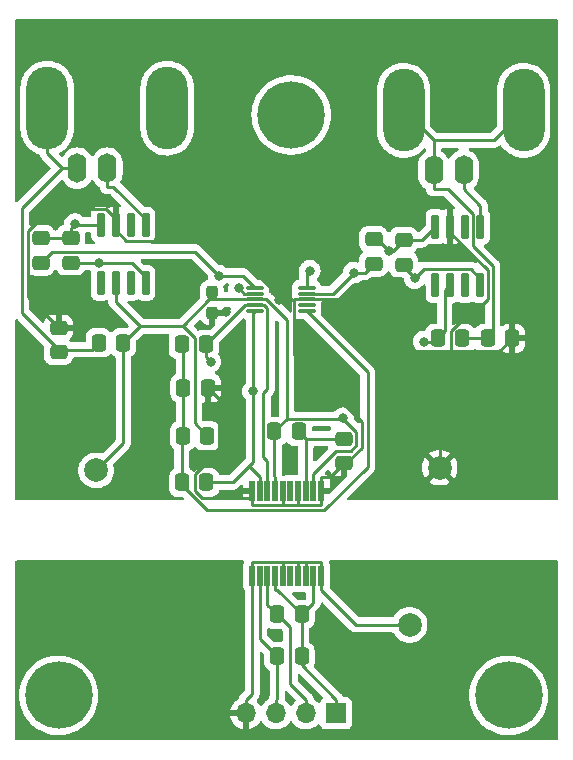
<source format=gbr>
%TF.GenerationSoftware,KiCad,Pcbnew,(6.0.11)*%
%TF.CreationDate,2023-05-27T13:57:12+02:00*%
%TF.ProjectId,Orp-pH Board,4f72702d-7048-4204-926f-6172642e6b69,V1.0*%
%TF.SameCoordinates,Original*%
%TF.FileFunction,Copper,L1,Top*%
%TF.FilePolarity,Positive*%
%FSLAX46Y46*%
G04 Gerber Fmt 4.6, Leading zero omitted, Abs format (unit mm)*
G04 Created by KiCad (PCBNEW (6.0.11)) date 2023-05-27 13:57:12*
%MOMM*%
%LPD*%
G01*
G04 APERTURE LIST*
G04 Aperture macros list*
%AMRoundRect*
0 Rectangle with rounded corners*
0 $1 Rounding radius*
0 $2 $3 $4 $5 $6 $7 $8 $9 X,Y pos of 4 corners*
0 Add a 4 corners polygon primitive as box body*
4,1,4,$2,$3,$4,$5,$6,$7,$8,$9,$2,$3,0*
0 Add four circle primitives for the rounded corners*
1,1,$1+$1,$2,$3*
1,1,$1+$1,$4,$5*
1,1,$1+$1,$6,$7*
1,1,$1+$1,$8,$9*
0 Add four rect primitives between the rounded corners*
20,1,$1+$1,$2,$3,$4,$5,0*
20,1,$1+$1,$4,$5,$6,$7,0*
20,1,$1+$1,$6,$7,$8,$9,0*
20,1,$1+$1,$8,$9,$2,$3,0*%
G04 Aperture macros list end*
%TA.AperFunction,SMDPad,CuDef*%
%ADD10RoundRect,0.250000X0.475000X-0.337500X0.475000X0.337500X-0.475000X0.337500X-0.475000X-0.337500X0*%
%TD*%
%TA.AperFunction,ComponentPad*%
%ADD11O,1.600000X2.500000*%
%TD*%
%TA.AperFunction,ComponentPad*%
%ADD12O,3.500000X7.000000*%
%TD*%
%TA.AperFunction,ConnectorPad*%
%ADD13C,5.700000*%
%TD*%
%TA.AperFunction,ComponentPad*%
%ADD14C,3.600000*%
%TD*%
%TA.AperFunction,SMDPad,CuDef*%
%ADD15RoundRect,0.042000X-0.258000X0.943000X-0.258000X-0.943000X0.258000X-0.943000X0.258000X0.943000X0*%
%TD*%
%TA.AperFunction,SMDPad,CuDef*%
%ADD16RoundRect,0.250000X0.337500X0.475000X-0.337500X0.475000X-0.337500X-0.475000X0.337500X-0.475000X0*%
%TD*%
%TA.AperFunction,SMDPad,CuDef*%
%ADD17RoundRect,0.075000X0.650000X0.075000X-0.650000X0.075000X-0.650000X-0.075000X0.650000X-0.075000X0*%
%TD*%
%TA.AperFunction,SMDPad,CuDef*%
%ADD18RoundRect,0.250000X-0.337500X-0.475000X0.337500X-0.475000X0.337500X0.475000X-0.337500X0.475000X0*%
%TD*%
%TA.AperFunction,SMDPad,CuDef*%
%ADD19C,2.000000*%
%TD*%
%TA.AperFunction,SMDPad,CuDef*%
%ADD20RoundRect,0.237500X0.237500X-0.300000X0.237500X0.300000X-0.237500X0.300000X-0.237500X-0.300000X0*%
%TD*%
%TA.AperFunction,SMDPad,CuDef*%
%ADD21R,0.475200X1.702000*%
%TD*%
%TA.AperFunction,ComponentPad*%
%ADD22R,1.700000X1.700000*%
%TD*%
%TA.AperFunction,ComponentPad*%
%ADD23O,1.700000X1.700000*%
%TD*%
%TA.AperFunction,SMDPad,CuDef*%
%ADD24RoundRect,0.250000X-0.475000X0.337500X-0.475000X-0.337500X0.475000X-0.337500X0.475000X0.337500X0*%
%TD*%
%TA.AperFunction,ViaPad*%
%ADD25C,0.800000*%
%TD*%
%TA.AperFunction,Conductor*%
%ADD26C,0.250000*%
%TD*%
G04 APERTURE END LIST*
D10*
%TO.P,R6,1*%
%TO.N,Net-(C4-Pad1)*%
X114046000Y-104320000D03*
%TO.P,R6,2*%
%TO.N,Net-(C4-Pad2)*%
X114046000Y-102245000D03*
%TD*%
%TO.P,R10,1*%
%TO.N,Net-(J2-Pad2)*%
X113030000Y-111908500D03*
%TO.P,R10,2*%
%TO.N,GND Iso*%
X113030000Y-109833500D03*
%TD*%
D11*
%TO.P,J1,1,In*%
%TO.N,Net-(J1-Pad1)*%
X147320000Y-96520000D03*
D12*
%TO.P,J1,2,Ext*%
%TO.N,Net-(J1-Pad2)*%
X152400000Y-91440000D03*
X142240000Y-91440000D03*
D11*
X144780000Y-96520000D03*
%TD*%
D13*
%TO.P,REF2,1*%
%TO.N,N/C*%
X113030000Y-140970000D03*
D14*
X113030000Y-140970000D03*
%TD*%
D10*
%TO.P,R22,1*%
%TO.N,GND Iso*%
X137160000Y-121306500D03*
%TO.P,R22,2*%
%TO.N,Net-(R21-Pad2)*%
X137160000Y-119231500D03*
%TD*%
D13*
%TO.P,REF1,1*%
%TO.N,N/C*%
X132715000Y-91821000D03*
D14*
X132715000Y-91821000D03*
%TD*%
D15*
%TO.P,U1,1*%
%TO.N,Net-(J1-Pad1)*%
X148717000Y-101289000D03*
%TO.P,U1,2,N/C_2*%
%TO.N,unconnected-(U1-Pad2)*%
X147447000Y-101289000D03*
%TO.P,U1,3*%
%TO.N,GND Iso*%
X146177000Y-101289000D03*
%TO.P,U1,4*%
%TO.N,Net-(C3-Pad2)*%
X144907000Y-101289000D03*
%TO.P,U1,5,N/C_5*%
%TO.N,unconnected-(U1-Pad5)*%
X144907000Y-106229000D03*
%TO.P,U1,6*%
%TO.N,Vcc Iso*%
X146177000Y-106229000D03*
%TO.P,U1,7,N/C_7*%
%TO.N,unconnected-(U1-Pad7)*%
X147447000Y-106229000D03*
%TO.P,U1,8*%
%TO.N,Net-(C3-Pad1)*%
X148717000Y-106229000D03*
%TD*%
D16*
%TO.P,R23,1*%
%TO.N,Net-(C12-Pad2)*%
X133604000Y-134112000D03*
%TO.P,R23,2*%
%TO.N,Net-(J3-Pad2)*%
X131529000Y-134112000D03*
%TD*%
D17*
%TO.P,U3,1,ADDR*%
%TO.N,Net-(R15-Pad2)*%
X134026000Y-108442000D03*
%TO.P,U3,2,ALERT/RDY*%
%TO.N,unconnected-(U3-Pad2)*%
X134026000Y-107942000D03*
%TO.P,U3,3,GND*%
%TO.N,GND Iso*%
X134026000Y-107442000D03*
%TO.P,U3,4,AIN0*%
%TO.N,Net-(C5-Pad2)*%
X134026000Y-106942000D03*
%TO.P,U3,5,AIN1*%
%TO.N,Net-(C6-Pad2)*%
X134026000Y-106442000D03*
%TO.P,U3,6,AIN2*%
%TO.N,Net-(C7-Pad2)*%
X129626000Y-106442000D03*
%TO.P,U3,7,AIN3*%
%TO.N,Net-(C8-Pad2)*%
X129626000Y-106942000D03*
%TO.P,U3,8,VDD*%
%TO.N,Vcc Iso*%
X129626000Y-107442000D03*
%TO.P,U3,9,SDA*%
%TO.N,Net-(R17-Pad1)*%
X129626000Y-107942000D03*
%TO.P,U3,10,SCL*%
%TO.N,Net-(R16-Pad1)*%
X129626000Y-108442000D03*
%TD*%
D16*
%TO.P,R15,1*%
%TO.N,Vcc Iso*%
X125624500Y-118999000D03*
%TO.P,R15,2*%
%TO.N,Net-(R15-Pad2)*%
X123549500Y-118999000D03*
%TD*%
%TO.P,R17,1*%
%TO.N,Net-(R17-Pad1)*%
X125520500Y-111252000D03*
%TO.P,R17,2*%
%TO.N,Net-(R15-Pad2)*%
X123445500Y-111252000D03*
%TD*%
D18*
%TO.P,R9,1*%
%TO.N,Net-(J1-Pad2)*%
X149345000Y-110744000D03*
%TO.P,R9,2*%
%TO.N,GND Iso*%
X151420000Y-110744000D03*
%TD*%
%TO.P,R21,1*%
%TO.N,Vcc Iso*%
X131275000Y-118618000D03*
%TO.P,R21,2*%
%TO.N,Net-(R21-Pad2)*%
X133350000Y-118618000D03*
%TD*%
D19*
%TO.P,TP2,1,1*%
%TO.N,Vcc Iso*%
X116205000Y-121920000D03*
%TD*%
D13*
%TO.P,REF3,1*%
%TO.N,N/C*%
X151130000Y-140970000D03*
D14*
X151130000Y-140970000D03*
%TD*%
D20*
%TO.P,C9,1*%
%TO.N,GND Iso*%
X126010500Y-108558500D03*
%TO.P,C9,2*%
%TO.N,Vcc Iso*%
X126010500Y-106833500D03*
%TD*%
D16*
%TO.P,R16,1*%
%TO.N,Net-(R16-Pad1)*%
X125542000Y-122936000D03*
%TO.P,R16,2*%
%TO.N,Net-(R15-Pad2)*%
X123467000Y-122936000D03*
%TD*%
D19*
%TO.P,TP1,1,1*%
%TO.N,GND Iso*%
X145288000Y-121679000D03*
%TD*%
D10*
%TO.P,R5,1*%
%TO.N,Net-(C3-Pad1)*%
X142240000Y-104490500D03*
%TO.P,R5,2*%
%TO.N,Net-(C3-Pad2)*%
X142240000Y-102415500D03*
%TD*%
D16*
%TO.P,R24,1*%
%TO.N,Net-(C12-Pad2)*%
X133604000Y-137668000D03*
%TO.P,R24,2*%
%TO.N,Net-(J3-Pad3)*%
X131529000Y-137668000D03*
%TD*%
D21*
%TO.P,U4,1,GNDP@1*%
%TO.N,Net-(C12-Pad1)*%
X129409000Y-130856900D03*
%TO.P,U4,2,SCL2*%
%TO.N,Net-(J3-Pad3)*%
X130059000Y-130856900D03*
%TO.P,U4,3,SDA2*%
%TO.N,Net-(J3-Pad2)*%
X130709000Y-130856900D03*
%TO.P,U4,4,VDDP*%
%TO.N,Net-(C12-Pad2)*%
X131359000Y-130856900D03*
%TO.P,U4,5,GNDP@2*%
%TO.N,Net-(C12-Pad1)*%
X132009000Y-130856900D03*
%TO.P,U4,6*%
%TO.N,N/C*%
X132659000Y-130856900D03*
%TO.P,U4,7,GNDP@2*%
%TO.N,Net-(C12-Pad1)*%
X133309000Y-130856900D03*
%TO.P,U4,8,PDIS*%
X133959000Y-130856900D03*
%TO.P,U4,9,VIN*%
%TO.N,Net-(C12-Pad2)*%
X134609000Y-130856900D03*
%TO.P,U4,10,GNDP@2*%
%TO.N,Net-(C12-Pad1)*%
X135259000Y-130856900D03*
%TO.P,U4,11,GNDISO@2*%
%TO.N,GND Iso*%
X135259000Y-123651100D03*
%TO.P,U4,12,VISO*%
%TO.N,Vcc Iso*%
X134609000Y-123651100D03*
%TO.P,U4,13,VSEL*%
%TO.N,Net-(R21-Pad2)*%
X133959000Y-123651100D03*
%TO.P,U4,14,GNDISO@2*%
%TO.N,GND Iso*%
X133309000Y-123651100D03*
%TO.P,U4,15*%
%TO.N,N/C*%
X132659000Y-123651100D03*
%TO.P,U4,16,GNDISO@2*%
%TO.N,GND Iso*%
X132009000Y-123651100D03*
%TO.P,U4,17,VDDISO*%
%TO.N,Vcc Iso*%
X131359000Y-123651100D03*
%TO.P,U4,18,SDA1*%
%TO.N,Net-(R17-Pad1)*%
X130709000Y-123651100D03*
%TO.P,U4,19,SCL1*%
%TO.N,Net-(R16-Pad1)*%
X130059000Y-123651100D03*
%TO.P,U4,20,GNDISO@1*%
%TO.N,GND Iso*%
X129409000Y-123651100D03*
%TD*%
D16*
%TO.P,R7,1*%
%TO.N,Net-(J1-Pad2)*%
X147214500Y-110744000D03*
%TO.P,R7,2*%
%TO.N,Vcc Iso*%
X145139500Y-110744000D03*
%TD*%
D22*
%TO.P,J3,1,Pin_1*%
%TO.N,Net-(C12-Pad2)*%
X136525000Y-142494000D03*
D23*
%TO.P,J3,2,Pin_2*%
%TO.N,Net-(J3-Pad2)*%
X133985000Y-142494000D03*
%TO.P,J3,3,Pin_3*%
%TO.N,Net-(J3-Pad3)*%
X131445000Y-142494000D03*
%TO.P,J3,4,Pin_4*%
%TO.N,J3-GND*%
X128905000Y-142494000D03*
%TD*%
D18*
%TO.P,R8,1*%
%TO.N,Net-(J2-Pad2)*%
X116416000Y-111125000D03*
%TO.P,R8,2*%
%TO.N,Vcc Iso*%
X118491000Y-111125000D03*
%TD*%
D16*
%TO.P,R18,1*%
%TO.N,GND Iso*%
X125669000Y-114935000D03*
%TO.P,R18,2*%
%TO.N,Net-(R15-Pad2)*%
X123594000Y-114935000D03*
%TD*%
D11*
%TO.P,J2,1,In*%
%TO.N,Net-(J2-Pad1)*%
X117138000Y-96330000D03*
D12*
%TO.P,J2,2,Ext*%
%TO.N,Net-(J2-Pad2)*%
X112058000Y-91250000D03*
X122218000Y-91250000D03*
D11*
X114598000Y-96330000D03*
%TD*%
D24*
%TO.P,R13,1*%
%TO.N,Net-(C4-Pad2)*%
X111506000Y-102252000D03*
%TO.P,R13,2*%
%TO.N,Net-(C7-Pad2)*%
X111506000Y-104327000D03*
%TD*%
D15*
%TO.P,U2,1*%
%TO.N,Net-(J2-Pad1)*%
X120396000Y-101105000D03*
%TO.P,U2,2,N/C_2*%
%TO.N,unconnected-(U2-Pad2)*%
X119126000Y-101105000D03*
%TO.P,U2,3*%
%TO.N,GND Iso*%
X117856000Y-101105000D03*
%TO.P,U2,4*%
%TO.N,Net-(C4-Pad2)*%
X116586000Y-101105000D03*
%TO.P,U2,5,N/C_5*%
%TO.N,unconnected-(U2-Pad5)*%
X116586000Y-106045000D03*
%TO.P,U2,6*%
%TO.N,Vcc Iso*%
X117856000Y-106045000D03*
%TO.P,U2,7,N/C_7*%
%TO.N,unconnected-(U2-Pad7)*%
X119126000Y-106045000D03*
%TO.P,U2,8*%
%TO.N,Net-(C4-Pad1)*%
X120396000Y-106045000D03*
%TD*%
D24*
%TO.P,R11,1*%
%TO.N,Net-(C3-Pad2)*%
X139700000Y-102340500D03*
%TO.P,R11,2*%
%TO.N,Net-(C5-Pad2)*%
X139700000Y-104415500D03*
%TD*%
D19*
%TO.P,TP3,1,1*%
%TO.N,Net-(C12-Pad1)*%
X142748000Y-135001000D03*
%TD*%
D25*
%TO.N,GND Iso*%
X132080000Y-99060000D03*
X147320000Y-88900000D03*
X133350000Y-86360000D03*
X116840000Y-88900000D03*
X111760000Y-119380000D03*
X153670000Y-102870000D03*
%TO.N,J3-GND*%
X123190000Y-143510000D03*
X143510000Y-140970000D03*
X121920000Y-133350000D03*
%TO.N,GND Iso*%
X151130000Y-119380000D03*
%TO.N,J3-GND*%
X151130000Y-133350000D03*
%TO.N,GND Iso*%
X127192700Y-108509800D03*
X131663500Y-107479900D03*
%TO.N,Vcc Iso*%
X143947700Y-111006200D03*
X137126700Y-117486000D03*
%TO.N,Net-(C5-Pad2)*%
X138004700Y-105178200D03*
%TO.N,Net-(C6-Pad2)*%
X134300300Y-105002100D03*
%TO.N,Net-(C7-Pad2)*%
X126585700Y-105422900D03*
%TO.N,Net-(C8-Pad2)*%
X128286200Y-106499200D03*
%TO.N,Net-(R17-Pad1)*%
X125898700Y-112725300D03*
%TO.N,Net-(R16-Pad1)*%
X129486000Y-115210500D03*
%TO.N,Net-(C3-Pad1)*%
X143163400Y-105640900D03*
%TO.N,Net-(C4-Pad1)*%
X116414500Y-104320000D03*
%TO.N,Net-(C3-Pad2)*%
X140963700Y-103318800D03*
%TO.N,Net-(C4-Pad2)*%
X114416900Y-101044300D03*
%TD*%
D26*
%TO.N,Net-(C12-Pad1)*%
X132009000Y-130856900D02*
X132009000Y-129680600D01*
X138226800Y-135001000D02*
X135259000Y-132033200D01*
X135259000Y-130856900D02*
X135259000Y-129680600D01*
X142748000Y-135001000D02*
X138226800Y-135001000D01*
X133309000Y-130856900D02*
X133309000Y-129793200D01*
X133959000Y-129680600D02*
X135259000Y-129680600D01*
X128905000Y-141318700D02*
X129409000Y-140814700D01*
X133309000Y-129680600D02*
X132009000Y-129680600D01*
X133959000Y-129793200D02*
X133959000Y-129680600D01*
X129409000Y-130856900D02*
X129409000Y-129680600D01*
X129409000Y-140814700D02*
X129409000Y-130856900D01*
X133309000Y-129793200D02*
X133309000Y-129680600D01*
X128905000Y-142494000D02*
X128905000Y-141318700D01*
X133959000Y-129680600D02*
X133309000Y-129680600D01*
X129409000Y-129680600D02*
X132009000Y-129680600D01*
X133959000Y-130856900D02*
X133959000Y-129793200D01*
X135259000Y-130856900D02*
X135259000Y-132033200D01*
%TO.N,GND Iso*%
X138678500Y-120028500D02*
X137400500Y-121306500D01*
X149342600Y-107397200D02*
X147747100Y-108992700D01*
X113030000Y-109833500D02*
X110433900Y-107237400D01*
X112304800Y-99771300D02*
X117012800Y-99771300D01*
X136968300Y-107442000D02*
X134026000Y-107442000D01*
X117856000Y-101596600D02*
X118724700Y-102465300D01*
X135259000Y-123651100D02*
X135259000Y-124827400D01*
X146249200Y-111795400D02*
X145288000Y-111795400D01*
X150368600Y-111795400D02*
X146249200Y-111795400D01*
X138678500Y-117848600D02*
X138678500Y-120028500D01*
X132009000Y-123651100D02*
X132009000Y-124827400D01*
X110433900Y-107237400D02*
X110433900Y-101642200D01*
X126943100Y-102465300D02*
X131663500Y-107185700D01*
X118724700Y-102465300D02*
X126943100Y-102465300D01*
X129409000Y-123651100D02*
X129409000Y-124239200D01*
X146177000Y-101821500D02*
X149342600Y-104987100D01*
X151420000Y-110744000D02*
X150368600Y-111795400D01*
X145288000Y-121679000D02*
X145288000Y-111795400D01*
X132971800Y-112141900D02*
X138678500Y-117848600D01*
X117856000Y-100614500D02*
X117856000Y-101105000D01*
X124592800Y-123661000D02*
X124592800Y-122188300D01*
X126588100Y-120193000D02*
X126588100Y-115854100D01*
X135991700Y-122474800D02*
X137160000Y-121306500D01*
X131663500Y-107185700D02*
X131663500Y-107479900D01*
X110433900Y-101642200D02*
X112304800Y-99771300D01*
X132971800Y-107479900D02*
X132971800Y-112141900D01*
X127192700Y-108509800D02*
X126059200Y-108509800D01*
X133009700Y-107442000D02*
X134026000Y-107442000D01*
X129409000Y-124239200D02*
X129409000Y-124827400D01*
X135259000Y-122474800D02*
X135991700Y-122474800D01*
X132971800Y-107479900D02*
X133009700Y-107442000D01*
X117856000Y-101105000D02*
X117856000Y-101596600D01*
X133309000Y-123651100D02*
X133309000Y-124714800D01*
X137400500Y-121306500D02*
X137160000Y-121306500D01*
X133309000Y-124714800D02*
X133309000Y-124827400D01*
X145288000Y-111795400D02*
X141321700Y-111795400D01*
X132009000Y-124827400D02*
X129409000Y-124827400D01*
X124592800Y-122188300D02*
X126588100Y-120193000D01*
X125171000Y-124239200D02*
X124592800Y-123661000D01*
X126059200Y-108509800D02*
X126010500Y-108558500D01*
X149342600Y-104987100D02*
X149342600Y-107397200D01*
X135259000Y-123651100D02*
X135259000Y-122474800D01*
X147747100Y-108992700D02*
X147332500Y-108992700D01*
X133309000Y-124827400D02*
X135259000Y-124827400D01*
X126588100Y-115854100D02*
X125669000Y-114935000D01*
X117012800Y-99771300D02*
X117856000Y-100614500D01*
X129409000Y-124239200D02*
X125171000Y-124239200D01*
X147332500Y-108992700D02*
X146249200Y-110076000D01*
X131663500Y-107479900D02*
X132971800Y-107479900D01*
X141321700Y-111795400D02*
X136968300Y-107442000D01*
X133309000Y-124827400D02*
X132009000Y-124827400D01*
X146249200Y-110076000D02*
X146249200Y-111795400D01*
X146177000Y-101289000D02*
X146177000Y-101821500D01*
%TO.N,Vcc Iso*%
X132326400Y-109168600D02*
X132326400Y-117566600D01*
X132326400Y-117566600D02*
X131275000Y-118618000D01*
X118491000Y-119634000D02*
X116205000Y-121920000D01*
X131359000Y-123062900D02*
X131359000Y-123651100D01*
X138223200Y-118663100D02*
X137126700Y-117566600D01*
X129626000Y-107442000D02*
X130599800Y-107442000D01*
X136549100Y-120269000D02*
X137756700Y-120269000D01*
X118491000Y-111125000D02*
X118491000Y-119634000D01*
X130599800Y-107442000D02*
X132326400Y-109168600D01*
X123527500Y-109696700D02*
X119919300Y-109696700D01*
X145726700Y-110156800D02*
X145139500Y-110744000D01*
X123527600Y-109696700D02*
X125782300Y-107442000D01*
X125782300Y-107442000D02*
X126010500Y-107442000D01*
X137126700Y-117566600D02*
X137126700Y-117486000D01*
X117856000Y-106045000D02*
X117856000Y-107633400D01*
X137126700Y-117566600D02*
X132326400Y-117566600D01*
X137756700Y-120269000D02*
X138223200Y-119802500D01*
X131275000Y-122390800D02*
X131359000Y-122474800D01*
X117856000Y-107633400D02*
X119919300Y-109696700D01*
X145726700Y-106679300D02*
X145726700Y-110156800D01*
X124557300Y-110726500D02*
X123527600Y-109696700D01*
X131359000Y-123062900D02*
X131359000Y-122474800D01*
X144877300Y-111006200D02*
X145139500Y-110744000D01*
X138223200Y-119802500D02*
X138223200Y-118663100D01*
X119919300Y-109696700D02*
X118491000Y-111125000D01*
X124557300Y-117931800D02*
X124557300Y-110726500D01*
X126010500Y-107442000D02*
X129626000Y-107442000D01*
X125624500Y-118999000D02*
X124557300Y-117931800D01*
X126010500Y-107442000D02*
X126010500Y-106833500D01*
X146177000Y-106229000D02*
X145726700Y-106679300D01*
X123527600Y-109696700D02*
X123527500Y-109696700D01*
X134609000Y-123651100D02*
X134609000Y-122209100D01*
X131275000Y-118618000D02*
X131275000Y-122390800D01*
X134609000Y-122209100D02*
X136549100Y-120269000D01*
X143947700Y-111006200D02*
X144877300Y-111006200D01*
%TO.N,Net-(R15-Pad2)*%
X134026000Y-108442000D02*
X139183400Y-113599400D01*
X135510900Y-125283900D02*
X125566200Y-125283900D01*
X123445500Y-111252000D02*
X123594000Y-111400500D01*
X139183400Y-121611400D02*
X135510900Y-125283900D01*
X123594000Y-114935000D02*
X123594000Y-118954500D01*
X139183400Y-113599400D02*
X139183400Y-121611400D01*
X123594000Y-111400500D02*
X123594000Y-114935000D01*
X123594000Y-118954500D02*
X123549500Y-118999000D01*
X123549500Y-118999000D02*
X123467000Y-119081500D01*
X125566200Y-125283900D02*
X123467000Y-123184700D01*
X123467000Y-123184700D02*
X123467000Y-122936000D01*
X123467000Y-119081500D02*
X123467000Y-122936000D01*
%TO.N,Net-(C5-Pad2)*%
X138004700Y-105178200D02*
X138937300Y-105178200D01*
X136240900Y-106942000D02*
X134026000Y-106942000D01*
X138004700Y-105178200D02*
X136240900Y-106942000D01*
X138937300Y-105178200D02*
X139700000Y-104415500D01*
%TO.N,Net-(C6-Pad2)*%
X134300300Y-105002100D02*
X134026000Y-105276400D01*
X134026000Y-105276400D02*
X134026000Y-106442000D01*
%TO.N,Net-(C7-Pad2)*%
X112434100Y-103398900D02*
X124561700Y-103398900D01*
X128606900Y-105422900D02*
X126585700Y-105422900D01*
X124561700Y-103398900D02*
X126585700Y-105422900D01*
X129626000Y-106442000D02*
X128606900Y-105422900D01*
X111506000Y-104327000D02*
X112434100Y-103398900D01*
%TO.N,Net-(C8-Pad2)*%
X128729000Y-106942000D02*
X129626000Y-106942000D01*
X128286200Y-106499200D02*
X128729000Y-106942000D01*
%TO.N,Net-(R17-Pad1)*%
X130692900Y-115029500D02*
X130359700Y-115362700D01*
X125520500Y-112347100D02*
X125898700Y-112725300D01*
X128830500Y-107942000D02*
X129626000Y-107942000D01*
X125520500Y-111252000D02*
X125520500Y-112347100D01*
X130692900Y-108183500D02*
X130692900Y-115029500D01*
X130359700Y-120760300D02*
X130709000Y-121109600D01*
X130451400Y-107942000D02*
X130692900Y-108183500D01*
X129626000Y-107942000D02*
X130451400Y-107942000D01*
X130359700Y-115362700D02*
X130359700Y-120760300D01*
X130709000Y-121109600D02*
X130709000Y-123651100D01*
X125520500Y-111252000D02*
X128830500Y-107942000D01*
%TO.N,Net-(R16-Pad1)*%
X129147700Y-121563500D02*
X130059000Y-122474800D01*
X127775200Y-122936000D02*
X125542000Y-122936000D01*
X130059000Y-123651100D02*
X130059000Y-122474800D01*
X129486000Y-121225200D02*
X129147700Y-121563500D01*
X129147700Y-121563500D02*
X127775200Y-122936000D01*
X129486000Y-108582000D02*
X129486000Y-115210500D01*
X129486000Y-115210500D02*
X129486000Y-121225200D01*
X129626000Y-108442000D02*
X129486000Y-108582000D01*
%TO.N,Net-(C12-Pad2)*%
X133604000Y-137668000D02*
X133604000Y-134112000D01*
X134609000Y-130856900D02*
X134609000Y-132033200D01*
X134609000Y-133107000D02*
X134609000Y-132033200D01*
X131359000Y-130856900D02*
X131359000Y-132033200D01*
X133604000Y-134112000D02*
X134609000Y-133107000D01*
X133604000Y-138397700D02*
X133604000Y-137668000D01*
X136525000Y-141318700D02*
X133604000Y-138397700D01*
X131359000Y-132033200D02*
X131525200Y-132033200D01*
X136525000Y-142494000D02*
X136525000Y-141318700D01*
X131525200Y-132033200D02*
X133604000Y-134112000D01*
%TO.N,Net-(J3-Pad2)*%
X132630400Y-139964100D02*
X132630400Y-135213400D01*
X132630400Y-135213400D02*
X131529000Y-134112000D01*
X133985000Y-141318700D02*
X132630400Y-139964100D01*
X130709000Y-133292000D02*
X130709000Y-130856900D01*
X133985000Y-142494000D02*
X133985000Y-141318700D01*
X131529000Y-134112000D02*
X130709000Y-133292000D01*
%TO.N,Net-(J3-Pad3)*%
X131445000Y-142494000D02*
X131445000Y-141318700D01*
X130059000Y-136198000D02*
X130059000Y-130856900D01*
X131529000Y-137668000D02*
X130059000Y-136198000D01*
X131445000Y-141318700D02*
X131529000Y-141234700D01*
X131529000Y-141234700D02*
X131529000Y-137668000D01*
%TO.N,Net-(J1-Pad1)*%
X147320000Y-96520000D02*
X147320000Y-98095300D01*
X148717000Y-99492300D02*
X147320000Y-98095300D01*
X148717000Y-101289000D02*
X148717000Y-99492300D01*
%TO.N,Net-(J1-Pad2)*%
X149345000Y-110744000D02*
X149794200Y-110294800D01*
X149860000Y-93980000D02*
X152400000Y-91440000D01*
X144780000Y-93980000D02*
X149860000Y-93980000D01*
X144780000Y-96520000D02*
X144780000Y-98095300D01*
X149794200Y-110294800D02*
X149794200Y-104628700D01*
X148082000Y-100197400D02*
X145979900Y-98095300D01*
X149794200Y-104628700D02*
X148082000Y-102916500D01*
X144780000Y-96520000D02*
X144780000Y-94944700D01*
X144780000Y-94944700D02*
X144780000Y-93980000D01*
X144780000Y-93980000D02*
X142240000Y-91440000D01*
X147214500Y-110744000D02*
X149345000Y-110744000D01*
X145979900Y-98095300D02*
X144780000Y-98095300D01*
X148082000Y-102916500D02*
X148082000Y-100197400D01*
%TO.N,Net-(J2-Pad1)*%
X117670400Y-97905300D02*
X117138000Y-97905300D01*
X120396000Y-101105000D02*
X120396000Y-100630900D01*
X120396000Y-100630900D02*
X117670400Y-97905300D01*
X117138000Y-96330000D02*
X117138000Y-97905300D01*
%TO.N,Net-(J2-Pad2)*%
X113312700Y-96330000D02*
X112058000Y-95075300D01*
X113030000Y-111717000D02*
X113030000Y-111908500D01*
X113030000Y-111717000D02*
X115824000Y-111717000D01*
X109927800Y-108614800D02*
X113030000Y-111717000D01*
X115824000Y-111717000D02*
X116416000Y-111125000D01*
X109927800Y-99714900D02*
X109927800Y-108614800D01*
X112058000Y-91250000D02*
X112058000Y-95075300D01*
X114598000Y-96330000D02*
X113312700Y-96330000D01*
X113312700Y-96330000D02*
X109927800Y-99714900D01*
%TO.N,Net-(R21-Pad2)*%
X133350000Y-118618000D02*
X133959000Y-119227000D01*
X133959000Y-123651100D02*
X133959000Y-119231500D01*
X133959000Y-119231500D02*
X137160000Y-119231500D01*
X133959000Y-119227000D02*
X133959000Y-119231500D01*
%TO.N,Net-(C3-Pad1)*%
X148717000Y-105677000D02*
X148717000Y-106229000D01*
X147914300Y-104874300D02*
X148717000Y-105677000D01*
X143163400Y-105640900D02*
X143930000Y-104874300D01*
X142240000Y-104717500D02*
X143163400Y-105640900D01*
X143930000Y-104874300D02*
X147914300Y-104874300D01*
X142240000Y-104490500D02*
X142240000Y-104717500D01*
%TO.N,Net-(C4-Pad1)*%
X120396000Y-106045000D02*
X120396000Y-105510300D01*
X120396000Y-105510300D02*
X119205700Y-104320000D01*
X119205700Y-104320000D02*
X116414500Y-104320000D01*
X116414500Y-104320000D02*
X114046000Y-104320000D01*
%TO.N,Net-(C3-Pad2)*%
X141336700Y-103318800D02*
X140963700Y-103318800D01*
X139985400Y-102340500D02*
X140963700Y-103318800D01*
X143780500Y-102415500D02*
X144907000Y-101289000D01*
X142240000Y-102415500D02*
X141336700Y-103318800D01*
X142240000Y-102415500D02*
X143780500Y-102415500D01*
X139700000Y-102340500D02*
X139985400Y-102340500D01*
%TO.N,Net-(C4-Pad2)*%
X111513000Y-102245000D02*
X111506000Y-102252000D01*
X116586000Y-101105000D02*
X114477600Y-101105000D01*
X114046000Y-102245000D02*
X114046000Y-101415200D01*
X114477600Y-101105000D02*
X114416900Y-101044300D01*
X114046000Y-101415200D02*
X114416900Y-101044300D01*
X114046000Y-102245000D02*
X111513000Y-102245000D01*
%TD*%
%TA.AperFunction,Conductor*%
%TO.N,J3-GND*%
G36*
X128701293Y-129560002D02*
G01*
X128747786Y-129613658D01*
X128757890Y-129683932D01*
X128733998Y-129741565D01*
X128720785Y-129759195D01*
X128669655Y-129895584D01*
X128662900Y-129957766D01*
X128662900Y-131756034D01*
X128669655Y-131818216D01*
X128720785Y-131954605D01*
X128750327Y-131994023D01*
X128775174Y-132060527D01*
X128775500Y-132069586D01*
X128775500Y-140500105D01*
X128755498Y-140568226D01*
X128738596Y-140589200D01*
X128548914Y-140778881D01*
X128512742Y-140815053D01*
X128504463Y-140822587D01*
X128497982Y-140826700D01*
X128462431Y-140864558D01*
X128451357Y-140876351D01*
X128448602Y-140879193D01*
X128428865Y-140898930D01*
X128426385Y-140902127D01*
X128418682Y-140911147D01*
X128388414Y-140943379D01*
X128384595Y-140950325D01*
X128384593Y-140950328D01*
X128378652Y-140961134D01*
X128367801Y-140977653D01*
X128355386Y-140993659D01*
X128352241Y-141000928D01*
X128352238Y-141000932D01*
X128337826Y-141034237D01*
X128332609Y-141044887D01*
X128311305Y-141083640D01*
X128309334Y-141091315D01*
X128309334Y-141091316D01*
X128306267Y-141103262D01*
X128299863Y-141121966D01*
X128291819Y-141140555D01*
X128290580Y-141148378D01*
X128290577Y-141148388D01*
X128284901Y-141184224D01*
X128282495Y-141195844D01*
X128271500Y-141238669D01*
X128270115Y-141238313D01*
X128245158Y-141295541D01*
X128206711Y-141326439D01*
X128183470Y-141338538D01*
X128174736Y-141344038D01*
X128004433Y-141471905D01*
X127996726Y-141478748D01*
X127849590Y-141632717D01*
X127843104Y-141640727D01*
X127723098Y-141816649D01*
X127718000Y-141825623D01*
X127628338Y-142018783D01*
X127624775Y-142028470D01*
X127569389Y-142228183D01*
X127570912Y-142236607D01*
X127583292Y-142240000D01*
X128145500Y-142240000D01*
X128213621Y-142260002D01*
X128260114Y-142313658D01*
X128271500Y-142366000D01*
X128271500Y-142533856D01*
X128271997Y-142537788D01*
X128280640Y-142606208D01*
X128269334Y-142676299D01*
X128221928Y-142729150D01*
X128155634Y-142748000D01*
X127588225Y-142748000D01*
X127574694Y-142751973D01*
X127573257Y-142761966D01*
X127603565Y-142896446D01*
X127606645Y-142906275D01*
X127686770Y-143103603D01*
X127691413Y-143112794D01*
X127802694Y-143294388D01*
X127808777Y-143302699D01*
X127948213Y-143463667D01*
X127955580Y-143470883D01*
X128119434Y-143606916D01*
X128127881Y-143612831D01*
X128311756Y-143720279D01*
X128321042Y-143724729D01*
X128520001Y-143800703D01*
X128529899Y-143803579D01*
X128633250Y-143824606D01*
X128647299Y-143823410D01*
X128651000Y-143813065D01*
X128651000Y-143242778D01*
X128671002Y-143174657D01*
X128724658Y-143128164D01*
X128800610Y-143119010D01*
X128857120Y-143129790D01*
X128857122Y-143129790D01*
X128864906Y-143131275D01*
X129024650Y-143121225D01*
X129024865Y-143124643D01*
X129079986Y-143129981D01*
X129135734Y-143173943D01*
X129159000Y-143246892D01*
X129159000Y-143812517D01*
X129163064Y-143826359D01*
X129176478Y-143828393D01*
X129183184Y-143827534D01*
X129193262Y-143825392D01*
X129397255Y-143764191D01*
X129406842Y-143760433D01*
X129598095Y-143666739D01*
X129606945Y-143661464D01*
X129780328Y-143537792D01*
X129788200Y-143531139D01*
X129939052Y-143380812D01*
X129945730Y-143372965D01*
X130073022Y-143195819D01*
X130074279Y-143196722D01*
X130121373Y-143153362D01*
X130191311Y-143141145D01*
X130256751Y-143168678D01*
X130284579Y-143200511D01*
X130344987Y-143299088D01*
X130491250Y-143467938D01*
X130663126Y-143610632D01*
X130856000Y-143723338D01*
X131064692Y-143803030D01*
X131069760Y-143804061D01*
X131069763Y-143804062D01*
X131164862Y-143823410D01*
X131283597Y-143847567D01*
X131288772Y-143847757D01*
X131288774Y-143847757D01*
X131501673Y-143855564D01*
X131501677Y-143855564D01*
X131506837Y-143855753D01*
X131511957Y-143855097D01*
X131511959Y-143855097D01*
X131723288Y-143828025D01*
X131723289Y-143828025D01*
X131728416Y-143827368D01*
X131733366Y-143825883D01*
X131937429Y-143764661D01*
X131937434Y-143764659D01*
X131942384Y-143763174D01*
X132142994Y-143664896D01*
X132324860Y-143535173D01*
X132483096Y-143377489D01*
X132613453Y-143196077D01*
X132614776Y-143197028D01*
X132661645Y-143153857D01*
X132731580Y-143141625D01*
X132797026Y-143169144D01*
X132824875Y-143200994D01*
X132884987Y-143299088D01*
X133031250Y-143467938D01*
X133203126Y-143610632D01*
X133396000Y-143723338D01*
X133604692Y-143803030D01*
X133609760Y-143804061D01*
X133609763Y-143804062D01*
X133704862Y-143823410D01*
X133823597Y-143847567D01*
X133828772Y-143847757D01*
X133828774Y-143847757D01*
X134041673Y-143855564D01*
X134041677Y-143855564D01*
X134046837Y-143855753D01*
X134051957Y-143855097D01*
X134051959Y-143855097D01*
X134263288Y-143828025D01*
X134263289Y-143828025D01*
X134268416Y-143827368D01*
X134273366Y-143825883D01*
X134477429Y-143764661D01*
X134477434Y-143764659D01*
X134482384Y-143763174D01*
X134682994Y-143664896D01*
X134864860Y-143535173D01*
X134973091Y-143427319D01*
X135035462Y-143393404D01*
X135106268Y-143398592D01*
X135163030Y-143441238D01*
X135180012Y-143472341D01*
X135202055Y-143531139D01*
X135224385Y-143590705D01*
X135311739Y-143707261D01*
X135428295Y-143794615D01*
X135564684Y-143845745D01*
X135626866Y-143852500D01*
X137423134Y-143852500D01*
X137485316Y-143845745D01*
X137621705Y-143794615D01*
X137738261Y-143707261D01*
X137825615Y-143590705D01*
X137876745Y-143454316D01*
X137883500Y-143392134D01*
X137883500Y-141595866D01*
X137876745Y-141533684D01*
X137825615Y-141397295D01*
X137738261Y-141280739D01*
X137621705Y-141193385D01*
X137485316Y-141142255D01*
X137423134Y-141135500D01*
X137223164Y-141135500D01*
X137155043Y-141115498D01*
X137111840Y-141064622D01*
X137111019Y-141065108D01*
X137108190Y-141060324D01*
X137108188Y-141060321D01*
X137106052Y-141056709D01*
X137100707Y-141047672D01*
X137092012Y-141029924D01*
X137084552Y-141011083D01*
X137058564Y-140975313D01*
X137052048Y-140965393D01*
X137047829Y-140958259D01*
X147766587Y-140958259D01*
X147766759Y-140961654D01*
X147766759Y-140961655D01*
X147784284Y-141307601D01*
X147784992Y-141321574D01*
X147785529Y-141324929D01*
X147785530Y-141324935D01*
X147820225Y-141541540D01*
X147842527Y-141680777D01*
X147938519Y-142031664D01*
X148071845Y-142370133D01*
X148073428Y-142373148D01*
X148239362Y-142689206D01*
X148239367Y-142689214D01*
X148240946Y-142692222D01*
X148242840Y-142695040D01*
X148242845Y-142695049D01*
X148381668Y-142901639D01*
X148443843Y-142994165D01*
X148678163Y-143272428D01*
X148791921Y-143381137D01*
X148938702Y-143521405D01*
X148938709Y-143521411D01*
X148941165Y-143523758D01*
X149229771Y-143745214D01*
X149321827Y-143801185D01*
X149537692Y-143932433D01*
X149537697Y-143932436D01*
X149540607Y-143934205D01*
X149543695Y-143935651D01*
X149543694Y-143935651D01*
X149866952Y-144087077D01*
X149866962Y-144087081D01*
X149870036Y-144088521D01*
X149873254Y-144089623D01*
X149873257Y-144089624D01*
X150210981Y-144205253D01*
X150210989Y-144205255D01*
X150214204Y-144206356D01*
X150569084Y-144286332D01*
X150622123Y-144292375D01*
X150927144Y-144327128D01*
X150927152Y-144327128D01*
X150930527Y-144327513D01*
X150933931Y-144327531D01*
X150933934Y-144327531D01*
X151132058Y-144328568D01*
X151294303Y-144329418D01*
X151297689Y-144329068D01*
X151297691Y-144329068D01*
X151652765Y-144292375D01*
X151652774Y-144292374D01*
X151656157Y-144292024D01*
X151659490Y-144291310D01*
X151659493Y-144291309D01*
X151769895Y-144267641D01*
X152011856Y-144215768D01*
X152357239Y-144101544D01*
X152360323Y-144100138D01*
X152360332Y-144100135D01*
X152685171Y-143952096D01*
X152688265Y-143950686D01*
X152848151Y-143855753D01*
X152998128Y-143766704D01*
X152998132Y-143766701D01*
X153001063Y-143764961D01*
X153291973Y-143546539D01*
X153557592Y-143297977D01*
X153794813Y-143022182D01*
X153902983Y-142864794D01*
X153998931Y-142725190D01*
X153998936Y-142725182D01*
X154000861Y-142722381D01*
X154002473Y-142719387D01*
X154002478Y-142719379D01*
X154171703Y-142405092D01*
X154173325Y-142402080D01*
X154310188Y-142065027D01*
X154409850Y-141715164D01*
X154440871Y-141533684D01*
X154470571Y-141359930D01*
X154470571Y-141359928D01*
X154471143Y-141356583D01*
X154471911Y-141344038D01*
X154493241Y-140995278D01*
X154493351Y-140993481D01*
X154493406Y-140977653D01*
X154493427Y-140971820D01*
X154493427Y-140971808D01*
X154493433Y-140970000D01*
X154473760Y-140606751D01*
X154414972Y-140247752D01*
X154317756Y-139897202D01*
X154313331Y-139886081D01*
X154184508Y-139562365D01*
X154183249Y-139559201D01*
X154152690Y-139501485D01*
X154014624Y-139240723D01*
X154014620Y-139240716D01*
X154013025Y-139237704D01*
X154011118Y-139234888D01*
X154011113Y-139234879D01*
X153810985Y-138939292D01*
X153809075Y-138936471D01*
X153573785Y-138659027D01*
X153309908Y-138408617D01*
X153031662Y-138196650D01*
X153023237Y-138190232D01*
X153023235Y-138190230D01*
X153020530Y-138188170D01*
X153017618Y-138186413D01*
X153017613Y-138186410D01*
X152711951Y-138002023D01*
X152711945Y-138002020D01*
X152709036Y-138000265D01*
X152379071Y-137847100D01*
X152034494Y-137730467D01*
X152025234Y-137728414D01*
X151950485Y-137711843D01*
X151679336Y-137651731D01*
X151550217Y-137637476D01*
X151321133Y-137612184D01*
X151321128Y-137612184D01*
X151317752Y-137611811D01*
X151314353Y-137611805D01*
X151314352Y-137611805D01*
X151142762Y-137611506D01*
X150953972Y-137611176D01*
X150818831Y-137625618D01*
X150595634Y-137649471D01*
X150595628Y-137649472D01*
X150592250Y-137649833D01*
X150236820Y-137727330D01*
X149891838Y-137842759D01*
X149561340Y-137994771D01*
X149249192Y-138181588D01*
X148959046Y-138401023D01*
X148694296Y-138650511D01*
X148458040Y-138927132D01*
X148253040Y-139227651D01*
X148081694Y-139548552D01*
X148080419Y-139551724D01*
X148080417Y-139551728D01*
X148005296Y-139738600D01*
X147946009Y-139886081D01*
X147847569Y-140236290D01*
X147847007Y-140239647D01*
X147847007Y-140239648D01*
X147791462Y-140571576D01*
X147787528Y-140595082D01*
X147766587Y-140958259D01*
X137047829Y-140958259D01*
X137033580Y-140934165D01*
X137033578Y-140934162D01*
X137029542Y-140927338D01*
X137015221Y-140913017D01*
X137002380Y-140897983D01*
X137001031Y-140896126D01*
X136990472Y-140881593D01*
X136956395Y-140853402D01*
X136947616Y-140845412D01*
X134672231Y-138570026D01*
X134638205Y-138507714D01*
X134641733Y-138441264D01*
X134687132Y-138304389D01*
X134687132Y-138304387D01*
X134689297Y-138297861D01*
X134700000Y-138193400D01*
X134700000Y-137142600D01*
X134699663Y-137139350D01*
X134689738Y-137043692D01*
X134689737Y-137043688D01*
X134689026Y-137036834D01*
X134633050Y-136869054D01*
X134539978Y-136718652D01*
X134414803Y-136593695D01*
X134297383Y-136521316D01*
X134249891Y-136468545D01*
X134237500Y-136414057D01*
X134237500Y-135366046D01*
X134257502Y-135297925D01*
X134297197Y-135258902D01*
X134409620Y-135189332D01*
X134415848Y-135185478D01*
X134540805Y-135060303D01*
X134633615Y-134909738D01*
X134660064Y-134829995D01*
X134687132Y-134748389D01*
X134687132Y-134748387D01*
X134689297Y-134741861D01*
X134700000Y-134637400D01*
X134700000Y-133964094D01*
X134720002Y-133895973D01*
X134736905Y-133874999D01*
X135001247Y-133610657D01*
X135009537Y-133603113D01*
X135016018Y-133599000D01*
X135062659Y-133549332D01*
X135065413Y-133546491D01*
X135085135Y-133526769D01*
X135087612Y-133523576D01*
X135095317Y-133514555D01*
X135103278Y-133506077D01*
X135125586Y-133482321D01*
X135129407Y-133475371D01*
X135135346Y-133464568D01*
X135146202Y-133448041D01*
X135153757Y-133438302D01*
X135153758Y-133438300D01*
X135158614Y-133432040D01*
X135176174Y-133391460D01*
X135181391Y-133380812D01*
X135198875Y-133349009D01*
X135198876Y-133349007D01*
X135202695Y-133342060D01*
X135207733Y-133322437D01*
X135214137Y-133303734D01*
X135219033Y-133292420D01*
X135219033Y-133292419D01*
X135222181Y-133285145D01*
X135223420Y-133277322D01*
X135223423Y-133277312D01*
X135229099Y-133241476D01*
X135231505Y-133229856D01*
X135242500Y-133187031D01*
X135244562Y-133187560D01*
X135268537Y-133132588D01*
X135327597Y-133093186D01*
X135398583Y-133091969D01*
X135454257Y-133124361D01*
X137723148Y-135393253D01*
X137730688Y-135401539D01*
X137734800Y-135408018D01*
X137740577Y-135413443D01*
X137784451Y-135454643D01*
X137787293Y-135457398D01*
X137807030Y-135477135D01*
X137810227Y-135479615D01*
X137819247Y-135487318D01*
X137851479Y-135517586D01*
X137858425Y-135521405D01*
X137858428Y-135521407D01*
X137869234Y-135527348D01*
X137885753Y-135538199D01*
X137901759Y-135550614D01*
X137909028Y-135553759D01*
X137909032Y-135553762D01*
X137942337Y-135568174D01*
X137952987Y-135573391D01*
X137991740Y-135594695D01*
X137999415Y-135596666D01*
X137999416Y-135596666D01*
X138011362Y-135599733D01*
X138030067Y-135606137D01*
X138048655Y-135614181D01*
X138056478Y-135615420D01*
X138056488Y-135615423D01*
X138092324Y-135621099D01*
X138103944Y-135623505D01*
X138139089Y-135632528D01*
X138146770Y-135634500D01*
X138167024Y-135634500D01*
X138186734Y-135636051D01*
X138206743Y-135639220D01*
X138214635Y-135638474D01*
X138250761Y-135635059D01*
X138262619Y-135634500D01*
X141296434Y-135634500D01*
X141364555Y-135654502D01*
X141403867Y-135694665D01*
X141521241Y-135886202D01*
X141521245Y-135886208D01*
X141523824Y-135890416D01*
X141678031Y-136070969D01*
X141858584Y-136225176D01*
X141862792Y-136227755D01*
X141862798Y-136227759D01*
X142056817Y-136346654D01*
X142061037Y-136349240D01*
X142065607Y-136351133D01*
X142065611Y-136351135D01*
X142266874Y-136434500D01*
X142280406Y-136440105D01*
X142360609Y-136459360D01*
X142506476Y-136494380D01*
X142506482Y-136494381D01*
X142511289Y-136495535D01*
X142748000Y-136514165D01*
X142984711Y-136495535D01*
X142989518Y-136494381D01*
X142989524Y-136494380D01*
X143135391Y-136459360D01*
X143215594Y-136440105D01*
X143229126Y-136434500D01*
X143430389Y-136351135D01*
X143430393Y-136351133D01*
X143434963Y-136349240D01*
X143439183Y-136346654D01*
X143633202Y-136227759D01*
X143633208Y-136227755D01*
X143637416Y-136225176D01*
X143817969Y-136070969D01*
X143972176Y-135890416D01*
X143974755Y-135886208D01*
X143974759Y-135886202D01*
X144093654Y-135692183D01*
X144096240Y-135687963D01*
X144116944Y-135637980D01*
X144185211Y-135473167D01*
X144185212Y-135473165D01*
X144187105Y-135468594D01*
X144216736Y-135345172D01*
X144241380Y-135242524D01*
X144241381Y-135242518D01*
X144242535Y-135237711D01*
X144261165Y-135001000D01*
X144242535Y-134764289D01*
X144212840Y-134640598D01*
X144188260Y-134538218D01*
X144187105Y-134533406D01*
X144118385Y-134367500D01*
X144098135Y-134318611D01*
X144098133Y-134318607D01*
X144096240Y-134314037D01*
X144092133Y-134307335D01*
X143974759Y-134115798D01*
X143974755Y-134115792D01*
X143972176Y-134111584D01*
X143817969Y-133931031D01*
X143637416Y-133776824D01*
X143633208Y-133774245D01*
X143633202Y-133774241D01*
X143439183Y-133655346D01*
X143434963Y-133652760D01*
X143430393Y-133650867D01*
X143430389Y-133650865D01*
X143220167Y-133563789D01*
X143220165Y-133563788D01*
X143215594Y-133561895D01*
X143135391Y-133542640D01*
X142989524Y-133507620D01*
X142989518Y-133507619D01*
X142984711Y-133506465D01*
X142748000Y-133487835D01*
X142511289Y-133506465D01*
X142506482Y-133507619D01*
X142506476Y-133507620D01*
X142360609Y-133542640D01*
X142280406Y-133561895D01*
X142275835Y-133563788D01*
X142275833Y-133563789D01*
X142065611Y-133650865D01*
X142065607Y-133650867D01*
X142061037Y-133652760D01*
X142056817Y-133655346D01*
X141862798Y-133774241D01*
X141862792Y-133774245D01*
X141858584Y-133776824D01*
X141678031Y-133931031D01*
X141523824Y-134111584D01*
X141521245Y-134115792D01*
X141521241Y-134115798D01*
X141403867Y-134307335D01*
X141351219Y-134354966D01*
X141296434Y-134367500D01*
X138541394Y-134367500D01*
X138473273Y-134347498D01*
X138452299Y-134330595D01*
X136035308Y-131913603D01*
X136001282Y-131851291D01*
X135999140Y-131810901D01*
X136004731Y-131759433D01*
X136004731Y-131759429D01*
X136005100Y-131756034D01*
X136005100Y-129957766D01*
X135998345Y-129895584D01*
X135947215Y-129759195D01*
X135941835Y-129752016D01*
X135941833Y-129752013D01*
X135934002Y-129741564D01*
X135909155Y-129675058D01*
X135924208Y-129605675D01*
X135974383Y-129555446D01*
X136034829Y-129540000D01*
X155194500Y-129540000D01*
X155262621Y-129560002D01*
X155309114Y-129613658D01*
X155320500Y-129666000D01*
X155320500Y-144653500D01*
X155300498Y-144721621D01*
X155246842Y-144768114D01*
X155194500Y-144779500D01*
X109473500Y-144779500D01*
X109405379Y-144759498D01*
X109358886Y-144705842D01*
X109347500Y-144653500D01*
X109347500Y-140958259D01*
X109666587Y-140958259D01*
X109666759Y-140961654D01*
X109666759Y-140961655D01*
X109684284Y-141307601D01*
X109684992Y-141321574D01*
X109685529Y-141324929D01*
X109685530Y-141324935D01*
X109720225Y-141541540D01*
X109742527Y-141680777D01*
X109838519Y-142031664D01*
X109971845Y-142370133D01*
X109973428Y-142373148D01*
X110139362Y-142689206D01*
X110139367Y-142689214D01*
X110140946Y-142692222D01*
X110142840Y-142695040D01*
X110142845Y-142695049D01*
X110281668Y-142901639D01*
X110343843Y-142994165D01*
X110578163Y-143272428D01*
X110691921Y-143381137D01*
X110838702Y-143521405D01*
X110838709Y-143521411D01*
X110841165Y-143523758D01*
X111129771Y-143745214D01*
X111221827Y-143801185D01*
X111437692Y-143932433D01*
X111437697Y-143932436D01*
X111440607Y-143934205D01*
X111443695Y-143935651D01*
X111443694Y-143935651D01*
X111766952Y-144087077D01*
X111766962Y-144087081D01*
X111770036Y-144088521D01*
X111773254Y-144089623D01*
X111773257Y-144089624D01*
X112110981Y-144205253D01*
X112110989Y-144205255D01*
X112114204Y-144206356D01*
X112469084Y-144286332D01*
X112522123Y-144292375D01*
X112827144Y-144327128D01*
X112827152Y-144327128D01*
X112830527Y-144327513D01*
X112833931Y-144327531D01*
X112833934Y-144327531D01*
X113032058Y-144328568D01*
X113194303Y-144329418D01*
X113197689Y-144329068D01*
X113197691Y-144329068D01*
X113552765Y-144292375D01*
X113552774Y-144292374D01*
X113556157Y-144292024D01*
X113559490Y-144291310D01*
X113559493Y-144291309D01*
X113669895Y-144267641D01*
X113911856Y-144215768D01*
X114257239Y-144101544D01*
X114260323Y-144100138D01*
X114260332Y-144100135D01*
X114585171Y-143952096D01*
X114588265Y-143950686D01*
X114748151Y-143855753D01*
X114898128Y-143766704D01*
X114898132Y-143766701D01*
X114901063Y-143764961D01*
X115191973Y-143546539D01*
X115457592Y-143297977D01*
X115694813Y-143022182D01*
X115802983Y-142864794D01*
X115898931Y-142725190D01*
X115898936Y-142725182D01*
X115900861Y-142722381D01*
X115902473Y-142719387D01*
X115902478Y-142719379D01*
X116071703Y-142405092D01*
X116073325Y-142402080D01*
X116210188Y-142065027D01*
X116309850Y-141715164D01*
X116340871Y-141533684D01*
X116370571Y-141359930D01*
X116370571Y-141359928D01*
X116371143Y-141356583D01*
X116371911Y-141344038D01*
X116393241Y-140995278D01*
X116393351Y-140993481D01*
X116393406Y-140977653D01*
X116393427Y-140971820D01*
X116393427Y-140971808D01*
X116393433Y-140970000D01*
X116373760Y-140606751D01*
X116314972Y-140247752D01*
X116217756Y-139897202D01*
X116213331Y-139886081D01*
X116084508Y-139562365D01*
X116083249Y-139559201D01*
X116052690Y-139501485D01*
X115914624Y-139240723D01*
X115914620Y-139240716D01*
X115913025Y-139237704D01*
X115911118Y-139234888D01*
X115911113Y-139234879D01*
X115710985Y-138939292D01*
X115709075Y-138936471D01*
X115473785Y-138659027D01*
X115209908Y-138408617D01*
X114931662Y-138196650D01*
X114923237Y-138190232D01*
X114923235Y-138190230D01*
X114920530Y-138188170D01*
X114917618Y-138186413D01*
X114917613Y-138186410D01*
X114611951Y-138002023D01*
X114611945Y-138002020D01*
X114609036Y-138000265D01*
X114279071Y-137847100D01*
X113934494Y-137730467D01*
X113925234Y-137728414D01*
X113850485Y-137711843D01*
X113579336Y-137651731D01*
X113450217Y-137637476D01*
X113221133Y-137612184D01*
X113221128Y-137612184D01*
X113217752Y-137611811D01*
X113214353Y-137611805D01*
X113214352Y-137611805D01*
X113042762Y-137611506D01*
X112853972Y-137611176D01*
X112718831Y-137625618D01*
X112495634Y-137649471D01*
X112495628Y-137649472D01*
X112492250Y-137649833D01*
X112136820Y-137727330D01*
X111791838Y-137842759D01*
X111461340Y-137994771D01*
X111149192Y-138181588D01*
X110859046Y-138401023D01*
X110594296Y-138650511D01*
X110358040Y-138927132D01*
X110153040Y-139227651D01*
X109981694Y-139548552D01*
X109980419Y-139551724D01*
X109980417Y-139551728D01*
X109905296Y-139738600D01*
X109846009Y-139886081D01*
X109747569Y-140236290D01*
X109747007Y-140239647D01*
X109747007Y-140239648D01*
X109691462Y-140571576D01*
X109687528Y-140595082D01*
X109666587Y-140958259D01*
X109347500Y-140958259D01*
X109347500Y-129666000D01*
X109367502Y-129597879D01*
X109421158Y-129551386D01*
X109473500Y-129540000D01*
X128633172Y-129540000D01*
X128701293Y-129560002D01*
G37*
%TD.AperFunction*%
%TD*%
%TA.AperFunction,NonConductor*%
G36*
X133019865Y-132216031D02*
G01*
X133019874Y-132216031D01*
X133023266Y-132216400D01*
X133594734Y-132216400D01*
X133598126Y-132216031D01*
X133598135Y-132216031D01*
X133620393Y-132213613D01*
X133647607Y-132213613D01*
X133669865Y-132216031D01*
X133669874Y-132216031D01*
X133673266Y-132216400D01*
X133849500Y-132216400D01*
X133917621Y-132236402D01*
X133964114Y-132290058D01*
X133975500Y-132342400D01*
X133975500Y-132752500D01*
X133955498Y-132820621D01*
X133901842Y-132867114D01*
X133849500Y-132878500D01*
X133318595Y-132878500D01*
X133250474Y-132858498D01*
X133229499Y-132841595D01*
X132819400Y-132431495D01*
X132785375Y-132369183D01*
X132790440Y-132298367D01*
X132832987Y-132241532D01*
X132899507Y-132216721D01*
X132908496Y-132216400D01*
X132944734Y-132216400D01*
X132948126Y-132216031D01*
X132948135Y-132216031D01*
X132970393Y-132213613D01*
X132997607Y-132213613D01*
X133019865Y-132216031D01*
G37*
%TD.AperFunction*%
%TA.AperFunction,NonConductor*%
G36*
X130867403Y-135278277D02*
G01*
X130868762Y-135279115D01*
X130895170Y-135287874D01*
X131030111Y-135332632D01*
X131030113Y-135332632D01*
X131036639Y-135334797D01*
X131043475Y-135335497D01*
X131043478Y-135335498D01*
X131086531Y-135339909D01*
X131141100Y-135345500D01*
X131814405Y-135345500D01*
X131882526Y-135365502D01*
X131903500Y-135382405D01*
X131959995Y-135438900D01*
X131994021Y-135501212D01*
X131996900Y-135527995D01*
X131996900Y-136308500D01*
X131976898Y-136376621D01*
X131923242Y-136423114D01*
X131870900Y-136434500D01*
X131243595Y-136434500D01*
X131175474Y-136414498D01*
X131154500Y-136397595D01*
X130729405Y-135972500D01*
X130695379Y-135910188D01*
X130692500Y-135883405D01*
X130692500Y-135393768D01*
X130712502Y-135325647D01*
X130766158Y-135279154D01*
X130836432Y-135269050D01*
X130867403Y-135278277D01*
G37*
%TD.AperFunction*%
%TA.AperFunction,NonConductor*%
G36*
X133472412Y-139162470D02*
G01*
X133478995Y-139168599D01*
X135368679Y-141058284D01*
X135402705Y-141120596D01*
X135397640Y-141191412D01*
X135355149Y-141248205D01*
X135311739Y-141280739D01*
X135224385Y-141397295D01*
X135221233Y-141405703D01*
X135179919Y-141515907D01*
X135137277Y-141572671D01*
X135070716Y-141597371D01*
X135001367Y-141582163D01*
X134968743Y-141556476D01*
X134918151Y-141500875D01*
X134918142Y-141500866D01*
X134914670Y-141497051D01*
X134910619Y-141493852D01*
X134910615Y-141493848D01*
X134743414Y-141361800D01*
X134743410Y-141361798D01*
X134739359Y-141358598D01*
X134729563Y-141353190D01*
X134680753Y-141326246D01*
X134630782Y-141275813D01*
X134619562Y-141234184D01*
X134617163Y-141234564D01*
X134615923Y-141226736D01*
X134615674Y-141218811D01*
X134613462Y-141211197D01*
X134613461Y-141211192D01*
X134610023Y-141199359D01*
X134606012Y-141179995D01*
X134604467Y-141167764D01*
X134603474Y-141159903D01*
X134600557Y-141152536D01*
X134600556Y-141152531D01*
X134587198Y-141118792D01*
X134583354Y-141107565D01*
X134580916Y-141099175D01*
X134571018Y-141065107D01*
X134560707Y-141047672D01*
X134552012Y-141029924D01*
X134544552Y-141011083D01*
X134518564Y-140975313D01*
X134512048Y-140965393D01*
X134493580Y-140934165D01*
X134493578Y-140934162D01*
X134489542Y-140927338D01*
X134475221Y-140913017D01*
X134462380Y-140897983D01*
X134461031Y-140896126D01*
X134450472Y-140881593D01*
X134416395Y-140853402D01*
X134407616Y-140845412D01*
X133300805Y-139738600D01*
X133266779Y-139676288D01*
X133263900Y-139649505D01*
X133263900Y-139257694D01*
X133283902Y-139189573D01*
X133337558Y-139143080D01*
X133407832Y-139132976D01*
X133472412Y-139162470D01*
G37*
%TD.AperFunction*%
%TA.AperFunction,NonConductor*%
G36*
X132371012Y-140601070D02*
G01*
X132377595Y-140607199D01*
X133073529Y-141303133D01*
X133107555Y-141365445D01*
X133102490Y-141436260D01*
X133075529Y-141479277D01*
X132925629Y-141636138D01*
X132818201Y-141793621D01*
X132763293Y-141838621D01*
X132692768Y-141846792D01*
X132629021Y-141815538D01*
X132608324Y-141791054D01*
X132527822Y-141666617D01*
X132527820Y-141666614D01*
X132525014Y-141662277D01*
X132374670Y-141497051D01*
X132370619Y-141493852D01*
X132370615Y-141493848D01*
X132213685Y-141369912D01*
X132172622Y-141311995D01*
X132165839Y-141267072D01*
X132165980Y-141262586D01*
X132167220Y-141254757D01*
X132163059Y-141210738D01*
X132162500Y-141198881D01*
X132162500Y-140696294D01*
X132182502Y-140628173D01*
X132236158Y-140581680D01*
X132306432Y-140571576D01*
X132371012Y-140601070D01*
G37*
%TD.AperFunction*%
%TA.AperFunction,NonConductor*%
G36*
X130251012Y-137286372D02*
G01*
X130257595Y-137292501D01*
X130396095Y-137431001D01*
X130430121Y-137493313D01*
X130433000Y-137520096D01*
X130433000Y-138193400D01*
X130443974Y-138299166D01*
X130499950Y-138466946D01*
X130593022Y-138617348D01*
X130718197Y-138742305D01*
X130835617Y-138814684D01*
X130883109Y-138867455D01*
X130895500Y-138921943D01*
X130895500Y-140967302D01*
X130885137Y-141017342D01*
X130877826Y-141034237D01*
X130872609Y-141044887D01*
X130851305Y-141083640D01*
X130849334Y-141091315D01*
X130849334Y-141091316D01*
X130846267Y-141103262D01*
X130839863Y-141121966D01*
X130831819Y-141140555D01*
X130830580Y-141148378D01*
X130830577Y-141148388D01*
X130824901Y-141184224D01*
X130822495Y-141195844D01*
X130811500Y-141238669D01*
X130809947Y-141238270D01*
X130785234Y-141294940D01*
X130746789Y-141325836D01*
X130718607Y-141340507D01*
X130701715Y-141353190D01*
X130591076Y-141436260D01*
X130539965Y-141474635D01*
X130514541Y-141501240D01*
X130446280Y-141572671D01*
X130385629Y-141636138D01*
X130382720Y-141640403D01*
X130382714Y-141640411D01*
X130370404Y-141658457D01*
X130278204Y-141793618D01*
X130277898Y-141794066D01*
X130222987Y-141839069D01*
X130152462Y-141847240D01*
X130088715Y-141815986D01*
X130068018Y-141791502D01*
X129987426Y-141666926D01*
X129981136Y-141658757D01*
X129837806Y-141501240D01*
X129830270Y-141494213D01*
X129828542Y-141492848D01*
X129828026Y-141492120D01*
X129826488Y-141490686D01*
X129826784Y-141490368D01*
X129787482Y-141434929D01*
X129784254Y-141364006D01*
X129816978Y-141307601D01*
X129816018Y-141306700D01*
X129862658Y-141257033D01*
X129865413Y-141254191D01*
X129885135Y-141234469D01*
X129887612Y-141231276D01*
X129895317Y-141222255D01*
X129898551Y-141218811D01*
X129925586Y-141190021D01*
X129931098Y-141179995D01*
X129935346Y-141172268D01*
X129946202Y-141155741D01*
X129953757Y-141146002D01*
X129953758Y-141146000D01*
X129958614Y-141139740D01*
X129976174Y-141099160D01*
X129981391Y-141088512D01*
X129998875Y-141056709D01*
X129998876Y-141056707D01*
X130002695Y-141049760D01*
X130007733Y-141030137D01*
X130014137Y-141011434D01*
X130019033Y-141000120D01*
X130019033Y-141000119D01*
X130022181Y-140992845D01*
X130023420Y-140985022D01*
X130023423Y-140985012D01*
X130029099Y-140949176D01*
X130031505Y-140937556D01*
X130040528Y-140902411D01*
X130040528Y-140902410D01*
X130042500Y-140894730D01*
X130042500Y-140874476D01*
X130044051Y-140854765D01*
X130045980Y-140842586D01*
X130047220Y-140834757D01*
X130043059Y-140790738D01*
X130042500Y-140778881D01*
X130042500Y-137381596D01*
X130062502Y-137313475D01*
X130116158Y-137266982D01*
X130186432Y-137256878D01*
X130251012Y-137286372D01*
G37*
%TD.AperFunction*%
%TA.AperFunction,Conductor*%
%TO.N,GND Iso*%
G36*
X109556012Y-109139370D02*
G01*
X109562595Y-109145499D01*
X111767268Y-111350172D01*
X111801294Y-111412484D01*
X111803517Y-111452109D01*
X111797156Y-111514197D01*
X111796500Y-111520600D01*
X111796500Y-112296400D01*
X111796837Y-112299646D01*
X111796837Y-112299650D01*
X111805016Y-112378473D01*
X111807474Y-112402166D01*
X111809655Y-112408702D01*
X111809655Y-112408704D01*
X111831706Y-112474797D01*
X111863450Y-112569946D01*
X111956522Y-112720348D01*
X112081697Y-112845305D01*
X112087927Y-112849145D01*
X112087928Y-112849146D01*
X112225090Y-112933694D01*
X112232262Y-112938115D01*
X112312005Y-112964564D01*
X112393611Y-112991632D01*
X112393613Y-112991632D01*
X112400139Y-112993797D01*
X112406975Y-112994497D01*
X112406978Y-112994498D01*
X112450031Y-112998909D01*
X112504600Y-113004500D01*
X113555400Y-113004500D01*
X113558646Y-113004163D01*
X113558650Y-113004163D01*
X113654308Y-112994238D01*
X113654312Y-112994237D01*
X113661166Y-112993526D01*
X113667702Y-112991345D01*
X113667704Y-112991345D01*
X113799806Y-112947272D01*
X113828946Y-112937550D01*
X113979348Y-112844478D01*
X114104305Y-112719303D01*
X114197115Y-112568738D01*
X114240866Y-112436833D01*
X114281297Y-112378473D01*
X114346861Y-112351236D01*
X114360459Y-112350500D01*
X115745233Y-112350500D01*
X115756416Y-112351027D01*
X115763909Y-112352702D01*
X115771835Y-112352453D01*
X115771836Y-112352453D01*
X115831986Y-112350562D01*
X115835945Y-112350500D01*
X115863856Y-112350500D01*
X115867791Y-112350003D01*
X115867856Y-112349995D01*
X115879693Y-112349062D01*
X115905919Y-112348238D01*
X115914352Y-112347973D01*
X115931152Y-112348567D01*
X115990364Y-112354634D01*
X116028100Y-112358500D01*
X116803900Y-112358500D01*
X116807146Y-112358163D01*
X116807150Y-112358163D01*
X116902808Y-112348238D01*
X116902812Y-112348237D01*
X116909666Y-112347526D01*
X116916202Y-112345345D01*
X116916204Y-112345345D01*
X117070498Y-112293868D01*
X117077446Y-112291550D01*
X117227848Y-112198478D01*
X117352805Y-112073303D01*
X117355406Y-112069084D01*
X117412530Y-112028583D01*
X117483453Y-112025351D01*
X117544865Y-112060976D01*
X117551422Y-112068530D01*
X117555022Y-112074348D01*
X117680197Y-112199305D01*
X117797617Y-112271684D01*
X117845109Y-112324455D01*
X117857500Y-112378943D01*
X117857500Y-119319405D01*
X117837498Y-119387526D01*
X117820595Y-119408500D01*
X116783459Y-120445636D01*
X116721147Y-120479662D01*
X116664951Y-120479060D01*
X116580187Y-120458710D01*
X116446524Y-120426620D01*
X116446518Y-120426619D01*
X116441711Y-120425465D01*
X116205000Y-120406835D01*
X115968289Y-120425465D01*
X115963482Y-120426619D01*
X115963476Y-120426620D01*
X115829813Y-120458710D01*
X115737406Y-120480895D01*
X115732835Y-120482788D01*
X115732833Y-120482789D01*
X115522611Y-120569865D01*
X115522607Y-120569867D01*
X115518037Y-120571760D01*
X115513817Y-120574346D01*
X115319798Y-120693241D01*
X115319792Y-120693245D01*
X115315584Y-120695824D01*
X115135031Y-120850031D01*
X114980824Y-121030584D01*
X114978245Y-121034792D01*
X114978241Y-121034798D01*
X114911485Y-121143734D01*
X114856760Y-121233037D01*
X114854867Y-121237607D01*
X114854865Y-121237611D01*
X114767789Y-121447833D01*
X114765895Y-121452406D01*
X114753456Y-121504217D01*
X114712207Y-121676035D01*
X114710465Y-121683289D01*
X114691835Y-121920000D01*
X114710465Y-122156711D01*
X114711619Y-122161518D01*
X114711620Y-122161524D01*
X114742969Y-122292100D01*
X114765895Y-122387594D01*
X114767788Y-122392165D01*
X114767789Y-122392167D01*
X114834572Y-122553395D01*
X114856760Y-122606963D01*
X114859346Y-122611183D01*
X114978241Y-122805202D01*
X114978245Y-122805208D01*
X114980824Y-122809416D01*
X115135031Y-122989969D01*
X115315584Y-123144176D01*
X115319792Y-123146755D01*
X115319798Y-123146759D01*
X115513817Y-123265654D01*
X115518037Y-123268240D01*
X115522607Y-123270133D01*
X115522611Y-123270135D01*
X115732833Y-123357211D01*
X115737406Y-123359105D01*
X115817609Y-123378360D01*
X115963476Y-123413380D01*
X115963482Y-123413381D01*
X115968289Y-123414535D01*
X116205000Y-123433165D01*
X116441711Y-123414535D01*
X116446518Y-123413381D01*
X116446524Y-123413380D01*
X116592391Y-123378360D01*
X116672594Y-123359105D01*
X116677167Y-123357211D01*
X116887389Y-123270135D01*
X116887393Y-123270133D01*
X116891963Y-123268240D01*
X116896183Y-123265654D01*
X117090202Y-123146759D01*
X117090208Y-123146755D01*
X117094416Y-123144176D01*
X117274969Y-122989969D01*
X117429176Y-122809416D01*
X117431755Y-122805208D01*
X117431759Y-122805202D01*
X117550654Y-122611183D01*
X117553240Y-122606963D01*
X117575429Y-122553395D01*
X117642211Y-122392167D01*
X117642212Y-122392165D01*
X117644105Y-122387594D01*
X117667031Y-122292100D01*
X117698380Y-122161524D01*
X117698381Y-122161518D01*
X117699535Y-122156711D01*
X117718165Y-121920000D01*
X117699535Y-121683289D01*
X117697794Y-121676035D01*
X117645940Y-121460049D01*
X117649487Y-121389141D01*
X117679364Y-121341540D01*
X118883247Y-120137657D01*
X118891537Y-120130113D01*
X118898018Y-120126000D01*
X118944659Y-120076332D01*
X118947413Y-120073491D01*
X118967134Y-120053770D01*
X118969612Y-120050575D01*
X118977318Y-120041553D01*
X119002158Y-120015101D01*
X119007586Y-120009321D01*
X119017346Y-119991568D01*
X119028199Y-119975045D01*
X119035753Y-119965306D01*
X119040613Y-119959041D01*
X119058176Y-119918457D01*
X119063383Y-119907827D01*
X119084695Y-119869060D01*
X119086666Y-119861383D01*
X119086668Y-119861378D01*
X119089732Y-119849442D01*
X119096138Y-119830730D01*
X119101033Y-119819419D01*
X119104181Y-119812145D01*
X119105421Y-119804317D01*
X119105423Y-119804310D01*
X119111099Y-119768476D01*
X119113505Y-119756856D01*
X119122528Y-119721711D01*
X119122528Y-119721710D01*
X119124500Y-119714030D01*
X119124500Y-119693776D01*
X119126051Y-119674065D01*
X119127980Y-119661886D01*
X119129220Y-119654057D01*
X119125059Y-119610038D01*
X119124500Y-119598181D01*
X119124500Y-112379046D01*
X119144502Y-112310925D01*
X119184197Y-112271902D01*
X119296620Y-112202332D01*
X119302848Y-112198478D01*
X119427805Y-112073303D01*
X119487168Y-111976999D01*
X119516775Y-111928968D01*
X119516776Y-111928966D01*
X119520615Y-111922738D01*
X119567743Y-111780650D01*
X119574132Y-111761389D01*
X119574132Y-111761387D01*
X119576297Y-111754861D01*
X119587000Y-111650400D01*
X119587000Y-110977094D01*
X119607002Y-110908973D01*
X119623905Y-110887999D01*
X120144799Y-110367105D01*
X120207111Y-110333079D01*
X120233894Y-110330200D01*
X122282492Y-110330200D01*
X122350613Y-110350202D01*
X122397106Y-110403858D01*
X122407210Y-110474132D01*
X122402085Y-110495867D01*
X122367679Y-110599600D01*
X122360203Y-110622139D01*
X122349500Y-110726600D01*
X122349500Y-111777400D01*
X122349837Y-111780646D01*
X122349837Y-111780650D01*
X122359348Y-111872309D01*
X122360474Y-111883166D01*
X122362655Y-111889702D01*
X122362655Y-111889704D01*
X122388445Y-111967005D01*
X122416450Y-112050946D01*
X122509522Y-112201348D01*
X122634697Y-112326305D01*
X122640927Y-112330145D01*
X122640928Y-112330146D01*
X122757766Y-112402166D01*
X122785262Y-112419115D01*
X122874168Y-112448604D01*
X122932527Y-112489033D01*
X122959764Y-112554597D01*
X122960500Y-112568196D01*
X122960500Y-113680954D01*
X122940498Y-113749075D01*
X122900803Y-113788098D01*
X122782152Y-113861522D01*
X122657195Y-113986697D01*
X122564385Y-114137262D01*
X122508703Y-114305139D01*
X122498000Y-114409600D01*
X122498000Y-115460400D01*
X122498337Y-115463646D01*
X122498337Y-115463650D01*
X122508118Y-115557914D01*
X122508974Y-115566166D01*
X122511155Y-115572702D01*
X122511155Y-115572704D01*
X122528638Y-115625105D01*
X122564950Y-115733946D01*
X122658022Y-115884348D01*
X122783197Y-116009305D01*
X122900617Y-116081684D01*
X122948109Y-116134455D01*
X122960500Y-116188943D01*
X122960500Y-117719334D01*
X122940498Y-117787455D01*
X122889706Y-117831899D01*
X122888054Y-117832450D01*
X122737652Y-117925522D01*
X122612695Y-118050697D01*
X122519885Y-118201262D01*
X122517581Y-118208209D01*
X122472531Y-118344032D01*
X122464203Y-118369139D01*
X122453500Y-118473600D01*
X122453500Y-119524400D01*
X122453837Y-119527646D01*
X122453837Y-119527650D01*
X122462386Y-119610039D01*
X122464474Y-119630166D01*
X122466655Y-119636702D01*
X122466655Y-119636704D01*
X122483480Y-119687134D01*
X122520450Y-119797946D01*
X122613522Y-119948348D01*
X122738697Y-120073305D01*
X122744928Y-120077146D01*
X122744931Y-120077148D01*
X122773617Y-120094831D01*
X122821110Y-120147604D01*
X122833500Y-120202090D01*
X122833500Y-121681954D01*
X122813498Y-121750075D01*
X122773803Y-121789098D01*
X122655152Y-121862522D01*
X122530195Y-121987697D01*
X122526355Y-121993927D01*
X122526354Y-121993928D01*
X122489490Y-122053733D01*
X122437385Y-122138262D01*
X122421547Y-122186013D01*
X122386360Y-122292100D01*
X122381703Y-122306139D01*
X122381003Y-122312975D01*
X122381002Y-122312978D01*
X122380692Y-122316003D01*
X122371000Y-122410600D01*
X122371000Y-123461400D01*
X122371337Y-123464646D01*
X122371337Y-123464650D01*
X122381050Y-123558256D01*
X122381974Y-123567166D01*
X122437950Y-123734946D01*
X122531022Y-123885348D01*
X122656197Y-124010305D01*
X122662427Y-124014145D01*
X122662428Y-124014146D01*
X122799590Y-124098694D01*
X122806762Y-124103115D01*
X122886505Y-124129564D01*
X122968111Y-124156632D01*
X122968113Y-124156632D01*
X122974639Y-124158797D01*
X122981475Y-124159497D01*
X122981478Y-124159498D01*
X123024531Y-124163909D01*
X123079100Y-124169500D01*
X123503706Y-124169500D01*
X123571827Y-124189502D01*
X123592801Y-124206405D01*
X123631301Y-124244905D01*
X123665327Y-124307217D01*
X123660262Y-124378032D01*
X123617715Y-124434868D01*
X123551195Y-124459679D01*
X123542206Y-124460000D01*
X109473500Y-124460000D01*
X109405379Y-124439998D01*
X109358886Y-124386342D01*
X109347500Y-124334000D01*
X109347500Y-109234594D01*
X109367502Y-109166473D01*
X109421158Y-109119980D01*
X109491432Y-109109876D01*
X109556012Y-109139370D01*
G37*
%TD.AperFunction*%
%TA.AperFunction,Conductor*%
G36*
X155262621Y-83713502D02*
G01*
X155309114Y-83767158D01*
X155320500Y-83819500D01*
X155320500Y-124334000D01*
X155300498Y-124402121D01*
X155246842Y-124448614D01*
X155194500Y-124460000D01*
X137534894Y-124460000D01*
X137466773Y-124439998D01*
X137420280Y-124386342D01*
X137410176Y-124316068D01*
X137439670Y-124251488D01*
X137445799Y-124244905D01*
X138779034Y-122911670D01*
X144420160Y-122911670D01*
X144425887Y-122919320D01*
X144597042Y-123024205D01*
X144605837Y-123028687D01*
X144815988Y-123115734D01*
X144825373Y-123118783D01*
X145046554Y-123171885D01*
X145056301Y-123173428D01*
X145283070Y-123191275D01*
X145292930Y-123191275D01*
X145519699Y-123173428D01*
X145529446Y-123171885D01*
X145750627Y-123118783D01*
X145760012Y-123115734D01*
X145970163Y-123028687D01*
X145978958Y-123024205D01*
X146146445Y-122921568D01*
X146155907Y-122911110D01*
X146152124Y-122902334D01*
X145300812Y-122051022D01*
X145286868Y-122043408D01*
X145285035Y-122043539D01*
X145278420Y-122047790D01*
X144426920Y-122899290D01*
X144420160Y-122911670D01*
X138779034Y-122911670D01*
X139575647Y-122115057D01*
X139583937Y-122107513D01*
X139590418Y-122103400D01*
X139637059Y-122053732D01*
X139639813Y-122050891D01*
X139659534Y-122031170D01*
X139662012Y-122027975D01*
X139669718Y-122018953D01*
X139672175Y-122016337D01*
X139699986Y-121986721D01*
X139706132Y-121975542D01*
X139709746Y-121968968D01*
X139720599Y-121952445D01*
X139728153Y-121942706D01*
X139733013Y-121936441D01*
X139750576Y-121895857D01*
X139755783Y-121885227D01*
X139777095Y-121846460D01*
X139779066Y-121838783D01*
X139779068Y-121838778D01*
X139782132Y-121826842D01*
X139788538Y-121808130D01*
X139793433Y-121796819D01*
X139796581Y-121789545D01*
X139797821Y-121781717D01*
X139797823Y-121781710D01*
X139803499Y-121745876D01*
X139805905Y-121734256D01*
X139814928Y-121699111D01*
X139814928Y-121699110D01*
X139816900Y-121691430D01*
X139816900Y-121683930D01*
X143775725Y-121683930D01*
X143793572Y-121910699D01*
X143795115Y-121920446D01*
X143848217Y-122141627D01*
X143851266Y-122151012D01*
X143938313Y-122361163D01*
X143942795Y-122369958D01*
X144045432Y-122537445D01*
X144055890Y-122546907D01*
X144064666Y-122543124D01*
X144915978Y-121691812D01*
X144922356Y-121680132D01*
X145652408Y-121680132D01*
X145652539Y-121681965D01*
X145656790Y-121688580D01*
X146508290Y-122540080D01*
X146520670Y-122546840D01*
X146528320Y-122541113D01*
X146633205Y-122369958D01*
X146637687Y-122361163D01*
X146724734Y-122151012D01*
X146727783Y-122141627D01*
X146780885Y-121920446D01*
X146782428Y-121910699D01*
X146800275Y-121683930D01*
X146800275Y-121674070D01*
X146782428Y-121447301D01*
X146780885Y-121437554D01*
X146727783Y-121216373D01*
X146724734Y-121206988D01*
X146637687Y-120996837D01*
X146633205Y-120988042D01*
X146530568Y-120820555D01*
X146520110Y-120811093D01*
X146511334Y-120814876D01*
X145660022Y-121666188D01*
X145652408Y-121680132D01*
X144922356Y-121680132D01*
X144923592Y-121677868D01*
X144923461Y-121676035D01*
X144919210Y-121669420D01*
X144067710Y-120817920D01*
X144055330Y-120811160D01*
X144047680Y-120816887D01*
X143942795Y-120988042D01*
X143938313Y-120996837D01*
X143851266Y-121206988D01*
X143848217Y-121216373D01*
X143795115Y-121437554D01*
X143793572Y-121447301D01*
X143775725Y-121674070D01*
X143775725Y-121683930D01*
X139816900Y-121683930D01*
X139816900Y-121671176D01*
X139818451Y-121651465D01*
X139820380Y-121639286D01*
X139821620Y-121631457D01*
X139817459Y-121587438D01*
X139816900Y-121575581D01*
X139816900Y-120446890D01*
X144420093Y-120446890D01*
X144423876Y-120455666D01*
X145275188Y-121306978D01*
X145289132Y-121314592D01*
X145290965Y-121314461D01*
X145297580Y-121310210D01*
X146149080Y-120458710D01*
X146155840Y-120446330D01*
X146150113Y-120438680D01*
X145978958Y-120333795D01*
X145970163Y-120329313D01*
X145760012Y-120242266D01*
X145750627Y-120239217D01*
X145529446Y-120186115D01*
X145519699Y-120184572D01*
X145292930Y-120166725D01*
X145283070Y-120166725D01*
X145056301Y-120184572D01*
X145046554Y-120186115D01*
X144825373Y-120239217D01*
X144815988Y-120242266D01*
X144605837Y-120329313D01*
X144597042Y-120333795D01*
X144429555Y-120436432D01*
X144420093Y-120446890D01*
X139816900Y-120446890D01*
X139816900Y-113678167D01*
X139817427Y-113666984D01*
X139819102Y-113659491D01*
X139818295Y-113633800D01*
X139816962Y-113591414D01*
X139816900Y-113587455D01*
X139816900Y-113559544D01*
X139816395Y-113555544D01*
X139815462Y-113543701D01*
X139815355Y-113540279D01*
X139814073Y-113499511D01*
X139808421Y-113480057D01*
X139804413Y-113460700D01*
X139802868Y-113448470D01*
X139802868Y-113448469D01*
X139801874Y-113440603D01*
X139788985Y-113408049D01*
X139785596Y-113399488D01*
X139781751Y-113388258D01*
X139771629Y-113353417D01*
X139771629Y-113353416D01*
X139769418Y-113345807D01*
X139765385Y-113338988D01*
X139765383Y-113338983D01*
X139759107Y-113328372D01*
X139750412Y-113310624D01*
X139742952Y-113291783D01*
X139716964Y-113256013D01*
X139710448Y-113246093D01*
X139691980Y-113214865D01*
X139691978Y-113214862D01*
X139687942Y-113208038D01*
X139673621Y-113193717D01*
X139660780Y-113178683D01*
X139653531Y-113168706D01*
X139648872Y-113162293D01*
X139614795Y-113134102D01*
X139606016Y-113126112D01*
X135274911Y-108795006D01*
X135240885Y-108732694D01*
X135242267Y-108674668D01*
X135244481Y-108669324D01*
X135259500Y-108555244D01*
X135259500Y-108328756D01*
X135255718Y-108300025D01*
X135244481Y-108214676D01*
X135246026Y-108214473D01*
X135246026Y-108169527D01*
X135244481Y-108169324D01*
X135258962Y-108059331D01*
X135258962Y-108059330D01*
X135259500Y-108055244D01*
X135259500Y-107828756D01*
X135255658Y-107799570D01*
X135244912Y-107717946D01*
X135255852Y-107647797D01*
X135302980Y-107594699D01*
X135369834Y-107575500D01*
X136162133Y-107575500D01*
X136173316Y-107576027D01*
X136180809Y-107577702D01*
X136188735Y-107577453D01*
X136188736Y-107577453D01*
X136248886Y-107575562D01*
X136252845Y-107575500D01*
X136280756Y-107575500D01*
X136284691Y-107575003D01*
X136284756Y-107574995D01*
X136296593Y-107574062D01*
X136328851Y-107573048D01*
X136332870Y-107572922D01*
X136340789Y-107572673D01*
X136360243Y-107567021D01*
X136379600Y-107563013D01*
X136391830Y-107561468D01*
X136391831Y-107561468D01*
X136399697Y-107560474D01*
X136407068Y-107557555D01*
X136407070Y-107557555D01*
X136440812Y-107544196D01*
X136452042Y-107540351D01*
X136486883Y-107530229D01*
X136486884Y-107530229D01*
X136494493Y-107528018D01*
X136501312Y-107523985D01*
X136501317Y-107523983D01*
X136511928Y-107517707D01*
X136529676Y-107509012D01*
X136548517Y-107501552D01*
X136584287Y-107475564D01*
X136594207Y-107469048D01*
X136625435Y-107450580D01*
X136625438Y-107450578D01*
X136632262Y-107446542D01*
X136646583Y-107432221D01*
X136661617Y-107419380D01*
X136671594Y-107412131D01*
X136678007Y-107407472D01*
X136706198Y-107373395D01*
X136714188Y-107364616D01*
X137955200Y-106123605D01*
X138017512Y-106089579D01*
X138044295Y-106086700D01*
X138100187Y-106086700D01*
X138106639Y-106085328D01*
X138106644Y-106085328D01*
X138196730Y-106066179D01*
X138286988Y-106046994D01*
X138364562Y-106012456D01*
X138455422Y-105972003D01*
X138455424Y-105972002D01*
X138461452Y-105969318D01*
X138495083Y-105944884D01*
X138610614Y-105860945D01*
X138615953Y-105857066D01*
X138620368Y-105852163D01*
X138625280Y-105847740D01*
X138626405Y-105848989D01*
X138679714Y-105816149D01*
X138712900Y-105811700D01*
X138858533Y-105811700D01*
X138869716Y-105812227D01*
X138877209Y-105813902D01*
X138885135Y-105813653D01*
X138885136Y-105813653D01*
X138945286Y-105811762D01*
X138949245Y-105811700D01*
X138977156Y-105811700D01*
X138981091Y-105811203D01*
X138981156Y-105811195D01*
X138992993Y-105810262D01*
X139025251Y-105809248D01*
X139029270Y-105809122D01*
X139037189Y-105808873D01*
X139056643Y-105803221D01*
X139076000Y-105799213D01*
X139088230Y-105797668D01*
X139088231Y-105797668D01*
X139096097Y-105796674D01*
X139103468Y-105793755D01*
X139103470Y-105793755D01*
X139137212Y-105780396D01*
X139148442Y-105776551D01*
X139183283Y-105766429D01*
X139183284Y-105766429D01*
X139190893Y-105764218D01*
X139197712Y-105760185D01*
X139197717Y-105760183D01*
X139208328Y-105753907D01*
X139226076Y-105745212D01*
X139244917Y-105737752D01*
X139280687Y-105711764D01*
X139290607Y-105705248D01*
X139321835Y-105686780D01*
X139321838Y-105686778D01*
X139328662Y-105682742D01*
X139342983Y-105668421D01*
X139358017Y-105655580D01*
X139367994Y-105648331D01*
X139374407Y-105643672D01*
X139402598Y-105609595D01*
X139410588Y-105600816D01*
X139462999Y-105548405D01*
X139525311Y-105514379D01*
X139552094Y-105511500D01*
X140225400Y-105511500D01*
X140228646Y-105511163D01*
X140228650Y-105511163D01*
X140324308Y-105501238D01*
X140324312Y-105501237D01*
X140331166Y-105500526D01*
X140337702Y-105498345D01*
X140337704Y-105498345D01*
X140491998Y-105446868D01*
X140498946Y-105444550D01*
X140649348Y-105351478D01*
X140774305Y-105226303D01*
X140795433Y-105192028D01*
X140843031Y-105114810D01*
X140895804Y-105067316D01*
X140965875Y-105055893D01*
X141030999Y-105084168D01*
X141067995Y-105138385D01*
X141068027Y-105138370D01*
X141068119Y-105138567D01*
X141069815Y-105141052D01*
X141071130Y-105144994D01*
X141071132Y-105144999D01*
X141073450Y-105151946D01*
X141166522Y-105302348D01*
X141291697Y-105427305D01*
X141297927Y-105431145D01*
X141297928Y-105431146D01*
X141432957Y-105514379D01*
X141442262Y-105520115D01*
X141514129Y-105543952D01*
X141603611Y-105573632D01*
X141603613Y-105573632D01*
X141610139Y-105575797D01*
X141616975Y-105576497D01*
X141616978Y-105576498D01*
X141660031Y-105580909D01*
X141714600Y-105586500D01*
X142130727Y-105586500D01*
X142198848Y-105606502D01*
X142245341Y-105660158D01*
X142256037Y-105699329D01*
X142267848Y-105811700D01*
X142269858Y-105830828D01*
X142328873Y-106012456D01*
X142332176Y-106018178D01*
X142332177Y-106018179D01*
X142349606Y-106048366D01*
X142424360Y-106177844D01*
X142428778Y-106182751D01*
X142428779Y-106182752D01*
X142458788Y-106216080D01*
X142552147Y-106319766D01*
X142706648Y-106432018D01*
X142712676Y-106434702D01*
X142712678Y-106434703D01*
X142857542Y-106499200D01*
X142881112Y-106509694D01*
X142974513Y-106529547D01*
X143061456Y-106548028D01*
X143061461Y-106548028D01*
X143067913Y-106549400D01*
X143258887Y-106549400D01*
X143265339Y-106548028D01*
X143265344Y-106548028D01*
X143352287Y-106529547D01*
X143445688Y-106509694D01*
X143469258Y-106499200D01*
X143614122Y-106434703D01*
X143614124Y-106434702D01*
X143620152Y-106432018D01*
X143774653Y-106319766D01*
X143868012Y-106216080D01*
X143878864Y-106204028D01*
X143939310Y-106166788D01*
X144010294Y-106168140D01*
X144069278Y-106207653D01*
X144097536Y-106272784D01*
X144098500Y-106288338D01*
X144098500Y-107214772D01*
X144109364Y-107304547D01*
X144112344Y-107312075D01*
X144112345Y-107312077D01*
X144120509Y-107332696D01*
X144164887Y-107444783D01*
X144256078Y-107564922D01*
X144376217Y-107656113D01*
X144439832Y-107681300D01*
X144508923Y-107708655D01*
X144508925Y-107708656D01*
X144516453Y-107711636D01*
X144606228Y-107722500D01*
X144967200Y-107722500D01*
X145035321Y-107742502D01*
X145081814Y-107796158D01*
X145093200Y-107848500D01*
X145093200Y-109384500D01*
X145073198Y-109452621D01*
X145019542Y-109499114D01*
X144967200Y-109510500D01*
X144751600Y-109510500D01*
X144748354Y-109510837D01*
X144748350Y-109510837D01*
X144652692Y-109520762D01*
X144652688Y-109520763D01*
X144645834Y-109521474D01*
X144639298Y-109523655D01*
X144639296Y-109523655D01*
X144512518Y-109565952D01*
X144478054Y-109577450D01*
X144327652Y-109670522D01*
X144202695Y-109795697D01*
X144198855Y-109801927D01*
X144198854Y-109801928D01*
X144137476Y-109901502D01*
X144109885Y-109946262D01*
X144104564Y-109962306D01*
X144088291Y-110011367D01*
X144047861Y-110069727D01*
X143982297Y-110096964D01*
X143968698Y-110097700D01*
X143852213Y-110097700D01*
X143845761Y-110099072D01*
X143845756Y-110099072D01*
X143758813Y-110117553D01*
X143665412Y-110137406D01*
X143659382Y-110140091D01*
X143659381Y-110140091D01*
X143496978Y-110212397D01*
X143496976Y-110212398D01*
X143490948Y-110215082D01*
X143485607Y-110218962D01*
X143485606Y-110218963D01*
X143481557Y-110221905D01*
X143336447Y-110327334D01*
X143332026Y-110332244D01*
X143332025Y-110332245D01*
X143222161Y-110454262D01*
X143208660Y-110469256D01*
X143113173Y-110634644D01*
X143054158Y-110816272D01*
X143053468Y-110822833D01*
X143053468Y-110822835D01*
X143038046Y-110969565D01*
X143034196Y-111006200D01*
X143054158Y-111196128D01*
X143113173Y-111377756D01*
X143208660Y-111543144D01*
X143213078Y-111548051D01*
X143213079Y-111548052D01*
X143308113Y-111653598D01*
X143336447Y-111685066D01*
X143423098Y-111748022D01*
X143468007Y-111780650D01*
X143490948Y-111797318D01*
X143496976Y-111800002D01*
X143496978Y-111800003D01*
X143554702Y-111825703D01*
X143665412Y-111874994D01*
X143734617Y-111889704D01*
X143845756Y-111913328D01*
X143845761Y-111913328D01*
X143852213Y-111914700D01*
X144043187Y-111914700D01*
X144049639Y-111913328D01*
X144049644Y-111913328D01*
X144160783Y-111889704D01*
X144229988Y-111874994D01*
X144236015Y-111872311D01*
X144236023Y-111872308D01*
X144279946Y-111852752D01*
X144350313Y-111843318D01*
X144397310Y-111860599D01*
X144472288Y-111906816D01*
X144479262Y-111911115D01*
X144559005Y-111937564D01*
X144640611Y-111964632D01*
X144640613Y-111964632D01*
X144647139Y-111966797D01*
X144653975Y-111967497D01*
X144653978Y-111967498D01*
X144697031Y-111971909D01*
X144751600Y-111977500D01*
X145527400Y-111977500D01*
X145530646Y-111977163D01*
X145530650Y-111977163D01*
X145626308Y-111967238D01*
X145626312Y-111967237D01*
X145633166Y-111966526D01*
X145639702Y-111964345D01*
X145639704Y-111964345D01*
X145788507Y-111914700D01*
X145800946Y-111910550D01*
X145951348Y-111817478D01*
X146076305Y-111692303D01*
X146078906Y-111688084D01*
X146136030Y-111647583D01*
X146206953Y-111644351D01*
X146268365Y-111679976D01*
X146274922Y-111687530D01*
X146278522Y-111693348D01*
X146403697Y-111818305D01*
X146409927Y-111822145D01*
X146409928Y-111822146D01*
X146547288Y-111906816D01*
X146554262Y-111911115D01*
X146634005Y-111937564D01*
X146715611Y-111964632D01*
X146715613Y-111964632D01*
X146722139Y-111966797D01*
X146728975Y-111967497D01*
X146728978Y-111967498D01*
X146772031Y-111971909D01*
X146826600Y-111977500D01*
X147602400Y-111977500D01*
X147605646Y-111977163D01*
X147605650Y-111977163D01*
X147701308Y-111967238D01*
X147701312Y-111967237D01*
X147708166Y-111966526D01*
X147714702Y-111964345D01*
X147714704Y-111964345D01*
X147863507Y-111914700D01*
X147875946Y-111910550D01*
X148026348Y-111817478D01*
X148151305Y-111692303D01*
X148155766Y-111685066D01*
X148172540Y-111657855D01*
X148225313Y-111610362D01*
X148295384Y-111598940D01*
X148360508Y-111627214D01*
X148386943Y-111657669D01*
X148409022Y-111693348D01*
X148534197Y-111818305D01*
X148540427Y-111822145D01*
X148540428Y-111822146D01*
X148677788Y-111906816D01*
X148684762Y-111911115D01*
X148764505Y-111937564D01*
X148846111Y-111964632D01*
X148846113Y-111964632D01*
X148852639Y-111966797D01*
X148859475Y-111967497D01*
X148859478Y-111967498D01*
X148902531Y-111971909D01*
X148957100Y-111977500D01*
X149732900Y-111977500D01*
X149736146Y-111977163D01*
X149736150Y-111977163D01*
X149831808Y-111967238D01*
X149831812Y-111967237D01*
X149838666Y-111966526D01*
X149845202Y-111964345D01*
X149845204Y-111964345D01*
X149994007Y-111914700D01*
X150006446Y-111910550D01*
X150156848Y-111817478D01*
X150281805Y-111692303D01*
X150284602Y-111687765D01*
X150341853Y-111647176D01*
X150412776Y-111643946D01*
X150474187Y-111679572D01*
X150481562Y-111688068D01*
X150489598Y-111698207D01*
X150604329Y-111812739D01*
X150615740Y-111821751D01*
X150753743Y-111906816D01*
X150766924Y-111912963D01*
X150921210Y-111964138D01*
X150934586Y-111967005D01*
X151028938Y-111976672D01*
X151035354Y-111977000D01*
X151147885Y-111977000D01*
X151163124Y-111972525D01*
X151164329Y-111971135D01*
X151166000Y-111963452D01*
X151166000Y-111958884D01*
X151674000Y-111958884D01*
X151678475Y-111974123D01*
X151679865Y-111975328D01*
X151687548Y-111976999D01*
X151804595Y-111976999D01*
X151811114Y-111976662D01*
X151906706Y-111966743D01*
X151920100Y-111963851D01*
X152074284Y-111912412D01*
X152087462Y-111906239D01*
X152225307Y-111820937D01*
X152236708Y-111811901D01*
X152351239Y-111697171D01*
X152360251Y-111685760D01*
X152445316Y-111547757D01*
X152451463Y-111534576D01*
X152502638Y-111380290D01*
X152505505Y-111366914D01*
X152515172Y-111272562D01*
X152515500Y-111266146D01*
X152515500Y-111016115D01*
X152511025Y-111000876D01*
X152509635Y-110999671D01*
X152501952Y-110998000D01*
X151692115Y-110998000D01*
X151676876Y-111002475D01*
X151675671Y-111003865D01*
X151674000Y-111011548D01*
X151674000Y-111958884D01*
X151166000Y-111958884D01*
X151166000Y-110471885D01*
X151674000Y-110471885D01*
X151678475Y-110487124D01*
X151679865Y-110488329D01*
X151687548Y-110490000D01*
X152497384Y-110490000D01*
X152512623Y-110485525D01*
X152513828Y-110484135D01*
X152515499Y-110476452D01*
X152515499Y-110221905D01*
X152515162Y-110215386D01*
X152505243Y-110119794D01*
X152502351Y-110106400D01*
X152450912Y-109952216D01*
X152444739Y-109939038D01*
X152359437Y-109801193D01*
X152350401Y-109789792D01*
X152235671Y-109675261D01*
X152224260Y-109666249D01*
X152086257Y-109581184D01*
X152073076Y-109575037D01*
X151918790Y-109523862D01*
X151905414Y-109520995D01*
X151811062Y-109511328D01*
X151804645Y-109511000D01*
X151692115Y-109511000D01*
X151676876Y-109515475D01*
X151675671Y-109516865D01*
X151674000Y-109524548D01*
X151674000Y-110471885D01*
X151166000Y-110471885D01*
X151166000Y-109529116D01*
X151161525Y-109513877D01*
X151160135Y-109512672D01*
X151152452Y-109511001D01*
X151035405Y-109511001D01*
X151028886Y-109511338D01*
X150933294Y-109521257D01*
X150919900Y-109524149D01*
X150765716Y-109575588D01*
X150752538Y-109581761D01*
X150620003Y-109663777D01*
X150551551Y-109682615D01*
X150483782Y-109661454D01*
X150438210Y-109607013D01*
X150427700Y-109556633D01*
X150427700Y-104707452D01*
X150428228Y-104696276D01*
X150429901Y-104688791D01*
X150427762Y-104620732D01*
X150427700Y-104616775D01*
X150427700Y-104588844D01*
X150427194Y-104584838D01*
X150426261Y-104572992D01*
X150425122Y-104536737D01*
X150424873Y-104528810D01*
X150419222Y-104509358D01*
X150415214Y-104490006D01*
X150413668Y-104477768D01*
X150413667Y-104477766D01*
X150412674Y-104469903D01*
X150396394Y-104428786D01*
X150392559Y-104417585D01*
X150380218Y-104375106D01*
X150376185Y-104368287D01*
X150376183Y-104368282D01*
X150369907Y-104357671D01*
X150361210Y-104339921D01*
X150353752Y-104321083D01*
X150327771Y-104285323D01*
X150321253Y-104275401D01*
X150302778Y-104244160D01*
X150302774Y-104244155D01*
X150298742Y-104237337D01*
X150284418Y-104223013D01*
X150271576Y-104207978D01*
X150259672Y-104191593D01*
X150225606Y-104163411D01*
X150216827Y-104155422D01*
X149044462Y-102983057D01*
X149010436Y-102920745D01*
X149015501Y-102849930D01*
X149058048Y-102793094D01*
X149101413Y-102772378D01*
X149107547Y-102771636D01*
X149247783Y-102716113D01*
X149367922Y-102624922D01*
X149459113Y-102504783D01*
X149496521Y-102410300D01*
X149511655Y-102372077D01*
X149511656Y-102372075D01*
X149514636Y-102364547D01*
X149525500Y-102274772D01*
X149525500Y-100303228D01*
X149514636Y-100213453D01*
X149459113Y-100073217D01*
X149453920Y-100066375D01*
X149453918Y-100066372D01*
X149376138Y-99963901D01*
X149350884Y-99897548D01*
X149350500Y-99887721D01*
X149350500Y-99571063D01*
X149351027Y-99559879D01*
X149352701Y-99552391D01*
X149350562Y-99484332D01*
X149350500Y-99480375D01*
X149350500Y-99452444D01*
X149349994Y-99448438D01*
X149349061Y-99436592D01*
X149347922Y-99400337D01*
X149347673Y-99392410D01*
X149342022Y-99372958D01*
X149338014Y-99353606D01*
X149336467Y-99341363D01*
X149335474Y-99333503D01*
X149332556Y-99326132D01*
X149319200Y-99292397D01*
X149315355Y-99281170D01*
X149313266Y-99273979D01*
X149303018Y-99238707D01*
X149298984Y-99231885D01*
X149298981Y-99231879D01*
X149292706Y-99221268D01*
X149284010Y-99203518D01*
X149279472Y-99192056D01*
X149279469Y-99192051D01*
X149276552Y-99184683D01*
X149250573Y-99148925D01*
X149244057Y-99139007D01*
X149225575Y-99107757D01*
X149221542Y-99100937D01*
X149207218Y-99086613D01*
X149194376Y-99071578D01*
X149182472Y-99055193D01*
X149148406Y-99027011D01*
X149139627Y-99019022D01*
X148219647Y-98099042D01*
X148185621Y-98036730D01*
X148190686Y-97965915D01*
X148219646Y-97920852D01*
X148326198Y-97814300D01*
X148343664Y-97789357D01*
X148454366Y-97631257D01*
X148457523Y-97626749D01*
X148459846Y-97621767D01*
X148459849Y-97621762D01*
X148551961Y-97424225D01*
X148551961Y-97424224D01*
X148554284Y-97419243D01*
X148613543Y-97198087D01*
X148628500Y-97027127D01*
X148628500Y-96012873D01*
X148613543Y-95841913D01*
X148612119Y-95836598D01*
X148555707Y-95626067D01*
X148555706Y-95626065D01*
X148554284Y-95620757D01*
X148551961Y-95615775D01*
X148459849Y-95418238D01*
X148459846Y-95418233D01*
X148457523Y-95413251D01*
X148375339Y-95295880D01*
X148329357Y-95230211D01*
X148329355Y-95230208D01*
X148326198Y-95225700D01*
X148164300Y-95063802D01*
X148159792Y-95060645D01*
X148159789Y-95060643D01*
X148038773Y-94975907D01*
X147976749Y-94932477D01*
X147807799Y-94853695D01*
X147754514Y-94806778D01*
X147735053Y-94738501D01*
X147755595Y-94670541D01*
X147809617Y-94624475D01*
X147861049Y-94613500D01*
X149781233Y-94613500D01*
X149792416Y-94614027D01*
X149799909Y-94615702D01*
X149807835Y-94615453D01*
X149807836Y-94615453D01*
X149867986Y-94613562D01*
X149871945Y-94613500D01*
X149899856Y-94613500D01*
X149903791Y-94613003D01*
X149903856Y-94612995D01*
X149915693Y-94612062D01*
X149947951Y-94611048D01*
X149951970Y-94610922D01*
X149959889Y-94610673D01*
X149979343Y-94605021D01*
X149998700Y-94601013D01*
X150010930Y-94599468D01*
X150010931Y-94599468D01*
X150018797Y-94598474D01*
X150026168Y-94595555D01*
X150026170Y-94595555D01*
X150059912Y-94582196D01*
X150071142Y-94578351D01*
X150105983Y-94568229D01*
X150105984Y-94568229D01*
X150113593Y-94566018D01*
X150120412Y-94561985D01*
X150120417Y-94561983D01*
X150131028Y-94555707D01*
X150148776Y-94547012D01*
X150167617Y-94539552D01*
X150203387Y-94513564D01*
X150213307Y-94507048D01*
X150244535Y-94488580D01*
X150244538Y-94488578D01*
X150251362Y-94484542D01*
X150265683Y-94470221D01*
X150280717Y-94457380D01*
X150290694Y-94450131D01*
X150297107Y-94445472D01*
X150302157Y-94439368D01*
X150302163Y-94439362D01*
X150313843Y-94425243D01*
X150372676Y-94385505D01*
X150443654Y-94383884D01*
X150504242Y-94420893D01*
X150515127Y-94434720D01*
X150616294Y-94583584D01*
X150619080Y-94586700D01*
X150640737Y-94610922D01*
X150816274Y-94807248D01*
X150819444Y-94809965D01*
X150819445Y-94809966D01*
X151040903Y-94999779D01*
X151040907Y-94999782D01*
X151044077Y-95002499D01*
X151047579Y-95004773D01*
X151047584Y-95004777D01*
X151292193Y-95163628D01*
X151292198Y-95163631D01*
X151295703Y-95165907D01*
X151299482Y-95167701D01*
X151299483Y-95167702D01*
X151309318Y-95172372D01*
X151566730Y-95294600D01*
X151570713Y-95295879D01*
X151570716Y-95295880D01*
X151841803Y-95382917D01*
X151852396Y-95386318D01*
X151933264Y-95400868D01*
X152143575Y-95438709D01*
X152143580Y-95438710D01*
X152147684Y-95439448D01*
X152151851Y-95439637D01*
X152151858Y-95439638D01*
X152443234Y-95452870D01*
X152443240Y-95452870D01*
X152447404Y-95453059D01*
X152451552Y-95452696D01*
X152451556Y-95452696D01*
X152642290Y-95436008D01*
X152746292Y-95426909D01*
X152750364Y-95425999D01*
X152750369Y-95425998D01*
X153035016Y-95362372D01*
X153035019Y-95362371D01*
X153039095Y-95361460D01*
X153080223Y-95346328D01*
X153148293Y-95321283D01*
X153320671Y-95257860D01*
X153324359Y-95255916D01*
X153324367Y-95255912D01*
X153582367Y-95119884D01*
X153582368Y-95119883D01*
X153586071Y-95117931D01*
X153830633Y-94944129D01*
X154050061Y-94739510D01*
X154175580Y-94586700D01*
X154237849Y-94510892D01*
X154240498Y-94507667D01*
X154398600Y-94252675D01*
X154521589Y-93979012D01*
X154607304Y-93691487D01*
X154654239Y-93395152D01*
X154657357Y-93326498D01*
X154658436Y-93302738D01*
X154658436Y-93302719D01*
X154658500Y-93301319D01*
X154658500Y-89613893D01*
X154643671Y-89390630D01*
X154625066Y-89298357D01*
X154585195Y-89100623D01*
X154584368Y-89096520D01*
X154486688Y-88812837D01*
X154433775Y-88707171D01*
X154354222Y-88548309D01*
X154354221Y-88548307D01*
X154352347Y-88544565D01*
X154277048Y-88433766D01*
X154186057Y-88299875D01*
X154186055Y-88299872D01*
X154183706Y-88296416D01*
X153983726Y-88072752D01*
X153980555Y-88070034D01*
X153759097Y-87880221D01*
X153759093Y-87880218D01*
X153755923Y-87877501D01*
X153752421Y-87875227D01*
X153752416Y-87875223D01*
X153507807Y-87716372D01*
X153507802Y-87716369D01*
X153504297Y-87714093D01*
X153233270Y-87585400D01*
X153229287Y-87584121D01*
X153229284Y-87584120D01*
X152951591Y-87494962D01*
X152951590Y-87494962D01*
X152947604Y-87493682D01*
X152866736Y-87479132D01*
X152656425Y-87441291D01*
X152656420Y-87441290D01*
X152652316Y-87440552D01*
X152648149Y-87440363D01*
X152648142Y-87440362D01*
X152356766Y-87427130D01*
X152356760Y-87427130D01*
X152352596Y-87426941D01*
X152348448Y-87427304D01*
X152348444Y-87427304D01*
X152188579Y-87441291D01*
X152053708Y-87453091D01*
X152049636Y-87454001D01*
X152049631Y-87454002D01*
X151764984Y-87517628D01*
X151764981Y-87517629D01*
X151760905Y-87518540D01*
X151479329Y-87622140D01*
X151475641Y-87624084D01*
X151475633Y-87624088D01*
X151300601Y-87716372D01*
X151213929Y-87762069D01*
X150969367Y-87935871D01*
X150749939Y-88140490D01*
X150559502Y-88372333D01*
X150401400Y-88627325D01*
X150278411Y-88900988D01*
X150192696Y-89188513D01*
X150192043Y-89192633D01*
X150192043Y-89192635D01*
X150181760Y-89257559D01*
X150145761Y-89484848D01*
X150141500Y-89578681D01*
X150141500Y-92750405D01*
X150121498Y-92818526D01*
X150104595Y-92839500D01*
X149634500Y-93309595D01*
X149572188Y-93343621D01*
X149545405Y-93346500D01*
X145094595Y-93346500D01*
X145026474Y-93326498D01*
X145005500Y-93309595D01*
X144535405Y-92839500D01*
X144501379Y-92777188D01*
X144498500Y-92750405D01*
X144498500Y-89613893D01*
X144483671Y-89390630D01*
X144465066Y-89298357D01*
X144425195Y-89100623D01*
X144424368Y-89096520D01*
X144326688Y-88812837D01*
X144273775Y-88707171D01*
X144194222Y-88548309D01*
X144194221Y-88548307D01*
X144192347Y-88544565D01*
X144117048Y-88433766D01*
X144026057Y-88299875D01*
X144026055Y-88299872D01*
X144023706Y-88296416D01*
X143823726Y-88072752D01*
X143820555Y-88070034D01*
X143599097Y-87880221D01*
X143599093Y-87880218D01*
X143595923Y-87877501D01*
X143592421Y-87875227D01*
X143592416Y-87875223D01*
X143347807Y-87716372D01*
X143347802Y-87716369D01*
X143344297Y-87714093D01*
X143073270Y-87585400D01*
X143069287Y-87584121D01*
X143069284Y-87584120D01*
X142791591Y-87494962D01*
X142791590Y-87494962D01*
X142787604Y-87493682D01*
X142706736Y-87479132D01*
X142496425Y-87441291D01*
X142496420Y-87441290D01*
X142492316Y-87440552D01*
X142488149Y-87440363D01*
X142488142Y-87440362D01*
X142196766Y-87427130D01*
X142196760Y-87427130D01*
X142192596Y-87426941D01*
X142188448Y-87427304D01*
X142188444Y-87427304D01*
X142028579Y-87441291D01*
X141893708Y-87453091D01*
X141889636Y-87454001D01*
X141889631Y-87454002D01*
X141604984Y-87517628D01*
X141604981Y-87517629D01*
X141600905Y-87518540D01*
X141319329Y-87622140D01*
X141315641Y-87624084D01*
X141315633Y-87624088D01*
X141140601Y-87716372D01*
X141053929Y-87762069D01*
X140809367Y-87935871D01*
X140589939Y-88140490D01*
X140399502Y-88372333D01*
X140241400Y-88627325D01*
X140118411Y-88900988D01*
X140032696Y-89188513D01*
X140032043Y-89192633D01*
X140032043Y-89192635D01*
X140021760Y-89257559D01*
X139985761Y-89484848D01*
X139981500Y-89578681D01*
X139981500Y-93266107D01*
X139996329Y-93489370D01*
X139997154Y-93493464D01*
X139997155Y-93493468D01*
X140013835Y-93576190D01*
X140055632Y-93783480D01*
X140153312Y-94067163D01*
X140155181Y-94070896D01*
X140155183Y-94070900D01*
X140195449Y-94151309D01*
X140287653Y-94335435D01*
X140329859Y-94397539D01*
X140452738Y-94578351D01*
X140456294Y-94583584D01*
X140459080Y-94586700D01*
X140480737Y-94610922D01*
X140656274Y-94807248D01*
X140659444Y-94809965D01*
X140659445Y-94809966D01*
X140880903Y-94999779D01*
X140880907Y-94999782D01*
X140884077Y-95002499D01*
X140887579Y-95004773D01*
X140887584Y-95004777D01*
X141132193Y-95163628D01*
X141132198Y-95163631D01*
X141135703Y-95165907D01*
X141139482Y-95167701D01*
X141139483Y-95167702D01*
X141149318Y-95172372D01*
X141406730Y-95294600D01*
X141410713Y-95295879D01*
X141410716Y-95295880D01*
X141681803Y-95382917D01*
X141692396Y-95386318D01*
X141773264Y-95400868D01*
X141983575Y-95438709D01*
X141983580Y-95438710D01*
X141987684Y-95439448D01*
X141991851Y-95439637D01*
X141991858Y-95439638D01*
X142283234Y-95452870D01*
X142283240Y-95452870D01*
X142287404Y-95453059D01*
X142291552Y-95452696D01*
X142291556Y-95452696D01*
X142482290Y-95436008D01*
X142586292Y-95426909D01*
X142590364Y-95425999D01*
X142590369Y-95425998D01*
X142875016Y-95362372D01*
X142875019Y-95362371D01*
X142879095Y-95361460D01*
X142920223Y-95346328D01*
X142988293Y-95321283D01*
X143160671Y-95257860D01*
X143164359Y-95255916D01*
X143164367Y-95255912D01*
X143422367Y-95119884D01*
X143422368Y-95119883D01*
X143426071Y-95117931D01*
X143670633Y-94944129D01*
X143890061Y-94739510D01*
X143892713Y-94736281D01*
X143892718Y-94736276D01*
X143923136Y-94699245D01*
X143981830Y-94659302D01*
X144052802Y-94657432D01*
X144113518Y-94694229D01*
X144144702Y-94758011D01*
X144146500Y-94779221D01*
X144146500Y-94850606D01*
X144126498Y-94918727D01*
X144092771Y-94953819D01*
X143940211Y-95060643D01*
X143940208Y-95060645D01*
X143935700Y-95063802D01*
X143773802Y-95225700D01*
X143770645Y-95230208D01*
X143770643Y-95230211D01*
X143724661Y-95295880D01*
X143642477Y-95413251D01*
X143640154Y-95418233D01*
X143640151Y-95418238D01*
X143548039Y-95615775D01*
X143545716Y-95620757D01*
X143544294Y-95626065D01*
X143544293Y-95626067D01*
X143487881Y-95836598D01*
X143486457Y-95841913D01*
X143471500Y-96012873D01*
X143471500Y-97027127D01*
X143486457Y-97198087D01*
X143545716Y-97419243D01*
X143548039Y-97424224D01*
X143548039Y-97424225D01*
X143640151Y-97621762D01*
X143640154Y-97621767D01*
X143642477Y-97626749D01*
X143645634Y-97631257D01*
X143756337Y-97789357D01*
X143773802Y-97814300D01*
X143935700Y-97976198D01*
X143940208Y-97979355D01*
X143940211Y-97979357D01*
X144097393Y-98089417D01*
X144141721Y-98144874D01*
X144150873Y-98184718D01*
X144152775Y-98214950D01*
X144155225Y-98222491D01*
X144155321Y-98222787D01*
X144160494Y-98245931D01*
X144160532Y-98246235D01*
X144160533Y-98246240D01*
X144161526Y-98254097D01*
X144164442Y-98261462D01*
X144164443Y-98261466D01*
X144182199Y-98306311D01*
X144184871Y-98313730D01*
X144202236Y-98367175D01*
X144206486Y-98373871D01*
X144206486Y-98373872D01*
X144206650Y-98374131D01*
X144217415Y-98395258D01*
X144217529Y-98395546D01*
X144217532Y-98395551D01*
X144220448Y-98402917D01*
X144225104Y-98409325D01*
X144225107Y-98409331D01*
X144253458Y-98448352D01*
X144257901Y-98454889D01*
X144288000Y-98502318D01*
X144293778Y-98507744D01*
X144293779Y-98507745D01*
X144294007Y-98507959D01*
X144309688Y-98525746D01*
X144314528Y-98532407D01*
X144320637Y-98537461D01*
X144320638Y-98537462D01*
X144357796Y-98568203D01*
X144363730Y-98573434D01*
X144398898Y-98606458D01*
X144398901Y-98606460D01*
X144404679Y-98611886D01*
X144411903Y-98615858D01*
X144431506Y-98629181D01*
X144431746Y-98629380D01*
X144431753Y-98629384D01*
X144437856Y-98634433D01*
X144477400Y-98653041D01*
X144488676Y-98658347D01*
X144495708Y-98661929D01*
X144544940Y-98688995D01*
X144552615Y-98690965D01*
X144552621Y-98690968D01*
X144552919Y-98691044D01*
X144575228Y-98699076D01*
X144575503Y-98699206D01*
X144575511Y-98699209D01*
X144582682Y-98702583D01*
X144637849Y-98713106D01*
X144645558Y-98714829D01*
X144679551Y-98723557D01*
X144692293Y-98726829D01*
X144692294Y-98726829D01*
X144699970Y-98728800D01*
X144708207Y-98728800D01*
X144731816Y-98731032D01*
X144732119Y-98731090D01*
X144732123Y-98731090D01*
X144739906Y-98732575D01*
X144795951Y-98729049D01*
X144803862Y-98728800D01*
X145665306Y-98728800D01*
X145733427Y-98748802D01*
X145754401Y-98765705D01*
X146569779Y-99581083D01*
X146603805Y-99643395D01*
X146598740Y-99714210D01*
X146556193Y-99771046D01*
X146489673Y-99795857D01*
X146477732Y-99795924D01*
X146477732Y-99796000D01*
X146449115Y-99796000D01*
X146433876Y-99800475D01*
X146432671Y-99801865D01*
X146431000Y-99809548D01*
X146431000Y-102763885D01*
X146435475Y-102779124D01*
X146436865Y-102780329D01*
X146444548Y-102782000D01*
X146473943Y-102782000D01*
X146481498Y-102781544D01*
X146559388Y-102772119D01*
X146574953Y-102768166D01*
X146699549Y-102718835D01*
X146714376Y-102710480D01*
X146735405Y-102694518D01*
X146801758Y-102669264D01*
X146871232Y-102683892D01*
X146887765Y-102694517D01*
X146909376Y-102710921D01*
X146909379Y-102710923D01*
X146916217Y-102716113D01*
X146990183Y-102745398D01*
X147048923Y-102768655D01*
X147048925Y-102768656D01*
X147056453Y-102771636D01*
X147146228Y-102782500D01*
X147321873Y-102782500D01*
X147389994Y-102802502D01*
X147436487Y-102856158D01*
X147447811Y-102904541D01*
X147448438Y-102924486D01*
X147448500Y-102928445D01*
X147448500Y-102956356D01*
X147448997Y-102960290D01*
X147448997Y-102960291D01*
X147449005Y-102960356D01*
X147449938Y-102972193D01*
X147451327Y-103016389D01*
X147455588Y-103031055D01*
X147456978Y-103035839D01*
X147460987Y-103055200D01*
X147463526Y-103075297D01*
X147466445Y-103082668D01*
X147466445Y-103082670D01*
X147479804Y-103116412D01*
X147483649Y-103127642D01*
X147493771Y-103162483D01*
X147495982Y-103170093D01*
X147500015Y-103176912D01*
X147500017Y-103176917D01*
X147506293Y-103187528D01*
X147514988Y-103205276D01*
X147522448Y-103224117D01*
X147527110Y-103230533D01*
X147527110Y-103230534D01*
X147548436Y-103259887D01*
X147554952Y-103269807D01*
X147560456Y-103279113D01*
X147577458Y-103307862D01*
X147591779Y-103322183D01*
X147604619Y-103337216D01*
X147616528Y-103353607D01*
X147636483Y-103370115D01*
X147650605Y-103381798D01*
X147659384Y-103389788D01*
X148405577Y-104135981D01*
X148439603Y-104198293D01*
X148434538Y-104269108D01*
X148391991Y-104325944D01*
X148325471Y-104350755D01*
X148252342Y-104333529D01*
X148245606Y-104329546D01*
X148239341Y-104324686D01*
X148213217Y-104313381D01*
X148198763Y-104307126D01*
X148188113Y-104301909D01*
X148149360Y-104280605D01*
X148129737Y-104275567D01*
X148111034Y-104269163D01*
X148099720Y-104264267D01*
X148099719Y-104264267D01*
X148092445Y-104261119D01*
X148084622Y-104259880D01*
X148084612Y-104259877D01*
X148048776Y-104254201D01*
X148037156Y-104251795D01*
X148002011Y-104242772D01*
X148002010Y-104242772D01*
X147994330Y-104240800D01*
X147974076Y-104240800D01*
X147954365Y-104239249D01*
X147942186Y-104237320D01*
X147934357Y-104236080D01*
X147905086Y-104238847D01*
X147890339Y-104240241D01*
X147878481Y-104240800D01*
X144008767Y-104240800D01*
X143997584Y-104240273D01*
X143990091Y-104238598D01*
X143982165Y-104238847D01*
X143982164Y-104238847D01*
X143922014Y-104240738D01*
X143918055Y-104240800D01*
X143890144Y-104240800D01*
X143886210Y-104241297D01*
X143886209Y-104241297D01*
X143886144Y-104241305D01*
X143874307Y-104242238D01*
X143842490Y-104243238D01*
X143838029Y-104243378D01*
X143830110Y-104243627D01*
X143816796Y-104247495D01*
X143810658Y-104249278D01*
X143791306Y-104253286D01*
X143784235Y-104254180D01*
X143771203Y-104255826D01*
X143763834Y-104258743D01*
X143763832Y-104258744D01*
X143730097Y-104272100D01*
X143718869Y-104275945D01*
X143676407Y-104288282D01*
X143663643Y-104295831D01*
X143594827Y-104313293D01*
X143527495Y-104290779D01*
X143483024Y-104235436D01*
X143473500Y-104187380D01*
X143473500Y-104102600D01*
X143472566Y-104093600D01*
X143463238Y-104003692D01*
X143463237Y-104003688D01*
X143462526Y-103996834D01*
X143435762Y-103916611D01*
X143408868Y-103836002D01*
X143406550Y-103829054D01*
X143313478Y-103678652D01*
X143188303Y-103553695D01*
X143184084Y-103551094D01*
X143143583Y-103493970D01*
X143140351Y-103423047D01*
X143175976Y-103361635D01*
X143183530Y-103355078D01*
X143189348Y-103351478D01*
X143314305Y-103226303D01*
X143386684Y-103108883D01*
X143439455Y-103061391D01*
X143493943Y-103049000D01*
X143701733Y-103049000D01*
X143712916Y-103049527D01*
X143720409Y-103051202D01*
X143728335Y-103050953D01*
X143728336Y-103050953D01*
X143788486Y-103049062D01*
X143792445Y-103049000D01*
X143820356Y-103049000D01*
X143824291Y-103048503D01*
X143824356Y-103048495D01*
X143836193Y-103047562D01*
X143868451Y-103046548D01*
X143872470Y-103046422D01*
X143880389Y-103046173D01*
X143899843Y-103040521D01*
X143919200Y-103036513D01*
X143931430Y-103034968D01*
X143931431Y-103034968D01*
X143939297Y-103033974D01*
X143946668Y-103031055D01*
X143946670Y-103031055D01*
X143980412Y-103017696D01*
X143991642Y-103013851D01*
X144026483Y-103003729D01*
X144026484Y-103003729D01*
X144034093Y-103001518D01*
X144040912Y-102997485D01*
X144040917Y-102997483D01*
X144051528Y-102991207D01*
X144069276Y-102982512D01*
X144088117Y-102975052D01*
X144100219Y-102966260D01*
X144123887Y-102949064D01*
X144133807Y-102942548D01*
X144165035Y-102924080D01*
X144165038Y-102924078D01*
X144171862Y-102920042D01*
X144186183Y-102905721D01*
X144201217Y-102892880D01*
X144211194Y-102885631D01*
X144217607Y-102880972D01*
X144245798Y-102846895D01*
X144253788Y-102838116D01*
X144317387Y-102774517D01*
X144379699Y-102740491D01*
X144452865Y-102746460D01*
X144508923Y-102768655D01*
X144508925Y-102768656D01*
X144516453Y-102771636D01*
X144606228Y-102782500D01*
X145207772Y-102782500D01*
X145297547Y-102771636D01*
X145305075Y-102768656D01*
X145305077Y-102768655D01*
X145363817Y-102745398D01*
X145437783Y-102716113D01*
X145444621Y-102710923D01*
X145444624Y-102710921D01*
X145466235Y-102694517D01*
X145532589Y-102669264D01*
X145602062Y-102683893D01*
X145618595Y-102694518D01*
X145639624Y-102710480D01*
X145654451Y-102718835D01*
X145779047Y-102768166D01*
X145794612Y-102772119D01*
X145872502Y-102781544D01*
X145880057Y-102782000D01*
X145904885Y-102782000D01*
X145920124Y-102777525D01*
X145921329Y-102776135D01*
X145923000Y-102768452D01*
X145923000Y-99814115D01*
X145918525Y-99798876D01*
X145917135Y-99797671D01*
X145909452Y-99796000D01*
X145880057Y-99796000D01*
X145872502Y-99796456D01*
X145794612Y-99805881D01*
X145779047Y-99809834D01*
X145654451Y-99859165D01*
X145639624Y-99867520D01*
X145618595Y-99883482D01*
X145552242Y-99908736D01*
X145482768Y-99894108D01*
X145466235Y-99883483D01*
X145444624Y-99867079D01*
X145444621Y-99867077D01*
X145437783Y-99861887D01*
X145355807Y-99829430D01*
X145305077Y-99809345D01*
X145305075Y-99809344D01*
X145297547Y-99806364D01*
X145207772Y-99795500D01*
X144606228Y-99795500D01*
X144516453Y-99806364D01*
X144508925Y-99809344D01*
X144508923Y-99809345D01*
X144439832Y-99836700D01*
X144376217Y-99861887D01*
X144256078Y-99953078D01*
X144164887Y-100073217D01*
X144109364Y-100213453D01*
X144098500Y-100303228D01*
X144098500Y-101149405D01*
X144078498Y-101217526D01*
X144061595Y-101238501D01*
X143572383Y-101727712D01*
X143510071Y-101761737D01*
X143439255Y-101756672D01*
X143382420Y-101714125D01*
X143376144Y-101704919D01*
X143368540Y-101692630D01*
X143313478Y-101603652D01*
X143188303Y-101478695D01*
X143117383Y-101434979D01*
X143043968Y-101389725D01*
X143043966Y-101389724D01*
X143037738Y-101385885D01*
X142922354Y-101347614D01*
X142876389Y-101332368D01*
X142876387Y-101332368D01*
X142869861Y-101330203D01*
X142863025Y-101329503D01*
X142863022Y-101329502D01*
X142819969Y-101325091D01*
X142765400Y-101319500D01*
X141714600Y-101319500D01*
X141711354Y-101319837D01*
X141711350Y-101319837D01*
X141615692Y-101329762D01*
X141615688Y-101329763D01*
X141608834Y-101330474D01*
X141602298Y-101332655D01*
X141602296Y-101332655D01*
X141557459Y-101347614D01*
X141441054Y-101386450D01*
X141290652Y-101479522D01*
X141165695Y-101604697D01*
X141161855Y-101610927D01*
X141161854Y-101610928D01*
X141096969Y-101716190D01*
X141044196Y-101763684D01*
X140974125Y-101775107D01*
X140909001Y-101746832D01*
X140872005Y-101692615D01*
X140871973Y-101692630D01*
X140871881Y-101692433D01*
X140870185Y-101689948D01*
X140868870Y-101686006D01*
X140868868Y-101686001D01*
X140866550Y-101679054D01*
X140773478Y-101528652D01*
X140648303Y-101403695D01*
X140575795Y-101359000D01*
X140503968Y-101314725D01*
X140503966Y-101314724D01*
X140497738Y-101310885D01*
X140337254Y-101257655D01*
X140336389Y-101257368D01*
X140336387Y-101257368D01*
X140329861Y-101255203D01*
X140323025Y-101254503D01*
X140323022Y-101254502D01*
X140279969Y-101250091D01*
X140225400Y-101244500D01*
X139174600Y-101244500D01*
X139171354Y-101244837D01*
X139171350Y-101244837D01*
X139075692Y-101254762D01*
X139075688Y-101254763D01*
X139068834Y-101255474D01*
X139062298Y-101257655D01*
X139062296Y-101257655D01*
X138979309Y-101285342D01*
X138901054Y-101311450D01*
X138750652Y-101404522D01*
X138625695Y-101529697D01*
X138621855Y-101535927D01*
X138621854Y-101535928D01*
X138575271Y-101611500D01*
X138532885Y-101680262D01*
X138477203Y-101848139D01*
X138476503Y-101854975D01*
X138476502Y-101854978D01*
X138472091Y-101898031D01*
X138466500Y-101952600D01*
X138466500Y-102728400D01*
X138466837Y-102731646D01*
X138466837Y-102731650D01*
X138474265Y-102803234D01*
X138477474Y-102834166D01*
X138479655Y-102840702D01*
X138479655Y-102840704D01*
X138508265Y-102926458D01*
X138533450Y-103001946D01*
X138626522Y-103152348D01*
X138751697Y-103277305D01*
X138755916Y-103279906D01*
X138796417Y-103337030D01*
X138799649Y-103407953D01*
X138764024Y-103469365D01*
X138756470Y-103475922D01*
X138750652Y-103479522D01*
X138625695Y-103604697D01*
X138532885Y-103755262D01*
X138477203Y-103923139D01*
X138466500Y-104027600D01*
X138466500Y-104195307D01*
X138446498Y-104263428D01*
X138392842Y-104309921D01*
X138322568Y-104320025D01*
X138299544Y-104313381D01*
X138299300Y-104314132D01*
X138293020Y-104312092D01*
X138286988Y-104309406D01*
X138177211Y-104286072D01*
X138106644Y-104271072D01*
X138106639Y-104271072D01*
X138100187Y-104269700D01*
X137909213Y-104269700D01*
X137902761Y-104271072D01*
X137902756Y-104271072D01*
X137832189Y-104286072D01*
X137722412Y-104309406D01*
X137716382Y-104312091D01*
X137716381Y-104312091D01*
X137553978Y-104384397D01*
X137553976Y-104384398D01*
X137547948Y-104387082D01*
X137542607Y-104390962D01*
X137542606Y-104390963D01*
X137518017Y-104408828D01*
X137393447Y-104499334D01*
X137389026Y-104504244D01*
X137389025Y-104504245D01*
X137282027Y-104623079D01*
X137265660Y-104641256D01*
X137262359Y-104646974D01*
X137180452Y-104788841D01*
X137170173Y-104806644D01*
X137111158Y-104988272D01*
X137110468Y-104994833D01*
X137110468Y-104994835D01*
X137108256Y-105015882D01*
X137093956Y-105151946D01*
X137093793Y-105153493D01*
X137066780Y-105219150D01*
X137057578Y-105229418D01*
X136015400Y-106271595D01*
X135953088Y-106305621D01*
X135926305Y-106308500D01*
X135365188Y-106308500D01*
X135297067Y-106288498D01*
X135250574Y-106234842D01*
X135245149Y-106219748D01*
X135244481Y-106214676D01*
X135240071Y-106204028D01*
X135197712Y-106101766D01*
X135185686Y-106072732D01*
X135092157Y-105950843D01*
X135085605Y-105945815D01*
X134976818Y-105862341D01*
X134970267Y-105857314D01*
X134962637Y-105854154D01*
X134961176Y-105853310D01*
X134912182Y-105801928D01*
X134898745Y-105732214D01*
X134925132Y-105666303D01*
X134930539Y-105659880D01*
X135034921Y-105543952D01*
X135034922Y-105543951D01*
X135039340Y-105539044D01*
X135116154Y-105405998D01*
X135131523Y-105379379D01*
X135131524Y-105379378D01*
X135134827Y-105373656D01*
X135193842Y-105192028D01*
X135195296Y-105178200D01*
X135213114Y-105008665D01*
X135213804Y-105002100D01*
X135200265Y-104873286D01*
X135194532Y-104818735D01*
X135194532Y-104818733D01*
X135193842Y-104812172D01*
X135134827Y-104630544D01*
X135128024Y-104618760D01*
X135053687Y-104490006D01*
X135039340Y-104465156D01*
X135009730Y-104432270D01*
X134915975Y-104328145D01*
X134915974Y-104328144D01*
X134911553Y-104323234D01*
X134798093Y-104240800D01*
X134762394Y-104214863D01*
X134762393Y-104214862D01*
X134757052Y-104210982D01*
X134751024Y-104208298D01*
X134751022Y-104208297D01*
X134588619Y-104135991D01*
X134588618Y-104135991D01*
X134582588Y-104133306D01*
X134489188Y-104113453D01*
X134402244Y-104094972D01*
X134402239Y-104094972D01*
X134395787Y-104093600D01*
X134204813Y-104093600D01*
X134198361Y-104094972D01*
X134198356Y-104094972D01*
X134111412Y-104113453D01*
X134018012Y-104133306D01*
X134011982Y-104135991D01*
X134011981Y-104135991D01*
X133849578Y-104208297D01*
X133849576Y-104208298D01*
X133843548Y-104210982D01*
X133838207Y-104214862D01*
X133838206Y-104214863D01*
X133802507Y-104240800D01*
X133689047Y-104323234D01*
X133684626Y-104328144D01*
X133684625Y-104328145D01*
X133590871Y-104432270D01*
X133561260Y-104465156D01*
X133546913Y-104490006D01*
X133472577Y-104618760D01*
X133465773Y-104630544D01*
X133406758Y-104812172D01*
X133406068Y-104818733D01*
X133406068Y-104818735D01*
X133400335Y-104873286D01*
X133386796Y-105002100D01*
X133387486Y-105008665D01*
X133400571Y-105133160D01*
X133397303Y-105177664D01*
X133392500Y-105196370D01*
X133392500Y-105216624D01*
X133390949Y-105236334D01*
X133387780Y-105256343D01*
X133388526Y-105264235D01*
X133391941Y-105300361D01*
X133392500Y-105312219D01*
X133392500Y-105665794D01*
X133372498Y-105733915D01*
X133318842Y-105780408D01*
X133282947Y-105790716D01*
X133223676Y-105798519D01*
X133216049Y-105801678D01*
X133216046Y-105801679D01*
X133187139Y-105813653D01*
X133081732Y-105857314D01*
X132959843Y-105950843D01*
X132954817Y-105957393D01*
X132954816Y-105957394D01*
X132943606Y-105972003D01*
X132866314Y-106072733D01*
X132845242Y-106123605D01*
X132813461Y-106200332D01*
X132807519Y-106214676D01*
X132792500Y-106328756D01*
X132792500Y-106555244D01*
X132793038Y-106559330D01*
X132793038Y-106559331D01*
X132807519Y-106669324D01*
X132805974Y-106669527D01*
X132805974Y-106714473D01*
X132807519Y-106714676D01*
X132792500Y-106828756D01*
X132792500Y-107055244D01*
X132793038Y-107059330D01*
X132793038Y-107059331D01*
X132807519Y-107169324D01*
X132806234Y-107169493D01*
X132806235Y-107214573D01*
X132808006Y-107214806D01*
X132800208Y-107274040D01*
X132802419Y-107288222D01*
X132821784Y-107293783D01*
X132881737Y-107331811D01*
X132886967Y-107338184D01*
X132907771Y-107365296D01*
X132933372Y-107431516D01*
X132919108Y-107501065D01*
X132907771Y-107518705D01*
X132886897Y-107545908D01*
X132829558Y-107587775D01*
X132822433Y-107590099D01*
X132802187Y-107596044D01*
X132800158Y-107609583D01*
X132808006Y-107669194D01*
X132806235Y-107669427D01*
X132806234Y-107714507D01*
X132807519Y-107714676D01*
X132792500Y-107828756D01*
X132792500Y-108055244D01*
X132793038Y-108059330D01*
X132793038Y-108059331D01*
X132807519Y-108169324D01*
X132805974Y-108169527D01*
X132805974Y-108214473D01*
X132807519Y-108214676D01*
X132796283Y-108300025D01*
X132792500Y-108328756D01*
X132792500Y-108434606D01*
X132772498Y-108502727D01*
X132718842Y-108549220D01*
X132648568Y-108559324D01*
X132583988Y-108529830D01*
X132577405Y-108523701D01*
X131902205Y-107848500D01*
X131103452Y-107049747D01*
X131095912Y-107041461D01*
X131091800Y-107034982D01*
X131042148Y-106988356D01*
X131039307Y-106985602D01*
X131019570Y-106965865D01*
X131016373Y-106963385D01*
X131007351Y-106955680D01*
X130980900Y-106930841D01*
X130975121Y-106925414D01*
X130968175Y-106921595D01*
X130968172Y-106921593D01*
X130957366Y-106915652D01*
X130940847Y-106904801D01*
X130940480Y-106904516D01*
X130924841Y-106892386D01*
X130917562Y-106889236D01*
X130916013Y-106888320D01*
X130867559Y-106836427D01*
X130855229Y-106796314D01*
X130844481Y-106714676D01*
X130846026Y-106714473D01*
X130846026Y-106669527D01*
X130844481Y-106669324D01*
X130858962Y-106559331D01*
X130858962Y-106559330D01*
X130859500Y-106555244D01*
X130859500Y-106328756D01*
X130844481Y-106214676D01*
X130840071Y-106204028D01*
X130797712Y-106101766D01*
X130785686Y-106072732D01*
X130692157Y-105950843D01*
X130685605Y-105945815D01*
X130576818Y-105862341D01*
X130570267Y-105857314D01*
X130428324Y-105798519D01*
X130344627Y-105787500D01*
X130318331Y-105784038D01*
X130318330Y-105784038D01*
X130314244Y-105783500D01*
X129915595Y-105783500D01*
X129847474Y-105763498D01*
X129826499Y-105746595D01*
X129483037Y-105403132D01*
X129110547Y-105030642D01*
X129103013Y-105022363D01*
X129098900Y-105015882D01*
X129049248Y-104969256D01*
X129046407Y-104966502D01*
X129026670Y-104946765D01*
X129023473Y-104944285D01*
X129014451Y-104936580D01*
X128988000Y-104911741D01*
X128982221Y-104906314D01*
X128975275Y-104902495D01*
X128975272Y-104902493D01*
X128964466Y-104896552D01*
X128947947Y-104885701D01*
X128938534Y-104878400D01*
X128931941Y-104873286D01*
X128924672Y-104870141D01*
X128924668Y-104870138D01*
X128891363Y-104855726D01*
X128880713Y-104850509D01*
X128841960Y-104829205D01*
X128822337Y-104824167D01*
X128803634Y-104817763D01*
X128792320Y-104812867D01*
X128792319Y-104812867D01*
X128785045Y-104809719D01*
X128777222Y-104808480D01*
X128777212Y-104808477D01*
X128741376Y-104802801D01*
X128729756Y-104800395D01*
X128694611Y-104791372D01*
X128694610Y-104791372D01*
X128686930Y-104789400D01*
X128666676Y-104789400D01*
X128646965Y-104787849D01*
X128634786Y-104785920D01*
X128626957Y-104784680D01*
X128619065Y-104785426D01*
X128582939Y-104788841D01*
X128571081Y-104789400D01*
X127293900Y-104789400D01*
X127225779Y-104769398D01*
X127206553Y-104753057D01*
X127206280Y-104753360D01*
X127201368Y-104748937D01*
X127196953Y-104744034D01*
X127042452Y-104631782D01*
X127036424Y-104629098D01*
X127036422Y-104629097D01*
X126874019Y-104556791D01*
X126874018Y-104556791D01*
X126867988Y-104554106D01*
X126774588Y-104534253D01*
X126687644Y-104515772D01*
X126687639Y-104515772D01*
X126681187Y-104514400D01*
X126625295Y-104514400D01*
X126557174Y-104494398D01*
X126536200Y-104477495D01*
X125065352Y-103006647D01*
X125057812Y-102998361D01*
X125053700Y-102991882D01*
X125043716Y-102982506D01*
X125004049Y-102945257D01*
X125001207Y-102942502D01*
X124981470Y-102922765D01*
X124978273Y-102920285D01*
X124969251Y-102912580D01*
X124942800Y-102887741D01*
X124937021Y-102882314D01*
X124930075Y-102878495D01*
X124930072Y-102878493D01*
X124919266Y-102872552D01*
X124902747Y-102861701D01*
X124895924Y-102856409D01*
X124886741Y-102849286D01*
X124879472Y-102846141D01*
X124879468Y-102846138D01*
X124846163Y-102831726D01*
X124835513Y-102826509D01*
X124796760Y-102805205D01*
X124777137Y-102800167D01*
X124758434Y-102793763D01*
X124747120Y-102788867D01*
X124747119Y-102788867D01*
X124739845Y-102785719D01*
X124732022Y-102784480D01*
X124732012Y-102784477D01*
X124696176Y-102778801D01*
X124684556Y-102776395D01*
X124649411Y-102767372D01*
X124649410Y-102767372D01*
X124641730Y-102765400D01*
X124621476Y-102765400D01*
X124601765Y-102763849D01*
X124589586Y-102761920D01*
X124581757Y-102760680D01*
X124573865Y-102761426D01*
X124537739Y-102764841D01*
X124525881Y-102765400D01*
X120990674Y-102765400D01*
X120922553Y-102745398D01*
X120876060Y-102691742D01*
X120865956Y-102621468D01*
X120895450Y-102556888D01*
X120924832Y-102532886D01*
X120926783Y-102532113D01*
X120953778Y-102511623D01*
X121040087Y-102446110D01*
X121046922Y-102440922D01*
X121138113Y-102320783D01*
X121193636Y-102180547D01*
X121204500Y-102090772D01*
X121204500Y-100119228D01*
X121193636Y-100029453D01*
X121138113Y-99889217D01*
X121046922Y-99769078D01*
X120926783Y-99677887D01*
X120839666Y-99643395D01*
X120794077Y-99625345D01*
X120794075Y-99625344D01*
X120786547Y-99622364D01*
X120696772Y-99611500D01*
X120324695Y-99611500D01*
X120256574Y-99591498D01*
X120235600Y-99574595D01*
X118277071Y-97616066D01*
X118243045Y-97553754D01*
X118248110Y-97482939D01*
X118262951Y-97454703D01*
X118275523Y-97436749D01*
X118277846Y-97431767D01*
X118277849Y-97431762D01*
X118369961Y-97234225D01*
X118369961Y-97234224D01*
X118372284Y-97229243D01*
X118427176Y-97024387D01*
X118430119Y-97013402D01*
X118430119Y-97013400D01*
X118431543Y-97008087D01*
X118446500Y-96837127D01*
X118446500Y-95822873D01*
X118431543Y-95651913D01*
X118392087Y-95504661D01*
X118373707Y-95436067D01*
X118373706Y-95436065D01*
X118372284Y-95430757D01*
X118352968Y-95389334D01*
X118277849Y-95228238D01*
X118277846Y-95228233D01*
X118275523Y-95223251D01*
X118193339Y-95105880D01*
X118147357Y-95040211D01*
X118147355Y-95040208D01*
X118144198Y-95035700D01*
X117982300Y-94873802D01*
X117977792Y-94870645D01*
X117977789Y-94870643D01*
X117857836Y-94786651D01*
X117794749Y-94742477D01*
X117789767Y-94740154D01*
X117789762Y-94740151D01*
X117592225Y-94648039D01*
X117592224Y-94648039D01*
X117587243Y-94645716D01*
X117581935Y-94644294D01*
X117581933Y-94644293D01*
X117371402Y-94587881D01*
X117371400Y-94587881D01*
X117366087Y-94586457D01*
X117138000Y-94566502D01*
X116909913Y-94586457D01*
X116904600Y-94587881D01*
X116904598Y-94587881D01*
X116694067Y-94644293D01*
X116694065Y-94644294D01*
X116688757Y-94645716D01*
X116683776Y-94648039D01*
X116683775Y-94648039D01*
X116486238Y-94740151D01*
X116486233Y-94740154D01*
X116481251Y-94742477D01*
X116418164Y-94786651D01*
X116298211Y-94870643D01*
X116298208Y-94870645D01*
X116293700Y-94873802D01*
X116131802Y-95035700D01*
X116128645Y-95040208D01*
X116128643Y-95040211D01*
X116082661Y-95105880D01*
X116000477Y-95223251D01*
X115998154Y-95228233D01*
X115998151Y-95228238D01*
X115982195Y-95262457D01*
X115935278Y-95315742D01*
X115867001Y-95335203D01*
X115799041Y-95314661D01*
X115753805Y-95262457D01*
X115737849Y-95228238D01*
X115737846Y-95228233D01*
X115735523Y-95223251D01*
X115653339Y-95105880D01*
X115607357Y-95040211D01*
X115607355Y-95040208D01*
X115604198Y-95035700D01*
X115442300Y-94873802D01*
X115437792Y-94870645D01*
X115437789Y-94870643D01*
X115317836Y-94786651D01*
X115254749Y-94742477D01*
X115249767Y-94740154D01*
X115249762Y-94740151D01*
X115052225Y-94648039D01*
X115052224Y-94648039D01*
X115047243Y-94645716D01*
X115041935Y-94644294D01*
X115041933Y-94644293D01*
X114831402Y-94587881D01*
X114831400Y-94587881D01*
X114826087Y-94586457D01*
X114598000Y-94566502D01*
X114369913Y-94586457D01*
X114364600Y-94587881D01*
X114364598Y-94587881D01*
X114154067Y-94644293D01*
X114154065Y-94644294D01*
X114148757Y-94645716D01*
X114143776Y-94648039D01*
X114143775Y-94648039D01*
X113946238Y-94740151D01*
X113946233Y-94740154D01*
X113941251Y-94742477D01*
X113878164Y-94786651D01*
X113758211Y-94870643D01*
X113758208Y-94870645D01*
X113753700Y-94873802D01*
X113591802Y-95035700D01*
X113588645Y-95040208D01*
X113588643Y-95040211D01*
X113542661Y-95105880D01*
X113460477Y-95223251D01*
X113458153Y-95228236D01*
X113458149Y-95228242D01*
X113422479Y-95304738D01*
X113375562Y-95358024D01*
X113307285Y-95377485D01*
X113239325Y-95356944D01*
X113219188Y-95340584D01*
X113078429Y-95199824D01*
X113044404Y-95137512D01*
X113049469Y-95066696D01*
X113092016Y-95009861D01*
X113108761Y-94999272D01*
X113240361Y-94929888D01*
X113240372Y-94929881D01*
X113244071Y-94927931D01*
X113488633Y-94754129D01*
X113708061Y-94549510D01*
X113898498Y-94317667D01*
X114056600Y-94062675D01*
X114179589Y-93789012D01*
X114243034Y-93576190D01*
X114264112Y-93505486D01*
X114264112Y-93505484D01*
X114265304Y-93501487D01*
X114312239Y-93205152D01*
X114316500Y-93111319D01*
X114316500Y-93076107D01*
X119959500Y-93076107D01*
X119974329Y-93299370D01*
X119975154Y-93303464D01*
X119975155Y-93303468D01*
X119993642Y-93395152D01*
X120033632Y-93593480D01*
X120131312Y-93877163D01*
X120133181Y-93880896D01*
X120133183Y-93880900D01*
X120253328Y-94120823D01*
X120265653Y-94145435D01*
X120268008Y-94148900D01*
X120428804Y-94385505D01*
X120434294Y-94393584D01*
X120634274Y-94617248D01*
X120637444Y-94619965D01*
X120637445Y-94619966D01*
X120858903Y-94809779D01*
X120858907Y-94809782D01*
X120862077Y-94812499D01*
X120865579Y-94814773D01*
X120865584Y-94814777D01*
X121110193Y-94973628D01*
X121110198Y-94973631D01*
X121113703Y-94975907D01*
X121117482Y-94977701D01*
X121117483Y-94977702D01*
X121163977Y-94999779D01*
X121384730Y-95104600D01*
X121388713Y-95105879D01*
X121388716Y-95105880D01*
X121641657Y-95187091D01*
X121670396Y-95196318D01*
X121689882Y-95199824D01*
X121961575Y-95248709D01*
X121961580Y-95248710D01*
X121965684Y-95249448D01*
X121969851Y-95249637D01*
X121969858Y-95249638D01*
X122261234Y-95262870D01*
X122261240Y-95262870D01*
X122265404Y-95263059D01*
X122269552Y-95262696D01*
X122269556Y-95262696D01*
X122460290Y-95246008D01*
X122564292Y-95236909D01*
X122568364Y-95235999D01*
X122568369Y-95235998D01*
X122853016Y-95172372D01*
X122853019Y-95172371D01*
X122857095Y-95171460D01*
X123138671Y-95067860D01*
X123142359Y-95065916D01*
X123142367Y-95065912D01*
X123400367Y-94929884D01*
X123400368Y-94929883D01*
X123404071Y-94927931D01*
X123648633Y-94754129D01*
X123868061Y-94549510D01*
X124058498Y-94317667D01*
X124216600Y-94062675D01*
X124339589Y-93789012D01*
X124403034Y-93576190D01*
X124424112Y-93505486D01*
X124424112Y-93505484D01*
X124425304Y-93501487D01*
X124472239Y-93205152D01*
X124476500Y-93111319D01*
X124476500Y-91809259D01*
X129351587Y-91809259D01*
X129369992Y-92172574D01*
X129370529Y-92175929D01*
X129370530Y-92175935D01*
X129410211Y-92423670D01*
X129427527Y-92531777D01*
X129523519Y-92882664D01*
X129656845Y-93221133D01*
X129658428Y-93224148D01*
X129824362Y-93540206D01*
X129824367Y-93540214D01*
X129825946Y-93543222D01*
X129827840Y-93546040D01*
X129827845Y-93546049D01*
X129928263Y-93695486D01*
X130028843Y-93845165D01*
X130263163Y-94123428D01*
X130289818Y-94148900D01*
X130523702Y-94372405D01*
X130523709Y-94372411D01*
X130526165Y-94374758D01*
X130814771Y-94596214D01*
X130843874Y-94613909D01*
X131122692Y-94783433D01*
X131122697Y-94783436D01*
X131125607Y-94785205D01*
X131128695Y-94786651D01*
X131128694Y-94786651D01*
X131451952Y-94938077D01*
X131451962Y-94938081D01*
X131455036Y-94939521D01*
X131458254Y-94940623D01*
X131458257Y-94940624D01*
X131795981Y-95056253D01*
X131795989Y-95056255D01*
X131799204Y-95057356D01*
X132154084Y-95137332D01*
X132207123Y-95143375D01*
X132512144Y-95178128D01*
X132512152Y-95178128D01*
X132515527Y-95178513D01*
X132518931Y-95178531D01*
X132518934Y-95178531D01*
X132717058Y-95179568D01*
X132879303Y-95180418D01*
X132882689Y-95180068D01*
X132882691Y-95180068D01*
X133237765Y-95143375D01*
X133237774Y-95143374D01*
X133241157Y-95143024D01*
X133244490Y-95142310D01*
X133244493Y-95142309D01*
X133369516Y-95115506D01*
X133596856Y-95066768D01*
X133942239Y-94952544D01*
X133945323Y-94951138D01*
X133945332Y-94951135D01*
X134270171Y-94803096D01*
X134273265Y-94801686D01*
X134349364Y-94756502D01*
X134583128Y-94617704D01*
X134583132Y-94617701D01*
X134586063Y-94615961D01*
X134876973Y-94397539D01*
X135142592Y-94148977D01*
X135379813Y-93873182D01*
X135507522Y-93687365D01*
X135583931Y-93576190D01*
X135583936Y-93576182D01*
X135585861Y-93573381D01*
X135587473Y-93570387D01*
X135587478Y-93570379D01*
X135756703Y-93256092D01*
X135758325Y-93253080D01*
X135895188Y-92916027D01*
X135916988Y-92839500D01*
X135942367Y-92750405D01*
X135994850Y-92566164D01*
X136056143Y-92207583D01*
X136058285Y-92172574D01*
X136078241Y-91846278D01*
X136078351Y-91844481D01*
X136078433Y-91821000D01*
X136058760Y-91457751D01*
X135999972Y-91098752D01*
X135902756Y-90748202D01*
X135898331Y-90737081D01*
X135769508Y-90413365D01*
X135768249Y-90410201D01*
X135737690Y-90352485D01*
X135599624Y-90091723D01*
X135599620Y-90091716D01*
X135598025Y-90088704D01*
X135596118Y-90085888D01*
X135596113Y-90085879D01*
X135395985Y-89790292D01*
X135394075Y-89787471D01*
X135158785Y-89510027D01*
X135026847Y-89384822D01*
X134897375Y-89261958D01*
X134897374Y-89261957D01*
X134894908Y-89259617D01*
X134605530Y-89039170D01*
X134602618Y-89037413D01*
X134602613Y-89037410D01*
X134296951Y-88853023D01*
X134296945Y-88853020D01*
X134294036Y-88851265D01*
X133964071Y-88698100D01*
X133619494Y-88581467D01*
X133610234Y-88579414D01*
X133535485Y-88562843D01*
X133264336Y-88502731D01*
X133135217Y-88488476D01*
X132906133Y-88463184D01*
X132906128Y-88463184D01*
X132902752Y-88462811D01*
X132899353Y-88462805D01*
X132899352Y-88462805D01*
X132727762Y-88462506D01*
X132538972Y-88462176D01*
X132403831Y-88476618D01*
X132180634Y-88500471D01*
X132180628Y-88500472D01*
X132177250Y-88500833D01*
X131821820Y-88578330D01*
X131476838Y-88693759D01*
X131146340Y-88845771D01*
X130834192Y-89032588D01*
X130544046Y-89252023D01*
X130279296Y-89501511D01*
X130277084Y-89504101D01*
X130277083Y-89504102D01*
X130183313Y-89613893D01*
X130043040Y-89778132D01*
X129838040Y-90078651D01*
X129666694Y-90399552D01*
X129665419Y-90402724D01*
X129665417Y-90402728D01*
X129663626Y-90407185D01*
X129531009Y-90737081D01*
X129432569Y-91087290D01*
X129372528Y-91446082D01*
X129351587Y-91809259D01*
X124476500Y-91809259D01*
X124476500Y-89423893D01*
X124461671Y-89200630D01*
X124458422Y-89184514D01*
X124427788Y-89032588D01*
X124402368Y-88906520D01*
X124304688Y-88622837D01*
X124283972Y-88581467D01*
X124172222Y-88358309D01*
X124172221Y-88358307D01*
X124170347Y-88354565D01*
X124099294Y-88250013D01*
X124004057Y-88109875D01*
X124004055Y-88109872D01*
X124001706Y-88106416D01*
X123801726Y-87882752D01*
X123792942Y-87875223D01*
X123577097Y-87690221D01*
X123577093Y-87690218D01*
X123573923Y-87687501D01*
X123570421Y-87685227D01*
X123570416Y-87685223D01*
X123325807Y-87526372D01*
X123325802Y-87526369D01*
X123322297Y-87524093D01*
X123313644Y-87519984D01*
X123125607Y-87430698D01*
X123051270Y-87395400D01*
X123047287Y-87394121D01*
X123047284Y-87394120D01*
X122769591Y-87304962D01*
X122769590Y-87304962D01*
X122765604Y-87303682D01*
X122684736Y-87289132D01*
X122474425Y-87251291D01*
X122474420Y-87251290D01*
X122470316Y-87250552D01*
X122466149Y-87250363D01*
X122466142Y-87250362D01*
X122174766Y-87237130D01*
X122174760Y-87237130D01*
X122170596Y-87236941D01*
X122166448Y-87237304D01*
X122166444Y-87237304D01*
X122006579Y-87251291D01*
X121871708Y-87263091D01*
X121867636Y-87264001D01*
X121867631Y-87264002D01*
X121582984Y-87327628D01*
X121582981Y-87327629D01*
X121578905Y-87328540D01*
X121297329Y-87432140D01*
X121293641Y-87434084D01*
X121293633Y-87434088D01*
X121118601Y-87526372D01*
X121031929Y-87572069D01*
X120787367Y-87745871D01*
X120567939Y-87950490D01*
X120377502Y-88182333D01*
X120219400Y-88437325D01*
X120217684Y-88441142D01*
X120217683Y-88441145D01*
X120191021Y-88500471D01*
X120096411Y-88710988D01*
X120010696Y-88998513D01*
X120010043Y-89002633D01*
X120010043Y-89002635D01*
X120003930Y-89041232D01*
X119963761Y-89294848D01*
X119963602Y-89298357D01*
X119959598Y-89386532D01*
X119959500Y-89388681D01*
X119959500Y-93076107D01*
X114316500Y-93076107D01*
X114316500Y-89423893D01*
X114301671Y-89200630D01*
X114298422Y-89184514D01*
X114267788Y-89032588D01*
X114242368Y-88906520D01*
X114144688Y-88622837D01*
X114123972Y-88581467D01*
X114012222Y-88358309D01*
X114012221Y-88358307D01*
X114010347Y-88354565D01*
X113939294Y-88250013D01*
X113844057Y-88109875D01*
X113844055Y-88109872D01*
X113841706Y-88106416D01*
X113641726Y-87882752D01*
X113632942Y-87875223D01*
X113417097Y-87690221D01*
X113417093Y-87690218D01*
X113413923Y-87687501D01*
X113410421Y-87685227D01*
X113410416Y-87685223D01*
X113165807Y-87526372D01*
X113165802Y-87526369D01*
X113162297Y-87524093D01*
X113153644Y-87519984D01*
X112965607Y-87430698D01*
X112891270Y-87395400D01*
X112887287Y-87394121D01*
X112887284Y-87394120D01*
X112609591Y-87304962D01*
X112609590Y-87304962D01*
X112605604Y-87303682D01*
X112524736Y-87289132D01*
X112314425Y-87251291D01*
X112314420Y-87251290D01*
X112310316Y-87250552D01*
X112306149Y-87250363D01*
X112306142Y-87250362D01*
X112014766Y-87237130D01*
X112014760Y-87237130D01*
X112010596Y-87236941D01*
X112006448Y-87237304D01*
X112006444Y-87237304D01*
X111846579Y-87251291D01*
X111711708Y-87263091D01*
X111707636Y-87264001D01*
X111707631Y-87264002D01*
X111422984Y-87327628D01*
X111422981Y-87327629D01*
X111418905Y-87328540D01*
X111137329Y-87432140D01*
X111133641Y-87434084D01*
X111133633Y-87434088D01*
X110958601Y-87526372D01*
X110871929Y-87572069D01*
X110627367Y-87745871D01*
X110407939Y-87950490D01*
X110217502Y-88182333D01*
X110059400Y-88437325D01*
X110057684Y-88441142D01*
X110057683Y-88441145D01*
X110031021Y-88500471D01*
X109936411Y-88710988D01*
X109850696Y-88998513D01*
X109850043Y-89002633D01*
X109850043Y-89002635D01*
X109843930Y-89041232D01*
X109803761Y-89294848D01*
X109803602Y-89298357D01*
X109799598Y-89386532D01*
X109799500Y-89388681D01*
X109799500Y-93076107D01*
X109814329Y-93299370D01*
X109815154Y-93303464D01*
X109815155Y-93303468D01*
X109833642Y-93395152D01*
X109873632Y-93593480D01*
X109971312Y-93877163D01*
X109973181Y-93880896D01*
X109973183Y-93880900D01*
X110093328Y-94120823D01*
X110105653Y-94145435D01*
X110108008Y-94148900D01*
X110268804Y-94385505D01*
X110274294Y-94393584D01*
X110474274Y-94617248D01*
X110477444Y-94619965D01*
X110477445Y-94619966D01*
X110698903Y-94809779D01*
X110698907Y-94809782D01*
X110702077Y-94812499D01*
X110705579Y-94814773D01*
X110705584Y-94814777D01*
X110950193Y-94973628D01*
X110950198Y-94973631D01*
X110953703Y-94975907D01*
X110957482Y-94977701D01*
X110957483Y-94977702D01*
X111003977Y-94999779D01*
X111224730Y-95104600D01*
X111228713Y-95105879D01*
X111228716Y-95105880D01*
X111357480Y-95147222D01*
X111416225Y-95187091D01*
X111439333Y-95232569D01*
X111439526Y-95234097D01*
X111442445Y-95241470D01*
X111442446Y-95241473D01*
X111455804Y-95275212D01*
X111459649Y-95286442D01*
X111467847Y-95314661D01*
X111471982Y-95328893D01*
X111476015Y-95335712D01*
X111476017Y-95335717D01*
X111482293Y-95346328D01*
X111490988Y-95364076D01*
X111498448Y-95382917D01*
X111503110Y-95389333D01*
X111503110Y-95389334D01*
X111524436Y-95418687D01*
X111530952Y-95428607D01*
X111532224Y-95430757D01*
X111553458Y-95466662D01*
X111567779Y-95480983D01*
X111580619Y-95496016D01*
X111592528Y-95512407D01*
X111598632Y-95517457D01*
X111598637Y-95517462D01*
X111626598Y-95540593D01*
X111635378Y-95548583D01*
X112327700Y-96240905D01*
X112361726Y-96303217D01*
X112356661Y-96374032D01*
X112327700Y-96419095D01*
X109562595Y-99184200D01*
X109500283Y-99218226D01*
X109429468Y-99213161D01*
X109372632Y-99170614D01*
X109347821Y-99104094D01*
X109347500Y-99095105D01*
X109347500Y-83819500D01*
X109367502Y-83751379D01*
X109421158Y-83704886D01*
X109473500Y-83693500D01*
X155194500Y-83693500D01*
X155262621Y-83713502D01*
G37*
%TD.AperFunction*%
%TA.AperFunction,Conductor*%
G36*
X128581432Y-123129838D02*
G01*
X128638268Y-123172385D01*
X128663079Y-123238905D01*
X128663400Y-123247894D01*
X128663400Y-123395385D01*
X128667875Y-123410624D01*
X128669265Y-123411829D01*
X128676948Y-123413500D01*
X129186900Y-123413500D01*
X129255021Y-123433502D01*
X129301514Y-123487158D01*
X129312900Y-123539500D01*
X129312900Y-123762700D01*
X129292898Y-123830821D01*
X129239242Y-123877314D01*
X129186900Y-123888700D01*
X128681516Y-123888700D01*
X128666277Y-123893175D01*
X128665072Y-123894565D01*
X128663401Y-123902248D01*
X128663401Y-124334000D01*
X128643399Y-124402121D01*
X128589743Y-124448614D01*
X128537401Y-124460000D01*
X125690394Y-124460000D01*
X125622273Y-124439998D01*
X125601299Y-124423095D01*
X125562799Y-124384595D01*
X125528773Y-124322283D01*
X125533838Y-124251468D01*
X125576385Y-124194632D01*
X125642905Y-124169821D01*
X125651894Y-124169500D01*
X125929900Y-124169500D01*
X125933146Y-124169163D01*
X125933150Y-124169163D01*
X126028808Y-124159238D01*
X126028812Y-124159237D01*
X126035666Y-124158526D01*
X126042202Y-124156345D01*
X126042204Y-124156345D01*
X126174306Y-124112272D01*
X126203446Y-124102550D01*
X126353848Y-124009478D01*
X126478805Y-123884303D01*
X126521498Y-123815042D01*
X126567775Y-123739968D01*
X126567776Y-123739966D01*
X126571615Y-123733738D01*
X126597455Y-123655833D01*
X126637886Y-123597473D01*
X126703450Y-123570236D01*
X126717048Y-123569500D01*
X127696433Y-123569500D01*
X127707616Y-123570027D01*
X127715109Y-123571702D01*
X127723035Y-123571453D01*
X127723036Y-123571453D01*
X127783186Y-123569562D01*
X127787145Y-123569500D01*
X127815056Y-123569500D01*
X127818991Y-123569003D01*
X127819056Y-123568995D01*
X127830893Y-123568062D01*
X127863151Y-123567048D01*
X127867170Y-123566922D01*
X127875089Y-123566673D01*
X127894543Y-123561021D01*
X127913900Y-123557013D01*
X127926130Y-123555468D01*
X127926131Y-123555468D01*
X127933997Y-123554474D01*
X127941368Y-123551555D01*
X127941370Y-123551555D01*
X127975112Y-123538196D01*
X127986342Y-123534351D01*
X128021183Y-123524229D01*
X128021184Y-123524229D01*
X128028793Y-123522018D01*
X128035612Y-123517985D01*
X128035617Y-123517983D01*
X128046228Y-123511707D01*
X128063976Y-123503012D01*
X128082817Y-123495552D01*
X128118587Y-123469564D01*
X128128507Y-123463048D01*
X128159735Y-123444580D01*
X128159738Y-123444578D01*
X128166562Y-123440542D01*
X128180883Y-123426221D01*
X128195917Y-123413380D01*
X128205894Y-123406131D01*
X128212307Y-123401472D01*
X128240498Y-123367395D01*
X128248488Y-123358616D01*
X128448305Y-123158799D01*
X128510617Y-123124773D01*
X128581432Y-123129838D01*
G37*
%TD.AperFunction*%
%TA.AperFunction,Conductor*%
G36*
X137356121Y-121072502D02*
G01*
X137402614Y-121126158D01*
X137414000Y-121178500D01*
X137414000Y-122383883D01*
X137415865Y-122390234D01*
X137415867Y-122461231D01*
X137384065Y-122514830D01*
X136047100Y-123851795D01*
X135984788Y-123885821D01*
X135958005Y-123888700D01*
X135481100Y-123888700D01*
X135412979Y-123868698D01*
X135366486Y-123815042D01*
X135355100Y-123762700D01*
X135355100Y-123539500D01*
X135375102Y-123471379D01*
X135428758Y-123424886D01*
X135481100Y-123413500D01*
X135986484Y-123413500D01*
X136001723Y-123409025D01*
X136002928Y-123407635D01*
X136004599Y-123399952D01*
X136004599Y-122755431D01*
X136004229Y-122748610D01*
X135998705Y-122697748D01*
X135995079Y-122682496D01*
X135949924Y-122562046D01*
X135941386Y-122546451D01*
X135864885Y-122444376D01*
X135852324Y-122431815D01*
X135750249Y-122355314D01*
X135734654Y-122346776D01*
X135650659Y-122315287D01*
X135593894Y-122272645D01*
X135569195Y-122206083D01*
X135584403Y-122136734D01*
X135605794Y-122108210D01*
X135788542Y-121925462D01*
X135850854Y-121891436D01*
X135921669Y-121896501D01*
X135978505Y-121939048D01*
X135991737Y-121961104D01*
X135997759Y-121973958D01*
X136083063Y-122111807D01*
X136092099Y-122123208D01*
X136206829Y-122237739D01*
X136218240Y-122246751D01*
X136356243Y-122331816D01*
X136369424Y-122337963D01*
X136523710Y-122389138D01*
X136537086Y-122392005D01*
X136631438Y-122401672D01*
X136637854Y-122402000D01*
X136887885Y-122402000D01*
X136903124Y-122397525D01*
X136904329Y-122396135D01*
X136906000Y-122388452D01*
X136906000Y-121178500D01*
X136926002Y-121110379D01*
X136979658Y-121063886D01*
X137032000Y-121052500D01*
X137288000Y-121052500D01*
X137356121Y-121072502D01*
G37*
%TD.AperFunction*%
%TA.AperFunction,Conductor*%
G36*
X128731221Y-109047185D02*
G01*
X128774719Y-109065203D01*
X128830000Y-109109751D01*
X128852500Y-109181611D01*
X128852500Y-114507976D01*
X128832498Y-114576097D01*
X128820142Y-114592279D01*
X128746960Y-114673556D01*
X128651473Y-114838944D01*
X128592458Y-115020572D01*
X128591768Y-115027133D01*
X128591768Y-115027135D01*
X128583108Y-115109530D01*
X128572496Y-115210500D01*
X128573186Y-115217065D01*
X128591054Y-115387066D01*
X128592458Y-115400428D01*
X128651473Y-115582056D01*
X128746960Y-115747444D01*
X128820137Y-115828715D01*
X128850853Y-115892721D01*
X128852500Y-115913024D01*
X128852500Y-120910605D01*
X128832498Y-120978726D01*
X128815595Y-120999700D01*
X128750515Y-121064780D01*
X128732247Y-121079895D01*
X128725429Y-121084528D01*
X128720185Y-121090476D01*
X128720184Y-121090477D01*
X128688289Y-121126655D01*
X128682870Y-121132425D01*
X128671565Y-121143730D01*
X128671562Y-121143734D01*
X127549700Y-122265595D01*
X127487388Y-122299621D01*
X127460605Y-122302500D01*
X126717038Y-122302500D01*
X126648917Y-122282498D01*
X126602424Y-122228842D01*
X126597514Y-122216376D01*
X126573368Y-122144002D01*
X126571050Y-122137054D01*
X126477978Y-121986652D01*
X126352803Y-121861695D01*
X126339354Y-121853405D01*
X126208468Y-121772725D01*
X126208466Y-121772724D01*
X126202238Y-121768885D01*
X126115185Y-121740011D01*
X126040889Y-121715368D01*
X126040887Y-121715368D01*
X126034361Y-121713203D01*
X126027525Y-121712503D01*
X126027522Y-121712502D01*
X125984469Y-121708091D01*
X125929900Y-121702500D01*
X125154100Y-121702500D01*
X125150854Y-121702837D01*
X125150850Y-121702837D01*
X125055192Y-121712762D01*
X125055188Y-121712763D01*
X125048334Y-121713474D01*
X125041798Y-121715655D01*
X125041796Y-121715655D01*
X124938628Y-121750075D01*
X124880554Y-121769450D01*
X124730152Y-121862522D01*
X124605195Y-121987697D01*
X124602594Y-121991916D01*
X124545470Y-122032417D01*
X124474547Y-122035649D01*
X124413135Y-122000024D01*
X124406578Y-121992470D01*
X124402978Y-121986652D01*
X124277803Y-121861695D01*
X124160383Y-121789316D01*
X124112891Y-121736545D01*
X124100500Y-121682057D01*
X124100500Y-120293188D01*
X124120502Y-120225067D01*
X124174158Y-120178574D01*
X124186623Y-120173665D01*
X124204002Y-120167867D01*
X124204004Y-120167866D01*
X124210946Y-120165550D01*
X124256021Y-120137657D01*
X124355120Y-120076332D01*
X124361348Y-120072478D01*
X124486305Y-119947303D01*
X124488906Y-119943084D01*
X124546030Y-119902583D01*
X124616953Y-119899351D01*
X124678365Y-119934976D01*
X124684922Y-119942530D01*
X124688522Y-119948348D01*
X124813697Y-120073305D01*
X124819927Y-120077145D01*
X124819928Y-120077146D01*
X124957090Y-120161694D01*
X124964262Y-120166115D01*
X125044005Y-120192564D01*
X125125611Y-120219632D01*
X125125613Y-120219632D01*
X125132139Y-120221797D01*
X125138975Y-120222497D01*
X125138978Y-120222498D01*
X125182031Y-120226909D01*
X125236600Y-120232500D01*
X126012400Y-120232500D01*
X126015646Y-120232163D01*
X126015650Y-120232163D01*
X126111308Y-120222238D01*
X126111312Y-120222237D01*
X126118166Y-120221526D01*
X126124702Y-120219345D01*
X126124704Y-120219345D01*
X126261622Y-120173665D01*
X126285946Y-120165550D01*
X126436348Y-120072478D01*
X126561305Y-119947303D01*
X126568904Y-119934976D01*
X126650275Y-119802968D01*
X126650276Y-119802966D01*
X126654115Y-119796738D01*
X126690747Y-119686296D01*
X126707632Y-119635389D01*
X126707632Y-119635387D01*
X126709797Y-119628861D01*
X126711726Y-119610039D01*
X126720172Y-119527598D01*
X126720500Y-119524400D01*
X126720500Y-118473600D01*
X126720163Y-118470350D01*
X126710238Y-118374692D01*
X126710237Y-118374688D01*
X126709526Y-118367834D01*
X126695603Y-118326100D01*
X126655868Y-118207002D01*
X126653550Y-118200054D01*
X126560478Y-118049652D01*
X126435303Y-117924695D01*
X126284738Y-117831885D01*
X126150785Y-117787455D01*
X126123389Y-117778368D01*
X126123387Y-117778368D01*
X126116861Y-117776203D01*
X126110025Y-117775503D01*
X126110022Y-117775502D01*
X126066969Y-117771091D01*
X126012400Y-117765500D01*
X125339095Y-117765500D01*
X125270974Y-117745498D01*
X125250000Y-117728595D01*
X125227705Y-117706300D01*
X125193679Y-117643988D01*
X125190800Y-117617205D01*
X125190800Y-116294000D01*
X125210802Y-116225879D01*
X125264458Y-116179386D01*
X125316800Y-116168000D01*
X125396885Y-116168000D01*
X125412124Y-116163525D01*
X125413329Y-116162135D01*
X125415000Y-116154452D01*
X125415000Y-116149884D01*
X125923000Y-116149884D01*
X125927475Y-116165123D01*
X125928865Y-116166328D01*
X125936548Y-116167999D01*
X126053595Y-116167999D01*
X126060114Y-116167662D01*
X126155706Y-116157743D01*
X126169100Y-116154851D01*
X126323284Y-116103412D01*
X126336462Y-116097239D01*
X126474307Y-116011937D01*
X126485708Y-116002901D01*
X126600239Y-115888171D01*
X126609251Y-115876760D01*
X126694316Y-115738757D01*
X126700463Y-115725576D01*
X126751638Y-115571290D01*
X126754505Y-115557914D01*
X126764172Y-115463562D01*
X126764500Y-115457146D01*
X126764500Y-115207115D01*
X126760025Y-115191876D01*
X126758635Y-115190671D01*
X126750952Y-115189000D01*
X125941115Y-115189000D01*
X125925876Y-115193475D01*
X125924671Y-115194865D01*
X125923000Y-115202548D01*
X125923000Y-116149884D01*
X125415000Y-116149884D01*
X125415000Y-114807000D01*
X125435002Y-114738879D01*
X125488658Y-114692386D01*
X125541000Y-114681000D01*
X126746384Y-114681000D01*
X126761623Y-114676525D01*
X126762828Y-114675135D01*
X126764499Y-114667452D01*
X126764499Y-114412905D01*
X126764162Y-114406386D01*
X126754243Y-114310794D01*
X126751351Y-114297400D01*
X126699912Y-114143216D01*
X126693739Y-114130038D01*
X126608437Y-113992193D01*
X126599401Y-113980792D01*
X126484671Y-113866261D01*
X126473260Y-113857249D01*
X126335257Y-113772184D01*
X126315443Y-113762944D01*
X126316801Y-113760031D01*
X126270222Y-113727713D01*
X126243031Y-113662129D01*
X126255614Y-113592257D01*
X126303976Y-113540279D01*
X126317056Y-113533513D01*
X126349422Y-113519103D01*
X126349424Y-113519102D01*
X126355452Y-113516418D01*
X126378723Y-113499511D01*
X126469950Y-113433230D01*
X126509953Y-113404166D01*
X126514375Y-113399255D01*
X126633321Y-113267152D01*
X126633322Y-113267151D01*
X126637740Y-113262244D01*
X126733227Y-113096856D01*
X126792242Y-112915228D01*
X126799188Y-112849146D01*
X126811514Y-112731865D01*
X126812204Y-112725300D01*
X126792242Y-112535372D01*
X126733227Y-112353744D01*
X126729794Y-112347797D01*
X126685849Y-112271683D01*
X126637740Y-112188356D01*
X126589122Y-112134361D01*
X126558407Y-112070357D01*
X126563167Y-112010386D01*
X126574350Y-111976672D01*
X126605797Y-111881861D01*
X126607976Y-111860599D01*
X126612879Y-111812739D01*
X126616500Y-111777400D01*
X126616500Y-111104094D01*
X126636502Y-111035973D01*
X126653405Y-111014999D01*
X128593907Y-109074498D01*
X128656219Y-109040472D01*
X128731221Y-109047185D01*
G37*
%TD.AperFunction*%
%TA.AperFunction,Conductor*%
G36*
X133134377Y-109048492D02*
G01*
X133142820Y-109051989D01*
X133223676Y-109085481D01*
X133252502Y-109089276D01*
X133333669Y-109099962D01*
X133333670Y-109099962D01*
X133337756Y-109100500D01*
X133736406Y-109100500D01*
X133804527Y-109120502D01*
X133825501Y-109137405D01*
X138512995Y-113824900D01*
X138547021Y-113887212D01*
X138549900Y-113913995D01*
X138549900Y-117789705D01*
X138529898Y-117857826D01*
X138476242Y-117904319D01*
X138405968Y-117914423D01*
X138341388Y-117884929D01*
X138334805Y-117878800D01*
X138073362Y-117617357D01*
X138039336Y-117555045D01*
X138037147Y-117515094D01*
X138039514Y-117492568D01*
X138039514Y-117492565D01*
X138040204Y-117486000D01*
X138029536Y-117384500D01*
X138020932Y-117302635D01*
X138020932Y-117302633D01*
X138020242Y-117296072D01*
X137961227Y-117114444D01*
X137865740Y-116949056D01*
X137847367Y-116928650D01*
X137742375Y-116812045D01*
X137742374Y-116812044D01*
X137737953Y-116807134D01*
X137583452Y-116694882D01*
X137577424Y-116692198D01*
X137577422Y-116692197D01*
X137415019Y-116619891D01*
X137415018Y-116619891D01*
X137408988Y-116617206D01*
X137315587Y-116597353D01*
X137228644Y-116578872D01*
X137228639Y-116578872D01*
X137222187Y-116577500D01*
X137031213Y-116577500D01*
X137024761Y-116578872D01*
X137024756Y-116578872D01*
X136937813Y-116597353D01*
X136844412Y-116617206D01*
X136838382Y-116619891D01*
X136838381Y-116619891D01*
X136675978Y-116692197D01*
X136675976Y-116692198D01*
X136669948Y-116694882D01*
X136515447Y-116807134D01*
X136511026Y-116812044D01*
X136511025Y-116812045D01*
X136439565Y-116891410D01*
X136379120Y-116928650D01*
X136345929Y-116933100D01*
X133085900Y-116933100D01*
X133017779Y-116913098D01*
X132971286Y-116859442D01*
X132959900Y-116807100D01*
X132959900Y-109247367D01*
X132960427Y-109236184D01*
X132962102Y-109228691D01*
X132961815Y-109219542D01*
X132960221Y-109168860D01*
X132978073Y-109100145D01*
X133030241Y-109051989D01*
X133100163Y-109039682D01*
X133134377Y-109048492D01*
G37*
%TD.AperFunction*%
%TA.AperFunction,Conductor*%
G36*
X112858787Y-104960319D02*
G01*
X112885223Y-104990775D01*
X112972522Y-105131848D01*
X113097697Y-105256805D01*
X113103927Y-105260645D01*
X113103928Y-105260646D01*
X113241090Y-105345194D01*
X113248262Y-105349615D01*
X113314792Y-105371682D01*
X113409611Y-105403132D01*
X113409613Y-105403132D01*
X113416139Y-105405297D01*
X113422975Y-105405997D01*
X113422978Y-105405998D01*
X113460527Y-105409845D01*
X113520600Y-105416000D01*
X114571400Y-105416000D01*
X114574646Y-105415663D01*
X114574650Y-105415663D01*
X114670308Y-105405738D01*
X114670312Y-105405737D01*
X114677166Y-105405026D01*
X114683702Y-105402845D01*
X114683704Y-105402845D01*
X114822271Y-105356615D01*
X114844946Y-105349050D01*
X114995348Y-105255978D01*
X115120305Y-105130803D01*
X115192684Y-105013383D01*
X115245455Y-104965891D01*
X115299943Y-104953500D01*
X115651500Y-104953500D01*
X115719621Y-104973502D01*
X115766114Y-105027158D01*
X115777500Y-105079500D01*
X115777500Y-107030772D01*
X115788364Y-107120547D01*
X115843887Y-107260783D01*
X115935078Y-107380922D01*
X116055217Y-107472113D01*
X116106441Y-107492394D01*
X116187923Y-107524655D01*
X116187925Y-107524656D01*
X116195453Y-107527636D01*
X116285228Y-107538500D01*
X116886772Y-107538500D01*
X116976547Y-107527636D01*
X116984075Y-107524656D01*
X116984077Y-107524655D01*
X117049195Y-107498873D01*
X117119895Y-107492394D01*
X117182875Y-107525167D01*
X117218139Y-107586786D01*
X117221516Y-107612065D01*
X117222438Y-107641385D01*
X117222500Y-107645345D01*
X117222500Y-107673256D01*
X117222997Y-107677190D01*
X117222997Y-107677191D01*
X117223005Y-107677256D01*
X117223938Y-107689093D01*
X117225327Y-107733289D01*
X117228004Y-107742502D01*
X117230978Y-107752739D01*
X117234987Y-107772100D01*
X117237526Y-107792197D01*
X117240445Y-107799568D01*
X117240445Y-107799570D01*
X117253804Y-107833312D01*
X117257649Y-107844542D01*
X117269982Y-107886993D01*
X117274015Y-107893812D01*
X117274017Y-107893817D01*
X117280293Y-107904428D01*
X117288988Y-107922176D01*
X117296448Y-107941017D01*
X117301110Y-107947433D01*
X117301110Y-107947434D01*
X117322436Y-107976787D01*
X117328952Y-107986707D01*
X117351458Y-108024762D01*
X117365779Y-108039083D01*
X117378619Y-108054116D01*
X117390528Y-108070507D01*
X117396634Y-108075558D01*
X117424605Y-108098698D01*
X117433384Y-108106688D01*
X118934300Y-109607605D01*
X118968326Y-109669917D01*
X118963261Y-109740733D01*
X118934300Y-109785795D01*
X118865500Y-109854595D01*
X118803188Y-109888621D01*
X118776405Y-109891500D01*
X118103100Y-109891500D01*
X118099854Y-109891837D01*
X118099850Y-109891837D01*
X118004192Y-109901762D01*
X118004188Y-109901763D01*
X117997334Y-109902474D01*
X117990798Y-109904655D01*
X117990796Y-109904655D01*
X117887739Y-109939038D01*
X117829554Y-109958450D01*
X117679152Y-110051522D01*
X117554195Y-110176697D01*
X117551594Y-110180916D01*
X117494470Y-110221417D01*
X117423547Y-110224649D01*
X117362135Y-110189024D01*
X117355578Y-110181470D01*
X117351978Y-110175652D01*
X117226803Y-110050695D01*
X117220572Y-110046854D01*
X117082468Y-109961725D01*
X117082466Y-109961724D01*
X117076238Y-109957885D01*
X116915754Y-109904655D01*
X116914889Y-109904368D01*
X116914887Y-109904368D01*
X116908361Y-109902203D01*
X116901525Y-109901503D01*
X116901522Y-109901502D01*
X116858469Y-109897091D01*
X116803900Y-109891500D01*
X116028100Y-109891500D01*
X116024854Y-109891837D01*
X116024850Y-109891837D01*
X115929192Y-109901762D01*
X115929188Y-109901763D01*
X115922334Y-109902474D01*
X115915798Y-109904655D01*
X115915796Y-109904655D01*
X115812739Y-109939038D01*
X115754554Y-109958450D01*
X115604152Y-110051522D01*
X115479195Y-110176697D01*
X115475355Y-110182927D01*
X115475354Y-110182928D01*
X115453366Y-110218600D01*
X115386385Y-110327262D01*
X115384081Y-110334209D01*
X115337671Y-110474132D01*
X115330703Y-110495139D01*
X115320000Y-110599600D01*
X115320000Y-110957500D01*
X115299998Y-111025621D01*
X115246342Y-111072114D01*
X115194000Y-111083500D01*
X114142430Y-111083500D01*
X114074309Y-111063498D01*
X114053412Y-111046673D01*
X113983486Y-110976869D01*
X113978303Y-110971695D01*
X113973765Y-110968898D01*
X113933176Y-110911647D01*
X113929946Y-110840724D01*
X113965572Y-110779313D01*
X113974068Y-110771938D01*
X113984207Y-110763902D01*
X114098739Y-110649171D01*
X114107751Y-110637760D01*
X114192816Y-110499757D01*
X114198963Y-110486576D01*
X114250138Y-110332290D01*
X114253005Y-110318914D01*
X114262672Y-110224562D01*
X114263000Y-110218146D01*
X114263000Y-110105615D01*
X114258525Y-110090376D01*
X114257135Y-110089171D01*
X114249452Y-110087500D01*
X112902000Y-110087500D01*
X112833879Y-110067498D01*
X112787386Y-110013842D01*
X112776000Y-109961500D01*
X112776000Y-109561385D01*
X113284000Y-109561385D01*
X113288475Y-109576624D01*
X113289865Y-109577829D01*
X113297548Y-109579500D01*
X114244884Y-109579500D01*
X114260123Y-109575025D01*
X114261328Y-109573635D01*
X114262999Y-109565952D01*
X114262999Y-109448905D01*
X114262662Y-109442386D01*
X114252743Y-109346794D01*
X114249851Y-109333400D01*
X114198412Y-109179216D01*
X114192239Y-109166038D01*
X114106937Y-109028193D01*
X114097901Y-109016792D01*
X113983171Y-108902261D01*
X113971760Y-108893249D01*
X113833757Y-108808184D01*
X113820576Y-108802037D01*
X113666290Y-108750862D01*
X113652914Y-108747995D01*
X113558562Y-108738328D01*
X113552145Y-108738000D01*
X113302115Y-108738000D01*
X113286876Y-108742475D01*
X113285671Y-108743865D01*
X113284000Y-108751548D01*
X113284000Y-109561385D01*
X112776000Y-109561385D01*
X112776000Y-108756116D01*
X112771525Y-108740877D01*
X112770135Y-108739672D01*
X112762452Y-108738001D01*
X112507905Y-108738001D01*
X112501386Y-108738338D01*
X112405794Y-108748257D01*
X112392400Y-108751149D01*
X112238216Y-108802588D01*
X112225038Y-108808761D01*
X112087193Y-108894063D01*
X112075792Y-108903099D01*
X111961261Y-109017829D01*
X111952249Y-109029240D01*
X111867184Y-109167243D01*
X111861036Y-109180426D01*
X111807837Y-109340816D01*
X111767406Y-109399176D01*
X111701842Y-109426413D01*
X111631961Y-109413880D01*
X111599149Y-109390244D01*
X110598205Y-108389300D01*
X110564179Y-108326988D01*
X110561300Y-108300205D01*
X110561300Y-105482412D01*
X110581302Y-105414291D01*
X110634958Y-105367798D01*
X110705232Y-105357694D01*
X110726967Y-105362819D01*
X110869611Y-105410132D01*
X110869613Y-105410132D01*
X110876139Y-105412297D01*
X110882975Y-105412997D01*
X110882978Y-105412998D01*
X110926031Y-105417409D01*
X110980600Y-105423000D01*
X112031400Y-105423000D01*
X112034646Y-105422663D01*
X112034650Y-105422663D01*
X112130308Y-105412738D01*
X112130312Y-105412737D01*
X112137166Y-105412026D01*
X112143702Y-105409845D01*
X112143704Y-105409845D01*
X112297998Y-105358368D01*
X112304946Y-105356050D01*
X112455348Y-105262978D01*
X112580305Y-105137803D01*
X112670820Y-104990961D01*
X112723591Y-104943469D01*
X112793663Y-104932045D01*
X112858787Y-104960319D01*
G37*
%TD.AperFunction*%
%TA.AperFunction,Conductor*%
G36*
X127565027Y-108095502D02*
G01*
X127611520Y-108149158D01*
X127621624Y-108219432D01*
X127592130Y-108284012D01*
X127586001Y-108290595D01*
X127097712Y-108778884D01*
X127035400Y-108812910D01*
X126981830Y-108812909D01*
X126979950Y-108812500D01*
X126282615Y-108812500D01*
X126267376Y-108816975D01*
X126266171Y-108818365D01*
X126264500Y-108826048D01*
X126264500Y-109559905D01*
X126244498Y-109628026D01*
X126227595Y-109649000D01*
X125895000Y-109981595D01*
X125832688Y-110015621D01*
X125805905Y-110018500D01*
X125132600Y-110018500D01*
X125129354Y-110018837D01*
X125129350Y-110018837D01*
X125033692Y-110028762D01*
X125033688Y-110028763D01*
X125026834Y-110029474D01*
X125020298Y-110031655D01*
X125020296Y-110031655D01*
X124989013Y-110042092D01*
X124906182Y-110069727D01*
X124897795Y-110072525D01*
X124826846Y-110075109D01*
X124768819Y-110042092D01*
X124708328Y-109981595D01*
X124512567Y-109785816D01*
X124478546Y-109723503D01*
X124483614Y-109652688D01*
X124512573Y-109607631D01*
X124923455Y-109196749D01*
X124985767Y-109162723D01*
X125056582Y-109167788D01*
X125113418Y-109210335D01*
X125119695Y-109219542D01*
X125180927Y-109318492D01*
X125189960Y-109329890D01*
X125302629Y-109442363D01*
X125314040Y-109451375D01*
X125449563Y-109534912D01*
X125462741Y-109541056D01*
X125614266Y-109591315D01*
X125627632Y-109594181D01*
X125720270Y-109603672D01*
X125726685Y-109604000D01*
X125738385Y-109604000D01*
X125753624Y-109599525D01*
X125754829Y-109598135D01*
X125756500Y-109590452D01*
X125756500Y-108430500D01*
X125776502Y-108362379D01*
X125830158Y-108315886D01*
X125882500Y-108304500D01*
X126975385Y-108304500D01*
X126990624Y-108300025D01*
X126991829Y-108298635D01*
X126993500Y-108290952D01*
X126993500Y-108212222D01*
X126993282Y-108208004D01*
X127009741Y-108138942D01*
X127060925Y-108089741D01*
X127119114Y-108075500D01*
X127496906Y-108075500D01*
X127565027Y-108095502D01*
G37*
%TD.AperFunction*%
%TA.AperFunction,Conductor*%
G36*
X148141647Y-107624206D02*
G01*
X148158179Y-107634831D01*
X148186217Y-107656113D01*
X148268193Y-107688570D01*
X148318923Y-107708655D01*
X148318925Y-107708656D01*
X148326453Y-107711636D01*
X148416228Y-107722500D01*
X149017772Y-107722500D01*
X149021537Y-107722044D01*
X149025323Y-107721816D01*
X149025410Y-107723262D01*
X149089577Y-107733948D01*
X149142186Y-107781622D01*
X149160700Y-107847370D01*
X149160700Y-109384500D01*
X149140698Y-109452621D01*
X149087042Y-109499114D01*
X149034700Y-109510500D01*
X148957100Y-109510500D01*
X148953854Y-109510837D01*
X148953850Y-109510837D01*
X148858192Y-109520762D01*
X148858188Y-109520763D01*
X148851334Y-109521474D01*
X148844798Y-109523655D01*
X148844796Y-109523655D01*
X148718018Y-109565952D01*
X148683554Y-109577450D01*
X148533152Y-109670522D01*
X148408195Y-109795697D01*
X148404354Y-109801928D01*
X148404352Y-109801931D01*
X148386960Y-109830145D01*
X148334187Y-109877638D01*
X148264116Y-109889060D01*
X148198992Y-109860786D01*
X148172557Y-109830331D01*
X148154332Y-109800880D01*
X148150478Y-109794652D01*
X148025303Y-109669695D01*
X148019072Y-109665854D01*
X147880968Y-109580725D01*
X147880966Y-109580724D01*
X147874738Y-109576885D01*
X147794995Y-109550436D01*
X147713389Y-109523368D01*
X147713387Y-109523368D01*
X147706861Y-109521203D01*
X147700025Y-109520503D01*
X147700022Y-109520502D01*
X147656969Y-109516091D01*
X147602400Y-109510500D01*
X146826600Y-109510500D01*
X146823354Y-109510837D01*
X146823350Y-109510837D01*
X146727692Y-109520762D01*
X146727688Y-109520763D01*
X146720834Y-109521474D01*
X146714298Y-109523655D01*
X146714296Y-109523655D01*
X146587518Y-109565952D01*
X146553054Y-109577450D01*
X146546823Y-109581306D01*
X146540203Y-109584407D01*
X146538862Y-109581545D01*
X146484056Y-109596629D01*
X146416286Y-109575471D01*
X146370712Y-109521032D01*
X146360200Y-109470647D01*
X146360200Y-107847992D01*
X146380202Y-107779871D01*
X146433858Y-107733378D01*
X146477489Y-107722500D01*
X146477772Y-107722500D01*
X146567547Y-107711636D01*
X146575075Y-107708656D01*
X146575077Y-107708655D01*
X146625807Y-107688570D01*
X146707783Y-107656113D01*
X146735821Y-107634831D01*
X146802174Y-107609578D01*
X146871647Y-107624206D01*
X146888179Y-107634831D01*
X146916217Y-107656113D01*
X146998193Y-107688570D01*
X147048923Y-107708655D01*
X147048925Y-107708656D01*
X147056453Y-107711636D01*
X147146228Y-107722500D01*
X147747772Y-107722500D01*
X147837547Y-107711636D01*
X147845075Y-107708656D01*
X147845077Y-107708655D01*
X147895807Y-107688570D01*
X147977783Y-107656113D01*
X148005821Y-107634831D01*
X148072174Y-107609578D01*
X148141647Y-107624206D01*
G37*
%TD.AperFunction*%
%TA.AperFunction,Conductor*%
G36*
X113352316Y-97290454D02*
G01*
X113409152Y-97333001D01*
X113422479Y-97355261D01*
X113458149Y-97431758D01*
X113458153Y-97431764D01*
X113460477Y-97436749D01*
X113591802Y-97624300D01*
X113753700Y-97786198D01*
X113758208Y-97789355D01*
X113758211Y-97789357D01*
X113799399Y-97818197D01*
X113941251Y-97917523D01*
X113946233Y-97919846D01*
X113946238Y-97919849D01*
X114073855Y-97979357D01*
X114148757Y-98014284D01*
X114154065Y-98015706D01*
X114154067Y-98015707D01*
X114364598Y-98072119D01*
X114364600Y-98072119D01*
X114369913Y-98073543D01*
X114598000Y-98093498D01*
X114826087Y-98073543D01*
X114831400Y-98072119D01*
X114831402Y-98072119D01*
X115041933Y-98015707D01*
X115041935Y-98015706D01*
X115047243Y-98014284D01*
X115122145Y-97979357D01*
X115249762Y-97919849D01*
X115249767Y-97919846D01*
X115254749Y-97917523D01*
X115396601Y-97818197D01*
X115437789Y-97789357D01*
X115437792Y-97789355D01*
X115442300Y-97786198D01*
X115604198Y-97624300D01*
X115735523Y-97436749D01*
X115737846Y-97431767D01*
X115737849Y-97431762D01*
X115753805Y-97397543D01*
X115800722Y-97344258D01*
X115868999Y-97324797D01*
X115936959Y-97345339D01*
X115982195Y-97397543D01*
X115998151Y-97431762D01*
X115998154Y-97431767D01*
X116000477Y-97436749D01*
X116131802Y-97624300D01*
X116293700Y-97786198D01*
X116298208Y-97789355D01*
X116298211Y-97789357D01*
X116455393Y-97899417D01*
X116499721Y-97954874D01*
X116508873Y-97994718D01*
X116510194Y-98015707D01*
X116510775Y-98024950D01*
X116513225Y-98032491D01*
X116513321Y-98032787D01*
X116518494Y-98055931D01*
X116518532Y-98056235D01*
X116518533Y-98056240D01*
X116519526Y-98064097D01*
X116522442Y-98071462D01*
X116522443Y-98071466D01*
X116540199Y-98116311D01*
X116542871Y-98123730D01*
X116560236Y-98177175D01*
X116564486Y-98183871D01*
X116564486Y-98183872D01*
X116564650Y-98184131D01*
X116575415Y-98205258D01*
X116575529Y-98205546D01*
X116575532Y-98205551D01*
X116578448Y-98212917D01*
X116583104Y-98219325D01*
X116583107Y-98219331D01*
X116611458Y-98258352D01*
X116615901Y-98264889D01*
X116646000Y-98312318D01*
X116651778Y-98317744D01*
X116651779Y-98317745D01*
X116652007Y-98317959D01*
X116667688Y-98335746D01*
X116672528Y-98342407D01*
X116678637Y-98347461D01*
X116678638Y-98347462D01*
X116715796Y-98378203D01*
X116721730Y-98383434D01*
X116756898Y-98416458D01*
X116756901Y-98416460D01*
X116762679Y-98421886D01*
X116769903Y-98425858D01*
X116789506Y-98439181D01*
X116789746Y-98439380D01*
X116789753Y-98439384D01*
X116795856Y-98444433D01*
X116818098Y-98454899D01*
X116846676Y-98468347D01*
X116853708Y-98471929D01*
X116902940Y-98498995D01*
X116910615Y-98500965D01*
X116910621Y-98500968D01*
X116910919Y-98501044D01*
X116933228Y-98509076D01*
X116933503Y-98509206D01*
X116933511Y-98509209D01*
X116940682Y-98512583D01*
X116995849Y-98523106D01*
X117003558Y-98524829D01*
X117037551Y-98533557D01*
X117050293Y-98536829D01*
X117050294Y-98536829D01*
X117057970Y-98538800D01*
X117066207Y-98538800D01*
X117089816Y-98541032D01*
X117090119Y-98541090D01*
X117090123Y-98541090D01*
X117097906Y-98542575D01*
X117153951Y-98539049D01*
X117161862Y-98538800D01*
X117355806Y-98538800D01*
X117423927Y-98558802D01*
X117444901Y-98575705D01*
X118267847Y-99398651D01*
X118301873Y-99460963D01*
X118296808Y-99531778D01*
X118254261Y-99588614D01*
X118187741Y-99613425D01*
X118163614Y-99612833D01*
X118160495Y-99612456D01*
X118152943Y-99612000D01*
X118128115Y-99612000D01*
X118112876Y-99616475D01*
X118111671Y-99617865D01*
X118110000Y-99625548D01*
X118110000Y-101233000D01*
X118089998Y-101301121D01*
X118036342Y-101347614D01*
X117984000Y-101359000D01*
X117728000Y-101359000D01*
X117659879Y-101338998D01*
X117613386Y-101285342D01*
X117602000Y-101233000D01*
X117602000Y-99630115D01*
X117597525Y-99614876D01*
X117596135Y-99613671D01*
X117588452Y-99612000D01*
X117559057Y-99612000D01*
X117551502Y-99612456D01*
X117473612Y-99621881D01*
X117458047Y-99625834D01*
X117333451Y-99675165D01*
X117318624Y-99683520D01*
X117297595Y-99699482D01*
X117231242Y-99724736D01*
X117161768Y-99710108D01*
X117145235Y-99699483D01*
X117123624Y-99683079D01*
X117123621Y-99683077D01*
X117116783Y-99677887D01*
X117029666Y-99643395D01*
X116984077Y-99625345D01*
X116984075Y-99625344D01*
X116976547Y-99622364D01*
X116886772Y-99611500D01*
X116285228Y-99611500D01*
X116195453Y-99622364D01*
X116187925Y-99625344D01*
X116187923Y-99625345D01*
X116142334Y-99643395D01*
X116055217Y-99677887D01*
X115935078Y-99769078D01*
X115843887Y-99889217D01*
X115788364Y-100029453D01*
X115777500Y-100119228D01*
X115777500Y-100345500D01*
X115757498Y-100413621D01*
X115703842Y-100460114D01*
X115651500Y-100471500D01*
X115179753Y-100471500D01*
X115111632Y-100451498D01*
X115086121Y-100429815D01*
X115028153Y-100365434D01*
X114873652Y-100253182D01*
X114867624Y-100250498D01*
X114867622Y-100250497D01*
X114705219Y-100178191D01*
X114705218Y-100178191D01*
X114699188Y-100175506D01*
X114605788Y-100155653D01*
X114518844Y-100137172D01*
X114518839Y-100137172D01*
X114512387Y-100135800D01*
X114321413Y-100135800D01*
X114314961Y-100137172D01*
X114314956Y-100137172D01*
X114228012Y-100155653D01*
X114134612Y-100175506D01*
X114128582Y-100178191D01*
X114128581Y-100178191D01*
X113966178Y-100250497D01*
X113966176Y-100250498D01*
X113960148Y-100253182D01*
X113805647Y-100365434D01*
X113677860Y-100507356D01*
X113582373Y-100672744D01*
X113523358Y-100854372D01*
X113503396Y-101044300D01*
X113502776Y-101044235D01*
X113484084Y-101107896D01*
X113430428Y-101154389D01*
X113414711Y-101159605D01*
X113414834Y-101159974D01*
X113247054Y-101215950D01*
X113096652Y-101309022D01*
X112971695Y-101434197D01*
X112941079Y-101483866D01*
X112899317Y-101551616D01*
X112846545Y-101599109D01*
X112792057Y-101611500D01*
X112755714Y-101611500D01*
X112687593Y-101591498D01*
X112648570Y-101551803D01*
X112583332Y-101446380D01*
X112579478Y-101440152D01*
X112454303Y-101315195D01*
X112443573Y-101308581D01*
X112309968Y-101226225D01*
X112309966Y-101226224D01*
X112303738Y-101222385D01*
X112143260Y-101169157D01*
X112142389Y-101168868D01*
X112142387Y-101168868D01*
X112135861Y-101166703D01*
X112129025Y-101166003D01*
X112129022Y-101166002D01*
X112085969Y-101161591D01*
X112031400Y-101156000D01*
X110980600Y-101156000D01*
X110977354Y-101156337D01*
X110977350Y-101156337D01*
X110881692Y-101166262D01*
X110881688Y-101166263D01*
X110874834Y-101166974D01*
X110868292Y-101169157D01*
X110868290Y-101169157D01*
X110727177Y-101216236D01*
X110656227Y-101218821D01*
X110595143Y-101182638D01*
X110563318Y-101119174D01*
X110561300Y-101096713D01*
X110561300Y-100029494D01*
X110581302Y-99961373D01*
X110598205Y-99940399D01*
X113219189Y-97319415D01*
X113281501Y-97285389D01*
X113352316Y-97290454D01*
G37*
%TD.AperFunction*%
%TD*%
%TA.AperFunction,NonConductor*%
G36*
X146847072Y-94633502D02*
G01*
X146893565Y-94687158D01*
X146903669Y-94757432D01*
X146874175Y-94822012D01*
X146832202Y-94853695D01*
X146663251Y-94932477D01*
X146601227Y-94975907D01*
X146480211Y-95060643D01*
X146480208Y-95060645D01*
X146475700Y-95063802D01*
X146313802Y-95225700D01*
X146310645Y-95230208D01*
X146310643Y-95230211D01*
X146264661Y-95295880D01*
X146182477Y-95413251D01*
X146180154Y-95418233D01*
X146180151Y-95418238D01*
X146164195Y-95452457D01*
X146117278Y-95505742D01*
X146049001Y-95525203D01*
X145981041Y-95504661D01*
X145935805Y-95452457D01*
X145919849Y-95418238D01*
X145919846Y-95418233D01*
X145917523Y-95413251D01*
X145835339Y-95295880D01*
X145789357Y-95230211D01*
X145789355Y-95230208D01*
X145786198Y-95225700D01*
X145624300Y-95063802D01*
X145619792Y-95060645D01*
X145619789Y-95060643D01*
X145467229Y-94953819D01*
X145422901Y-94898362D01*
X145413500Y-94850606D01*
X145413500Y-94739500D01*
X145433502Y-94671379D01*
X145487158Y-94624886D01*
X145539500Y-94613500D01*
X146778951Y-94613500D01*
X146847072Y-94633502D01*
G37*
%TD.AperFunction*%
%TA.AperFunction,NonConductor*%
G36*
X115719621Y-101758502D02*
G01*
X115766114Y-101812158D01*
X115777500Y-101864500D01*
X115777500Y-102090772D01*
X115788364Y-102180547D01*
X115843887Y-102320783D01*
X115935078Y-102440922D01*
X115941913Y-102446110D01*
X116028223Y-102511623D01*
X116055217Y-102532113D01*
X116055840Y-102532360D01*
X116102707Y-102580490D01*
X116116874Y-102650059D01*
X116091181Y-102716244D01*
X116033785Y-102758031D01*
X115991326Y-102765400D01*
X115405168Y-102765400D01*
X115337047Y-102745398D01*
X115290554Y-102691742D01*
X115279436Y-102633520D01*
X115279500Y-102632900D01*
X115279500Y-101864500D01*
X115299502Y-101796379D01*
X115353158Y-101749886D01*
X115405500Y-101738500D01*
X115651500Y-101738500D01*
X115719621Y-101758502D01*
G37*
%TD.AperFunction*%
%TA.AperFunction,NonConductor*%
G36*
X127369518Y-106076402D02*
G01*
X127416011Y-106130058D01*
X127426115Y-106200332D01*
X127421230Y-106221336D01*
X127417001Y-106234353D01*
X127392658Y-106309272D01*
X127372696Y-106499200D01*
X127373386Y-106505765D01*
X127390577Y-106669330D01*
X127377805Y-106739168D01*
X127329303Y-106791015D01*
X127265267Y-106808500D01*
X127120000Y-106808500D01*
X127051879Y-106788498D01*
X127005386Y-106734842D01*
X126994000Y-106682500D01*
X126994000Y-106483928D01*
X126988614Y-106432018D01*
X126983919Y-106386765D01*
X126983918Y-106386761D01*
X126983207Y-106379907D01*
X126981026Y-106373371D01*
X126981024Y-106373360D01*
X126978697Y-106366385D01*
X126976115Y-106295436D01*
X127012301Y-106234353D01*
X127035223Y-106217394D01*
X127036415Y-106216706D01*
X127042452Y-106214018D01*
X127047794Y-106210136D01*
X127047797Y-106210135D01*
X127191614Y-106105645D01*
X127196953Y-106101766D01*
X127201368Y-106096863D01*
X127206280Y-106092440D01*
X127207405Y-106093689D01*
X127260714Y-106060849D01*
X127293900Y-106056400D01*
X127301397Y-106056400D01*
X127369518Y-106076402D01*
G37*
%TD.AperFunction*%
%TA.AperFunction,NonConductor*%
G36*
X124315227Y-104052402D02*
G01*
X124336201Y-104069305D01*
X125638578Y-105371682D01*
X125672604Y-105433994D01*
X125674793Y-105447607D01*
X125690989Y-105601705D01*
X125692158Y-105612828D01*
X125694200Y-105619112D01*
X125700830Y-105639519D01*
X125702856Y-105710486D01*
X125666193Y-105771284D01*
X125618610Y-105795904D01*
X125619407Y-105798293D01*
X125454393Y-105853346D01*
X125306469Y-105944884D01*
X125301296Y-105950066D01*
X125188742Y-106062816D01*
X125188738Y-106062821D01*
X125183571Y-106067997D01*
X125179731Y-106074227D01*
X125179730Y-106074228D01*
X125097860Y-106207046D01*
X125092291Y-106216080D01*
X125037526Y-106381191D01*
X125027000Y-106483928D01*
X125027000Y-107183072D01*
X125027337Y-107186316D01*
X125027337Y-107186324D01*
X125031931Y-107230598D01*
X125019066Y-107300419D01*
X124995699Y-107332696D01*
X123302100Y-109026295D01*
X123239788Y-109060321D01*
X123213005Y-109063200D01*
X120233894Y-109063200D01*
X120165773Y-109043198D01*
X120144799Y-109026295D01*
X118872100Y-107753595D01*
X118838074Y-107691283D01*
X118843139Y-107620467D01*
X118885686Y-107563632D01*
X118952206Y-107538821D01*
X118961195Y-107538500D01*
X119426772Y-107538500D01*
X119516547Y-107527636D01*
X119524075Y-107524656D01*
X119524077Y-107524655D01*
X119583658Y-107501065D01*
X119656783Y-107472113D01*
X119684821Y-107450831D01*
X119751174Y-107425578D01*
X119820647Y-107440206D01*
X119837179Y-107450831D01*
X119865217Y-107472113D01*
X119938342Y-107501065D01*
X119997923Y-107524655D01*
X119997925Y-107524656D01*
X120005453Y-107527636D01*
X120095228Y-107538500D01*
X120696772Y-107538500D01*
X120786547Y-107527636D01*
X120794075Y-107524656D01*
X120794077Y-107524655D01*
X120875559Y-107492394D01*
X120926783Y-107472113D01*
X121046922Y-107380922D01*
X121138113Y-107260783D01*
X121193636Y-107120547D01*
X121204500Y-107030772D01*
X121204500Y-105059228D01*
X121193636Y-104969453D01*
X121185764Y-104949569D01*
X121154315Y-104870138D01*
X121138113Y-104829217D01*
X121046922Y-104709078D01*
X120926783Y-104617887D01*
X120828406Y-104578937D01*
X120794077Y-104565345D01*
X120794075Y-104565344D01*
X120786547Y-104562364D01*
X120696772Y-104551500D01*
X120385295Y-104551500D01*
X120317174Y-104531498D01*
X120296200Y-104514595D01*
X120029100Y-104247495D01*
X119995074Y-104185183D01*
X120000139Y-104114368D01*
X120042686Y-104057532D01*
X120109206Y-104032721D01*
X120118195Y-104032400D01*
X124247106Y-104032400D01*
X124315227Y-104052402D01*
G37*
%TD.AperFunction*%
%TA.AperFunction,NonConductor*%
G36*
X131534912Y-109273470D02*
G01*
X131541495Y-109279599D01*
X131655995Y-109394099D01*
X131690021Y-109456411D01*
X131692900Y-109483194D01*
X131692900Y-117252006D01*
X131672898Y-117320127D01*
X131655995Y-117341101D01*
X131649501Y-117347595D01*
X131587189Y-117381621D01*
X131560406Y-117384500D01*
X131119200Y-117384500D01*
X131051079Y-117364498D01*
X131004586Y-117310842D01*
X130993200Y-117258500D01*
X130993200Y-115677295D01*
X131013202Y-115609174D01*
X131030105Y-115588200D01*
X131085153Y-115533152D01*
X131093439Y-115525612D01*
X131099918Y-115521500D01*
X131146545Y-115471847D01*
X131149299Y-115469006D01*
X131169035Y-115449270D01*
X131171515Y-115446073D01*
X131179220Y-115437051D01*
X131204059Y-115410600D01*
X131209486Y-115404821D01*
X131213305Y-115397875D01*
X131213307Y-115397872D01*
X131219248Y-115387066D01*
X131230099Y-115370547D01*
X131237658Y-115360801D01*
X131242514Y-115354541D01*
X131245659Y-115347272D01*
X131245662Y-115347268D01*
X131260074Y-115313963D01*
X131265291Y-115303313D01*
X131286595Y-115264560D01*
X131291633Y-115244937D01*
X131298037Y-115226234D01*
X131302933Y-115214920D01*
X131302933Y-115214919D01*
X131306081Y-115207645D01*
X131307320Y-115199822D01*
X131307323Y-115199812D01*
X131312999Y-115163976D01*
X131315405Y-115152356D01*
X131324428Y-115117211D01*
X131324428Y-115117210D01*
X131326400Y-115109530D01*
X131326400Y-115089276D01*
X131327951Y-115069565D01*
X131329880Y-115057386D01*
X131331120Y-115049557D01*
X131326959Y-115005538D01*
X131326400Y-114993681D01*
X131326400Y-109368694D01*
X131346402Y-109300573D01*
X131400058Y-109254080D01*
X131470332Y-109243976D01*
X131534912Y-109273470D01*
G37*
%TD.AperFunction*%
%TA.AperFunction,NonConductor*%
G36*
X136070212Y-118220102D02*
G01*
X136116705Y-118273758D01*
X136126809Y-118344032D01*
X136097315Y-118408612D01*
X136091266Y-118415115D01*
X136090871Y-118415511D01*
X136090867Y-118415516D01*
X136085695Y-118420697D01*
X136081855Y-118426927D01*
X136081854Y-118426928D01*
X136013317Y-118538116D01*
X135960545Y-118585609D01*
X135906057Y-118598000D01*
X134572000Y-118598000D01*
X134503879Y-118577998D01*
X134457386Y-118524342D01*
X134446000Y-118472000D01*
X134446000Y-118326100D01*
X134466002Y-118257979D01*
X134519658Y-118211486D01*
X134572000Y-118200100D01*
X136002091Y-118200100D01*
X136070212Y-118220102D01*
G37*
%TD.AperFunction*%
%TA.AperFunction,NonConductor*%
G36*
X135821127Y-119885002D02*
G01*
X135867620Y-119938658D01*
X135877724Y-120008932D01*
X135848230Y-120073512D01*
X135842101Y-120080095D01*
X134807595Y-121114600D01*
X134745283Y-121148626D01*
X134674467Y-121143561D01*
X134617632Y-121101014D01*
X134592821Y-121034494D01*
X134592500Y-121025505D01*
X134592500Y-119991000D01*
X134612502Y-119922879D01*
X134666158Y-119876386D01*
X134718500Y-119865000D01*
X135753006Y-119865000D01*
X135821127Y-119885002D01*
G37*
%TD.AperFunction*%
%TA.AperFunction,NonConductor*%
G36*
X132403865Y-119553976D02*
G01*
X132410422Y-119561530D01*
X132414022Y-119567348D01*
X132539197Y-119692305D01*
X132545427Y-119696145D01*
X132545428Y-119696146D01*
X132669769Y-119772791D01*
X132689762Y-119785115D01*
X132769505Y-119811564D01*
X132851111Y-119838632D01*
X132851113Y-119838632D01*
X132857639Y-119840797D01*
X132864475Y-119841497D01*
X132864478Y-119841498D01*
X132907531Y-119845909D01*
X132962100Y-119851500D01*
X133199500Y-119851500D01*
X133267621Y-119871502D01*
X133314114Y-119925158D01*
X133325500Y-119977500D01*
X133325500Y-122166100D01*
X133305498Y-122234221D01*
X133251842Y-122280714D01*
X133199501Y-122292100D01*
X133026732Y-122292101D01*
X133019907Y-122292471D01*
X132999932Y-122294640D01*
X132972722Y-122294640D01*
X132948135Y-122291969D01*
X132948127Y-122291969D01*
X132944734Y-122291600D01*
X132373266Y-122291600D01*
X132345282Y-122294640D01*
X132318067Y-122294640D01*
X132298083Y-122292469D01*
X132291272Y-122292100D01*
X132264715Y-122292100D01*
X132249476Y-122296575D01*
X132238537Y-122309199D01*
X132187540Y-122344669D01*
X132183107Y-122346331D01*
X132183104Y-122346333D01*
X132174695Y-122349485D01*
X132164824Y-122356883D01*
X132161706Y-122358048D01*
X132159640Y-122359179D01*
X132159477Y-122358881D01*
X132098320Y-122381733D01*
X132028937Y-122366682D01*
X131978705Y-122316510D01*
X131972105Y-122302441D01*
X131961198Y-122274892D01*
X131957354Y-122263665D01*
X131955232Y-122256361D01*
X131945018Y-122221207D01*
X131940697Y-122213900D01*
X131934707Y-122203772D01*
X131926012Y-122186024D01*
X131918552Y-122167183D01*
X131920748Y-122166313D01*
X131908500Y-122118611D01*
X131908500Y-119872046D01*
X131928502Y-119803925D01*
X131968197Y-119764902D01*
X132080620Y-119695332D01*
X132086848Y-119691478D01*
X132211805Y-119566303D01*
X132214406Y-119562084D01*
X132271530Y-119521583D01*
X132342453Y-119518351D01*
X132403865Y-119553976D01*
G37*
%TD.AperFunction*%
M02*

</source>
